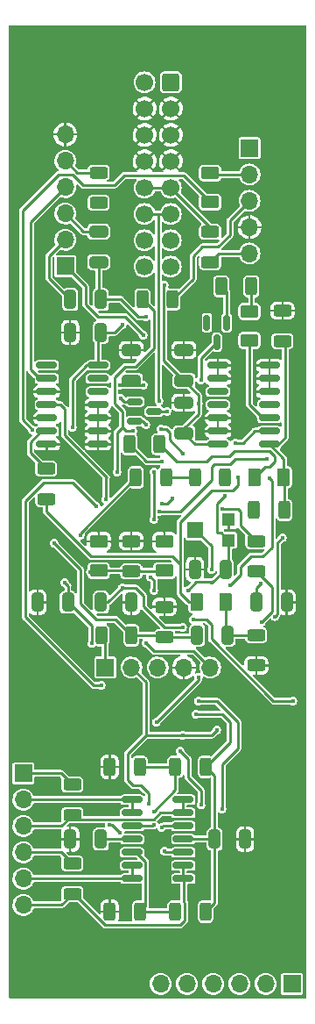
<source format=gbr>
%TF.GenerationSoftware,KiCad,Pcbnew,6.0.4-6f826c9f35~116~ubuntu21.10.1*%
%TF.CreationDate,2022-06-29T09:01:03+02:00*%
%TF.ProjectId,mHz_oscillator,6d487a5f-6f73-4636-996c-6c61746f722e,rev?*%
%TF.SameCoordinates,Original*%
%TF.FileFunction,Copper,L1,Top*%
%TF.FilePolarity,Positive*%
%FSLAX46Y46*%
G04 Gerber Fmt 4.6, Leading zero omitted, Abs format (unit mm)*
G04 Created by KiCad (PCBNEW 6.0.4-6f826c9f35~116~ubuntu21.10.1) date 2022-06-29 09:01:03*
%MOMM*%
%LPD*%
G01*
G04 APERTURE LIST*
G04 Aperture macros list*
%AMRoundRect*
0 Rectangle with rounded corners*
0 $1 Rounding radius*
0 $2 $3 $4 $5 $6 $7 $8 $9 X,Y pos of 4 corners*
0 Add a 4 corners polygon primitive as box body*
4,1,4,$2,$3,$4,$5,$6,$7,$8,$9,$2,$3,0*
0 Add four circle primitives for the rounded corners*
1,1,$1+$1,$2,$3*
1,1,$1+$1,$4,$5*
1,1,$1+$1,$6,$7*
1,1,$1+$1,$8,$9*
0 Add four rect primitives between the rounded corners*
20,1,$1+$1,$2,$3,$4,$5,0*
20,1,$1+$1,$4,$5,$6,$7,0*
20,1,$1+$1,$6,$7,$8,$9,0*
20,1,$1+$1,$8,$9,$2,$3,0*%
G04 Aperture macros list end*
%TA.AperFunction,SMDPad,CuDef*%
%ADD10RoundRect,0.250000X-0.625000X0.375000X-0.625000X-0.375000X0.625000X-0.375000X0.625000X0.375000X0*%
%TD*%
%TA.AperFunction,SMDPad,CuDef*%
%ADD11RoundRect,0.250000X0.312500X0.625000X-0.312500X0.625000X-0.312500X-0.625000X0.312500X-0.625000X0*%
%TD*%
%TA.AperFunction,SMDPad,CuDef*%
%ADD12RoundRect,0.250000X-0.312500X-0.625000X0.312500X-0.625000X0.312500X0.625000X-0.312500X0.625000X0*%
%TD*%
%TA.AperFunction,SMDPad,CuDef*%
%ADD13RoundRect,0.250000X0.325000X0.650000X-0.325000X0.650000X-0.325000X-0.650000X0.325000X-0.650000X0*%
%TD*%
%TA.AperFunction,SMDPad,CuDef*%
%ADD14RoundRect,0.250000X-0.625000X0.312500X-0.625000X-0.312500X0.625000X-0.312500X0.625000X0.312500X0*%
%TD*%
%TA.AperFunction,SMDPad,CuDef*%
%ADD15RoundRect,0.250000X0.625000X-0.375000X0.625000X0.375000X-0.625000X0.375000X-0.625000X-0.375000X0*%
%TD*%
%TA.AperFunction,SMDPad,CuDef*%
%ADD16RoundRect,0.150000X-0.825000X-0.150000X0.825000X-0.150000X0.825000X0.150000X-0.825000X0.150000X0*%
%TD*%
%TA.AperFunction,SMDPad,CuDef*%
%ADD17RoundRect,0.250000X0.650000X-0.325000X0.650000X0.325000X-0.650000X0.325000X-0.650000X-0.325000X0*%
%TD*%
%TA.AperFunction,SMDPad,CuDef*%
%ADD18RoundRect,0.150000X0.825000X0.150000X-0.825000X0.150000X-0.825000X-0.150000X0.825000X-0.150000X0*%
%TD*%
%TA.AperFunction,ComponentPad*%
%ADD19R,1.700000X1.700000*%
%TD*%
%TA.AperFunction,ComponentPad*%
%ADD20O,1.700000X1.700000*%
%TD*%
%TA.AperFunction,SMDPad,CuDef*%
%ADD21RoundRect,0.250000X-0.650000X0.325000X-0.650000X-0.325000X0.650000X-0.325000X0.650000X0.325000X0*%
%TD*%
%TA.AperFunction,SMDPad,CuDef*%
%ADD22RoundRect,0.150000X-0.150000X0.587500X-0.150000X-0.587500X0.150000X-0.587500X0.150000X0.587500X0*%
%TD*%
%TA.AperFunction,SMDPad,CuDef*%
%ADD23RoundRect,0.250000X-0.325000X-0.650000X0.325000X-0.650000X0.325000X0.650000X-0.325000X0.650000X0*%
%TD*%
%TA.AperFunction,SMDPad,CuDef*%
%ADD24RoundRect,0.250000X0.625000X-0.312500X0.625000X0.312500X-0.625000X0.312500X-0.625000X-0.312500X0*%
%TD*%
%TA.AperFunction,SMDPad,CuDef*%
%ADD25R,1.200000X1.200000*%
%TD*%
%TA.AperFunction,SMDPad,CuDef*%
%ADD26R,1.500000X1.600000*%
%TD*%
%TA.AperFunction,SMDPad,CuDef*%
%ADD27RoundRect,0.250000X0.375000X0.625000X-0.375000X0.625000X-0.375000X-0.625000X0.375000X-0.625000X0*%
%TD*%
%TA.AperFunction,SMDPad,CuDef*%
%ADD28RoundRect,0.250000X-0.375000X-0.625000X0.375000X-0.625000X0.375000X0.625000X-0.375000X0.625000X0*%
%TD*%
%TA.AperFunction,SMDPad,CuDef*%
%ADD29RoundRect,0.150000X-0.587500X-0.150000X0.587500X-0.150000X0.587500X0.150000X-0.587500X0.150000X0*%
%TD*%
%TA.AperFunction,ComponentPad*%
%ADD30RoundRect,0.250000X0.600000X0.600000X-0.600000X0.600000X-0.600000X-0.600000X0.600000X-0.600000X0*%
%TD*%
%TA.AperFunction,ComponentPad*%
%ADD31C,1.700000*%
%TD*%
%TA.AperFunction,ViaPad*%
%ADD32C,0.400000*%
%TD*%
%TA.AperFunction,Conductor*%
%ADD33C,0.250000*%
%TD*%
G04 APERTURE END LIST*
D10*
%TO.P,D3,1,K*%
%TO.N,Net-(D3-Pad1)*%
X48895000Y56645000D03*
%TO.P,D3,2,A*%
%TO.N,Net-(D3-Pad2)*%
X48895000Y53845000D03*
%TD*%
D11*
%TO.P,R20,1*%
%TO.N,Net-(D4-Pad2)*%
X40197500Y43815000D03*
%TO.P,R20,2*%
%TO.N,Net-(R20-Pad2)*%
X37272500Y43815000D03*
%TD*%
D12*
%TO.P,R4,1*%
%TO.N,Net-(R4-Pad1)*%
X41717500Y12700000D03*
%TO.P,R4,2*%
%TO.N,-12V*%
X44642500Y12700000D03*
%TD*%
D13*
%TO.P,C1,1*%
%TO.N,Net-(C1-Pad1)*%
X46765000Y25400000D03*
%TO.P,C1,2*%
%TO.N,Net-(C1-Pad2)*%
X43815000Y25400000D03*
%TD*%
D14*
%TO.P,R12,1*%
%TO.N,Net-(C1-Pad1)*%
X49530000Y25400000D03*
%TO.P,R12,2*%
%TO.N,GND*%
X49530000Y22475000D03*
%TD*%
%TO.P,R5,1*%
%TO.N,/main_pcb/SMTS_Output*%
X34290000Y70042500D03*
%TO.P,R5,2*%
%TO.N,Net-(R5-Pad2)*%
X34290000Y67117500D03*
%TD*%
%TO.P,R18,1*%
%TO.N,GND*%
X52070000Y56707500D03*
%TO.P,R18,2*%
%TO.N,Net-(D4-Pad1)*%
X52070000Y53782500D03*
%TD*%
D15*
%TO.P,D1,1,K*%
%TO.N,Net-(D1-Pad1)*%
X45085000Y67180000D03*
%TO.P,D1,2,A*%
%TO.N,/main_pcb/Trigger_input*%
X45085000Y69980000D03*
%TD*%
D16*
%TO.P,U1,1*%
%TO.N,/main_pcb/Saw_LEDCathode*%
X37530000Y9525000D03*
%TO.P,U1,2,-*%
X37530000Y8255000D03*
%TO.P,U1,3,+*%
%TO.N,Net-(R4-Pad1)*%
X37530000Y6985000D03*
%TO.P,U1,4,V+*%
%TO.N,+12V*%
X37530000Y5715000D03*
%TO.P,U1,5,+*%
%TO.N,Net-(R44-Pad1)*%
X37530000Y4445000D03*
%TO.P,U1,6,-*%
%TO.N,/main_pcb/Square_LEDCathode*%
X37530000Y3175000D03*
%TO.P,U1,7*%
X37530000Y1905000D03*
%TO.P,U1,8*%
%TO.N,/main_pcb/Square*%
X42480000Y1905000D03*
%TO.P,U1,9,-*%
X42480000Y3175000D03*
%TO.P,U1,10,+*%
%TO.N,PWM_OUT*%
X42480000Y4445000D03*
%TO.P,U1,11,V-*%
%TO.N,-12V*%
X42480000Y5715000D03*
%TO.P,U1,12,+*%
%TO.N,SAW_CORE*%
X42480000Y6985000D03*
%TO.P,U1,13,-*%
%TO.N,/main_pcb/Saw*%
X42480000Y8255000D03*
%TO.P,U1,14*%
X42480000Y9525000D03*
%TD*%
D17*
%TO.P,C8,1*%
%TO.N,+12V*%
X42545000Y49960000D03*
%TO.P,C8,2*%
%TO.N,GND*%
X42545000Y52910000D03*
%TD*%
D13*
%TO.P,C15,1*%
%TO.N,GND*%
X52480000Y28575000D03*
%TO.P,C15,2*%
%TO.N,-12V*%
X49530000Y28575000D03*
%TD*%
D18*
%TO.P,U4,1*%
%TO.N,Net-(D4-Pad1)*%
X50800000Y43815000D03*
%TO.P,U4,2*%
%TO.N,Net-(D2-Pad1)*%
X50800000Y45085000D03*
%TO.P,U4,3*%
%TO.N,Net-(D3-Pad2)*%
X50800000Y46355000D03*
%TO.P,U4,4*%
%TO.N,unconnected-(U4-Pad4)*%
X50800000Y47625000D03*
%TO.P,U4,5*%
%TO.N,GND*%
X50800000Y48895000D03*
%TO.P,U4,6*%
X50800000Y50165000D03*
%TO.P,U4,7,VSS*%
X50800000Y51435000D03*
%TO.P,U4,8*%
X45850000Y51435000D03*
%TO.P,U4,9*%
X45850000Y50165000D03*
%TO.P,U4,10*%
%TO.N,unconnected-(U4-Pad10)*%
X45850000Y48895000D03*
%TO.P,U4,11*%
%TO.N,unconnected-(U4-Pad11)*%
X45850000Y47625000D03*
%TO.P,U4,12*%
%TO.N,GND*%
X45850000Y46355000D03*
%TO.P,U4,13*%
X45850000Y45085000D03*
%TO.P,U4,14,VDD*%
%TO.N,+12V*%
X45850000Y43815000D03*
%TD*%
D16*
%TO.P,U2,1,Q*%
%TO.N,unconnected-(U2-Pad1)*%
X29275000Y51435000D03*
%TO.P,U2,2,~{Q}*%
%TO.N,/main_pcb/SMTS_OneShot*%
X29275000Y50165000D03*
%TO.P,U2,3,C*%
%TO.N,GND*%
X29275000Y48895000D03*
%TO.P,U2,4,R*%
%TO.N,Net-(R7-Pad2)*%
X29275000Y47625000D03*
%TO.P,U2,5,D*%
%TO.N,GND*%
X29275000Y46355000D03*
%TO.P,U2,6,S*%
%TO.N,Net-(R1-Pad2)*%
X29275000Y45085000D03*
%TO.P,U2,7,VSS*%
%TO.N,GND*%
X29275000Y43815000D03*
%TO.P,U2,8,S*%
X34225000Y43815000D03*
%TO.P,U2,9,D*%
X34225000Y45085000D03*
%TO.P,U2,10,R*%
X34225000Y46355000D03*
%TO.P,U2,11,C*%
X34225000Y47625000D03*
%TO.P,U2,12,~{Q}*%
%TO.N,unconnected-(U2-Pad12)*%
X34225000Y48895000D03*
%TO.P,U2,13,Q*%
%TO.N,unconnected-(U2-Pad13)*%
X34225000Y50165000D03*
%TO.P,U2,14,VDD*%
%TO.N,+12V*%
X34225000Y51435000D03*
%TD*%
D12*
%TO.P,R22,1*%
%TO.N,Net-(R14-Pad2)*%
X38542500Y57785000D03*
%TO.P,R22,2*%
%TO.N,/main_pcb/Freq_Wiper*%
X41467500Y57785000D03*
%TD*%
D14*
%TO.P,R25,1*%
%TO.N,+12V*%
X45085000Y64327500D03*
%TO.P,R25,2*%
%TO.N,/main_pcb/Freq_CW*%
X45085000Y61402500D03*
%TD*%
D15*
%TO.P,D6,1,K*%
%TO.N,Net-(D6-Pad1)*%
X40640000Y31620000D03*
%TO.P,D6,2,A*%
%TO.N,GND*%
X40640000Y34420000D03*
%TD*%
D12*
%TO.P,R31,1*%
%TO.N,-12V*%
X37907500Y40640000D03*
%TO.P,R31,2*%
%TO.N,Net-(R30-Pad1)*%
X40832500Y40640000D03*
%TD*%
D19*
%TO.P,J6,1,Pin_1*%
%TO.N,/main_pcb/Freq_Switch_Output*%
X31065000Y61010000D03*
D20*
%TO.P,J6,2,Pin_2*%
%TO.N,/main_pcb/Freq_High*%
X31065000Y63550000D03*
%TO.P,J6,3,Pin_3*%
%TO.N,/main_pcb/Freq_Low*%
X31065000Y66090000D03*
%TO.P,J6,4,Pin_4*%
%TO.N,/main_pcb/SMTS_OneShot*%
X31065000Y68630000D03*
%TO.P,J6,5,Pin_5*%
%TO.N,/main_pcb/SMTS_Output*%
X31065000Y71170000D03*
%TO.P,J6,6,Pin_6*%
%TO.N,GND*%
X31065000Y73710000D03*
%TD*%
D12*
%TO.P,R44,1*%
%TO.N,Net-(R44-Pad1)*%
X41717500Y-1270000D03*
%TO.P,R44,2*%
%TO.N,-12V*%
X44642500Y-1270000D03*
%TD*%
D13*
%TO.P,C12,1*%
%TO.N,GND*%
X48465000Y5715000D03*
%TO.P,C12,2*%
%TO.N,-12V*%
X45515000Y5715000D03*
%TD*%
D11*
%TO.P,R11,1*%
%TO.N,Net-(D3-Pad1)*%
X49087500Y59055000D03*
%TO.P,R11,2*%
%TO.N,Net-(Q1-Pad1)*%
X46162500Y59055000D03*
%TD*%
D21*
%TO.P,C2,1*%
%TO.N,/main_pcb/Freq_Low*%
X34290000Y64340000D03*
%TO.P,C2,2*%
%TO.N,Net-(C2-Pad2)*%
X34290000Y61390000D03*
%TD*%
D11*
%TO.P,R7,1*%
%TO.N,Net-(D4-Pad1)*%
X52262500Y37465000D03*
%TO.P,R7,2*%
%TO.N,Net-(R7-Pad2)*%
X49337500Y37465000D03*
%TD*%
D13*
%TO.P,C10,1*%
%TO.N,+12V*%
X46560000Y31750000D03*
%TO.P,C10,2*%
%TO.N,GND*%
X43610000Y31750000D03*
%TD*%
D22*
%TO.P,Q1,1,B*%
%TO.N,Net-(Q1-Pad1)*%
X46670000Y55547500D03*
%TO.P,Q1,2,E*%
%TO.N,Net-(C2-Pad2)*%
X44770000Y55547500D03*
%TO.P,Q1,3,C*%
%TO.N,/main_pcb/Freq_Switch_Output*%
X45720000Y53672500D03*
%TD*%
D14*
%TO.P,R53,1*%
%TO.N,GND*%
X37465000Y34482500D03*
%TO.P,R53,2*%
%TO.N,Net-(D6-Pad1)*%
X37465000Y31557500D03*
%TD*%
D23*
%TO.P,C16,1*%
%TO.N,+12V*%
X34515000Y28575000D03*
%TO.P,C16,2*%
%TO.N,GND*%
X37465000Y28575000D03*
%TD*%
D19*
%TO.P,J10,1,Pin_1*%
%TO.N,/main_pcb/CV_in*%
X48895000Y72385000D03*
D20*
%TO.P,J10,2,Pin_2*%
%TO.N,/main_pcb/Trigger_input*%
X48895000Y69845000D03*
%TO.P,J10,3,Pin_3*%
%TO.N,/main_pcb/Freq_Wiper*%
X48895000Y67305000D03*
%TO.P,J10,4,Pin_4*%
%TO.N,GND*%
X48895000Y64765000D03*
%TO.P,J10,5,Pin_5*%
%TO.N,/main_pcb/Freq_CW*%
X48895000Y62225000D03*
%TD*%
D24*
%TO.P,R14,1*%
%TO.N,Net-(R14-Pad1)*%
X49530000Y31557500D03*
%TO.P,R14,2*%
%TO.N,Net-(R14-Pad2)*%
X49530000Y34482500D03*
%TD*%
D14*
%TO.P,R2,1*%
%TO.N,/main_pcb/Saw_LEDAnode*%
X31750000Y10987500D03*
%TO.P,R2,2*%
%TO.N,/main_pcb/Saw*%
X31750000Y8062500D03*
%TD*%
D12*
%TO.P,R8,1*%
%TO.N,GND*%
X35367500Y12700000D03*
%TO.P,R8,2*%
%TO.N,Net-(R4-Pad1)*%
X38292500Y12700000D03*
%TD*%
D13*
%TO.P,C3,1*%
%TO.N,Net-(C2-Pad2)*%
X34495000Y57785000D03*
%TO.P,C3,2*%
%TO.N,/main_pcb/Freq_High*%
X31545000Y57785000D03*
%TD*%
D17*
%TO.P,C18,1*%
%TO.N,+12V*%
X42545000Y44880000D03*
%TO.P,C18,2*%
%TO.N,GND*%
X42545000Y47830000D03*
%TD*%
D19*
%TO.P,J4,1,Pin_1*%
%TO.N,/main_pcb/Saw_LEDAnode*%
X27012500Y12065000D03*
D20*
%TO.P,J4,2,Pin_2*%
%TO.N,/main_pcb/Saw_LEDCathode*%
X27012500Y9525000D03*
%TO.P,J4,3,Pin_3*%
%TO.N,/main_pcb/Saw*%
X27012500Y6985000D03*
%TO.P,J4,4,Pin_4*%
%TO.N,/main_pcb/Square_LEDAnode*%
X27012500Y4445000D03*
%TO.P,J4,5,Pin_5*%
%TO.N,/main_pcb/Square_LEDCathode*%
X27012500Y1905000D03*
%TO.P,J4,6,Pin_6*%
%TO.N,/main_pcb/Square*%
X27012500Y-635000D03*
%TD*%
D23*
%TO.P,C19,1*%
%TO.N,GND*%
X28370000Y28575000D03*
%TO.P,C19,2*%
%TO.N,-12V*%
X31320000Y28575000D03*
%TD*%
D21*
%TO.P,C13,1*%
%TO.N,GND*%
X37465000Y52910000D03*
%TO.P,C13,2*%
%TO.N,-12V*%
X37465000Y49960000D03*
%TD*%
D12*
%TO.P,R30,1*%
%TO.N,Net-(R30-Pad1)*%
X43622500Y40640000D03*
%TO.P,R30,2*%
%TO.N,+12V*%
X46547500Y40640000D03*
%TD*%
D24*
%TO.P,R13,1*%
%TO.N,Net-(C1-Pad2)*%
X40640000Y25207500D03*
%TO.P,R13,2*%
%TO.N,GND*%
X40640000Y28132500D03*
%TD*%
D19*
%TO.P,J8,1,Pin_1*%
%TO.N,/main_pcb/PushButton_1*%
X34930000Y22275000D03*
D20*
%TO.P,J8,2,Pin_2*%
%TO.N,+12V*%
X37470000Y22275000D03*
%TO.P,J8,3,Pin_3*%
%TO.N,/main_pcb/PWM_Wiper*%
X40010000Y22275000D03*
%TO.P,J8,4,Pin_4*%
%TO.N,GND*%
X42550000Y22275000D03*
%TO.P,J8,5,Pin_5*%
%TO.N,+5V*%
X45090000Y22275000D03*
%TD*%
D14*
%TO.P,R42,1*%
%TO.N,/main_pcb/Square_LEDAnode*%
X31750000Y3367500D03*
%TO.P,R42,2*%
%TO.N,/main_pcb/Square*%
X31750000Y442500D03*
%TD*%
D25*
%TO.P,RV2,1,1*%
%TO.N,+12V*%
X46885000Y34560000D03*
D26*
%TO.P,RV2,2,2*%
%TO.N,Net-(RV2-Pad2)*%
X43635000Y35560000D03*
D25*
%TO.P,RV2,3,3*%
%TO.N,GND*%
X46885000Y36560000D03*
%TD*%
D12*
%TO.P,R10,1*%
%TO.N,/main_pcb/PushButton_1*%
X34540000Y25400000D03*
%TO.P,R10,2*%
%TO.N,Net-(C1-Pad2)*%
X37465000Y25400000D03*
%TD*%
D13*
%TO.P,C7,1*%
%TO.N,+12V*%
X34495000Y5715000D03*
%TO.P,C7,2*%
%TO.N,GND*%
X31545000Y5715000D03*
%TD*%
D10*
%TO.P,D7,1,K*%
%TO.N,GND*%
X34290000Y34420000D03*
%TO.P,D7,2,A*%
%TO.N,Net-(D6-Pad1)*%
X34290000Y31620000D03*
%TD*%
D24*
%TO.P,R1,1*%
%TO.N,Net-(D2-Pad1)*%
X29210000Y38542500D03*
%TO.P,R1,2*%
%TO.N,Net-(R1-Pad2)*%
X29210000Y41467500D03*
%TD*%
D19*
%TO.P,J2,1,Pin_1*%
%TO.N,/main_pcb/Triangle_LEDAnode*%
X52997500Y-8255000D03*
D20*
%TO.P,J2,2,Pin_2*%
%TO.N,/main_pcb/Triangle_LEDCathode*%
X50457500Y-8255000D03*
%TO.P,J2,3,Pin_3*%
%TO.N,/main_pcb/Triangle*%
X47917500Y-8255000D03*
%TO.P,J2,4,Pin_4*%
%TO.N,/main_pcb/Sine_LEDAnode*%
X45377500Y-8255000D03*
%TO.P,J2,5,Pin_5*%
%TO.N,/main_pcb/Sine_LEDCathode*%
X42837500Y-8255000D03*
%TO.P,J2,6,Pin_6*%
%TO.N,/main_pcb/Sine*%
X40297500Y-8255000D03*
%TD*%
D27*
%TO.P,D4,1,K*%
%TO.N,Net-(D4-Pad1)*%
X52200000Y40640000D03*
%TO.P,D4,2,A*%
%TO.N,Net-(D4-Pad2)*%
X49400000Y40640000D03*
%TD*%
D12*
%TO.P,R45,1*%
%TO.N,GND*%
X35367500Y-1270000D03*
%TO.P,R45,2*%
%TO.N,Net-(R44-Pad1)*%
X38292500Y-1270000D03*
%TD*%
D28*
%TO.P,D2,1,K*%
%TO.N,Net-(D2-Pad1)*%
X43815000Y28575000D03*
%TO.P,D2,2,A*%
%TO.N,Net-(C1-Pad1)*%
X46615000Y28575000D03*
%TD*%
D13*
%TO.P,C17,1*%
%TO.N,+12V*%
X34495000Y54610000D03*
%TO.P,C17,2*%
%TO.N,GND*%
X31545000Y54610000D03*
%TD*%
D29*
%TO.P,Q2,1,B*%
%TO.N,Net-(Q2-Pad1)*%
X37797500Y47940000D03*
%TO.P,Q2,2,E*%
%TO.N,Net-(Q2-Pad2)*%
X37797500Y46040000D03*
%TO.P,Q2,3,C*%
%TO.N,Net-(Q2-Pad3)*%
X39672500Y46990000D03*
%TD*%
D30*
%TO.P,J11,1,Pin_1*%
%TO.N,-12V*%
X41275000Y78740000D03*
D31*
%TO.P,J11,2,Pin_2*%
X38735000Y78740000D03*
%TO.P,J11,3,Pin_3*%
%TO.N,GND*%
X41275000Y76200000D03*
%TO.P,J11,4,Pin_4*%
X38735000Y76200000D03*
%TO.P,J11,5,Pin_5*%
X41275000Y73660000D03*
%TO.P,J11,6,Pin_6*%
X38735000Y73660000D03*
%TO.P,J11,7,Pin_7*%
X41275000Y71120000D03*
%TO.P,J11,8,Pin_8*%
X38735000Y71120000D03*
%TO.P,J11,9,Pin_9*%
%TO.N,+12V*%
X41275000Y68580000D03*
%TO.P,J11,10,Pin_10*%
X38735000Y68580000D03*
%TO.P,J11,11,Pin_11*%
%TO.N,+5V*%
X41275000Y66040000D03*
%TO.P,J11,12,Pin_12*%
X38735000Y66040000D03*
%TO.P,J11,13,Pin_13*%
%TO.N,unconnected-(J11-Pad13)*%
X41275000Y63500000D03*
%TO.P,J11,14,Pin_14*%
%TO.N,unconnected-(J11-Pad14)*%
X38735000Y63500000D03*
%TO.P,J11,15,Pin_15*%
%TO.N,unconnected-(J11-Pad15)*%
X41275000Y60960000D03*
%TO.P,J11,16,Pin_16*%
%TO.N,unconnected-(J11-Pad16)*%
X38735000Y60960000D03*
%TD*%
D32*
%TO.N,Net-(C2-Pad2)*%
X38862000Y56134000D03*
X44704000Y55372000D03*
%TO.N,GND*%
X35814000Y56896000D03*
X37592000Y28194000D03*
X32258000Y41402000D03*
X49276000Y17272000D03*
X47498000Y33020000D03*
X27178000Y25908000D03*
X40894000Y48768000D03*
X32258000Y17272000D03*
X47498000Y20066000D03*
X26162000Y31242000D03*
X53594000Y29210000D03*
X36068000Y24892000D03*
X39052500Y-4762500D03*
X36576000Y36322000D03*
X36322000Y40132000D03*
X43434000Y33782000D03*
X33020000Y54610000D03*
X36576000Y66548000D03*
X40132000Y14478000D03*
X47498000Y49022000D03*
X40640000Y35814000D03*
%TO.N,+12V*%
X42926000Y29718000D03*
X44958000Y64262000D03*
X42418000Y26162000D03*
X46482000Y40640000D03*
X53086000Y19050000D03*
X45720000Y43819500D03*
X43434000Y26924000D03*
X40640000Y59182000D03*
X46482000Y38845500D03*
X45212000Y30480000D03*
X31750000Y45466000D03*
X43942000Y47752000D03*
X36576000Y29972000D03*
X36576000Y55372000D03*
X37530000Y5715000D03*
X42418000Y15748000D03*
X34544000Y5588000D03*
%TO.N,SAW_CORE*%
X50784747Y40524009D03*
X43942000Y21336000D03*
X46990000Y30226000D03*
X40369500Y6858000D03*
X39878000Y17018000D03*
%TO.N,-12V*%
X33606691Y24584089D03*
X38613313Y49530000D03*
X32512000Y35052000D03*
X45515000Y5715000D03*
X42480000Y5715000D03*
X44642500Y12700000D03*
X37591775Y41164500D03*
X44642500Y-1270000D03*
X43688000Y17780000D03*
X30988000Y30480000D03*
X36338500Y49530000D03*
X49951872Y30393872D03*
%TO.N,TRI_OUT*%
X46228000Y8636000D03*
X50546000Y42418000D03*
X40148500Y37338000D03*
X34036000Y37846000D03*
X43942000Y19050000D03*
X34544000Y20574000D03*
%TO.N,Net-(D1-Pad1)*%
X27900500Y45212000D03*
%TO.N,Net-(D2-Pad1)*%
X47752000Y40640000D03*
X47498000Y43942000D03*
%TO.N,Net-(D6-Pad1)*%
X38100000Y31750000D03*
X33496708Y31489581D03*
%TO.N,+5V*%
X38862000Y24638000D03*
X42446440Y42942500D03*
X39624000Y29718000D03*
X39328333Y31004500D03*
X39624000Y36576000D03*
X39624000Y41148000D03*
X40302586Y45295414D03*
X40132000Y48006000D03*
%TO.N,Net-(Q2-Pad1)*%
X36437081Y48254761D03*
%TO.N,Net-(Q2-Pad2)*%
X38862000Y45720000D03*
%TO.N,Net-(Q2-Pad3)*%
X40894000Y46990000D03*
%TO.N,Net-(R4-Pad1)*%
X39624000Y7105980D03*
X39624000Y8382000D03*
%TO.N,Net-(R5-Pad2)*%
X34290000Y67056000D03*
%TO.N,Net-(R7-Pad2)*%
X49410143Y37457199D03*
X41402000Y38600500D03*
X35000679Y38474935D03*
X40386000Y38100000D03*
%TO.N,Net-(R14-Pad1)*%
X50038000Y26670000D03*
%TO.N,Net-(R14-Pad2)*%
X46244500Y37592000D03*
X36068000Y41148000D03*
X37592913Y45089452D03*
%TO.N,Net-(R19-Pad1)*%
X42164000Y14224000D03*
X44196000Y9025500D03*
%TO.N,Net-(R20-Pad2)*%
X40386000Y42164000D03*
%TO.N,PWM_OUT*%
X40640000Y4572000D03*
%TO.N,Net-(R30-Pad1)*%
X43622500Y40640000D03*
%TO.N,SIN_OUT*%
X35306000Y7105980D03*
X36338500Y6350000D03*
%TO.N,/main_pcb/Freq_Switch_Output*%
X38608000Y54356000D03*
X44196000Y50038000D03*
%TO.N,/main_pcb/CV_in*%
X51326436Y27195233D03*
X52070000Y34814500D03*
%TO.N,Net-(RV2-Pad2)*%
X45212000Y31750000D03*
%TO.N,Net-(C1-Pad2)*%
X29972000Y34290000D03*
%TO.N,+12V*%
X39116000Y9144000D03*
X45720000Y16256000D03*
%TD*%
D33*
%TO.N,Net-(C1-Pad1)*%
X49530000Y25400000D02*
X46765000Y25400000D01*
X46615000Y28575000D02*
X46615000Y25550000D01*
X46615000Y25550000D02*
X46765000Y25400000D01*
%TO.N,Net-(C1-Pad2)*%
X40640000Y25207500D02*
X43622500Y25207500D01*
X37465000Y25400000D02*
X40447500Y25400000D01*
X43622500Y25207500D02*
X43815000Y25400000D01*
X34036000Y26924000D02*
X32512000Y28448000D01*
X40447500Y25400000D02*
X40640000Y25207500D01*
X32512000Y31750000D02*
X29972000Y34290000D01*
X37465000Y25400000D02*
X35941000Y26924000D01*
X35941000Y26924000D02*
X34036000Y26924000D01*
X32512000Y28448000D02*
X32512000Y31750000D01*
%TO.N,Net-(C2-Pad2)*%
X34290000Y61390000D02*
X34290000Y57990000D01*
X44704000Y55372000D02*
X44704000Y55481500D01*
X34290000Y57990000D02*
X34495000Y57785000D01*
X36449000Y57785000D02*
X34495000Y57785000D01*
X38100000Y56134000D02*
X36449000Y57785000D01*
X44704000Y55481500D02*
X44770000Y55547500D01*
X38862000Y56134000D02*
X38100000Y56134000D01*
%TO.N,GND*%
X37592000Y28194000D02*
X37592000Y28448000D01*
X37592000Y28448000D02*
X37465000Y28575000D01*
%TO.N,+12V*%
X33147000Y51435000D02*
X34225000Y51435000D01*
X43942000Y48006000D02*
X43942000Y48563000D01*
X45212000Y25043007D02*
X45212000Y25400000D01*
X44958000Y64262000D02*
X45019500Y64262000D01*
X45085000Y64770000D02*
X45085000Y64327500D01*
X51205007Y19050000D02*
X45212000Y25043007D01*
X46885000Y32075000D02*
X46885000Y34560000D01*
X39624000Y27178000D02*
X40640000Y26162000D01*
X45212000Y15748000D02*
X45720000Y16256000D01*
X46560000Y31750000D02*
X46885000Y32075000D01*
X38862000Y20883000D02*
X38862000Y15748000D01*
X43733480Y30525480D02*
X45335480Y30525480D01*
X31750000Y50038000D02*
X33147000Y51435000D01*
X38862000Y10414000D02*
X38354000Y10922000D01*
X45845500Y43819500D02*
X45850000Y43815000D01*
X39116000Y10160000D02*
X38862000Y10414000D01*
X43942000Y48563000D02*
X42545000Y49960000D01*
X34515000Y28575000D02*
X35179000Y28575000D01*
X42545000Y44880000D02*
X42545000Y45339000D01*
X53086000Y19050000D02*
X51205007Y19050000D01*
X44958000Y26670000D02*
X44704000Y26924000D01*
X45212000Y26416000D02*
X44958000Y26670000D01*
X46482000Y38845500D02*
X45720000Y38083500D01*
X40580480Y59122480D02*
X40640000Y59182000D01*
X43942000Y46736000D02*
X43942000Y48006000D01*
X45290000Y30480000D02*
X45335480Y30525480D01*
X42545000Y45339000D02*
X43942000Y46736000D01*
X34225000Y54340000D02*
X34495000Y54610000D01*
X45720000Y43819500D02*
X43605500Y43819500D01*
X45720000Y38083500D02*
X45720000Y35306000D01*
X39116000Y9144000D02*
X39116000Y10160000D01*
X42926000Y29718000D02*
X43733480Y30525480D01*
X37470000Y22275000D02*
X38862000Y20883000D01*
X45720000Y43819500D02*
X45845500Y43819500D01*
X45019500Y64262000D02*
X45085000Y64327500D01*
X46547500Y40640000D02*
X46482000Y40640000D01*
X38354000Y10922000D02*
X37592000Y10922000D01*
X38608000Y28448000D02*
X38608000Y28194000D01*
X45335480Y30525480D02*
X46560000Y31750000D01*
X40580480Y51924520D02*
X40580480Y59122480D01*
%TO.N,Net-(D1-Pad1)*%
X27900500Y45212000D02*
X26924000Y46188500D01*
X42510489Y69754511D02*
X45085000Y67180000D01*
%TO.N,+12V*%
X37084000Y13970000D02*
X37592000Y14478000D01*
X37855493Y29972000D02*
X38608000Y29219493D01*
X45212000Y25400000D02*
X45212000Y26416000D01*
X42545000Y49960000D02*
X40580480Y51924520D01*
X45212000Y30480000D02*
X45290000Y30480000D01*
X45720000Y35306000D02*
X46139000Y35306000D01*
X34544000Y5588000D02*
X34671000Y5715000D01*
X38735000Y68580000D02*
X41275000Y68580000D01*
X35814000Y54610000D02*
X36576000Y55372000D01*
X36576000Y29972000D02*
X37855493Y29972000D01*
X46139000Y35306000D02*
X46885000Y34560000D01*
X35179000Y28575000D02*
X36576000Y29972000D01*
X38608000Y29219493D02*
X38608000Y28448000D01*
X34671000Y5715000D02*
X37530000Y5715000D01*
X41275000Y68580000D02*
X45085000Y64770000D01*
X37592000Y14478000D02*
X38862000Y15748000D01*
%TO.N,SAW_CORE*%
X43942000Y21336000D02*
X43942000Y21082000D01*
X49022000Y33020000D02*
X48006000Y32004000D01*
X50784747Y40524009D02*
X51054000Y40254756D01*
X51054000Y40254756D02*
X51054000Y33892254D01*
X40496500Y6985000D02*
X40369500Y6858000D01*
X51054000Y33892254D02*
X50181746Y33020000D01*
X48006000Y31242000D02*
X46990000Y30226000D01*
X43942000Y21082000D02*
X39878000Y17018000D01*
X48006000Y32004000D02*
X48006000Y31242000D01*
X50181746Y33020000D02*
X49022000Y33020000D01*
X42480000Y6985000D02*
X40496500Y6985000D01*
%TO.N,-12V*%
X45515000Y11827500D02*
X44642500Y12700000D01*
X33606691Y26288309D02*
X31320000Y28575000D01*
X46228000Y17780000D02*
X43688000Y17780000D01*
X37907500Y40848775D02*
X37907500Y40640000D01*
X49530000Y29972000D02*
X49951872Y30393872D01*
X37895000Y49530000D02*
X37465000Y49960000D01*
X45515000Y5715000D02*
X42480000Y5715000D01*
X36338500Y49530000D02*
X37035000Y49530000D01*
X33606691Y24584089D02*
X33606691Y26288309D01*
X45515000Y5715000D02*
X45515000Y11827500D01*
X32512000Y35244500D02*
X32512000Y35052000D01*
X31320000Y30148000D02*
X30988000Y30480000D01*
X38613313Y49530000D02*
X37895000Y49530000D01*
X45515000Y-397500D02*
X44642500Y-1270000D01*
X37907500Y40640000D02*
X32512000Y35244500D01*
X44642500Y12700000D02*
X46990000Y15047500D01*
X45515000Y5715000D02*
X45515000Y-397500D01*
X49530000Y28575000D02*
X49530000Y29972000D01*
X31320000Y28575000D02*
X31320000Y30148000D01*
X46990000Y15047500D02*
X46990000Y17018000D01*
X37035000Y49530000D02*
X37465000Y49960000D01*
X46990000Y17018000D02*
X46228000Y17780000D01*
X37591775Y41164500D02*
X37907500Y40848775D01*
%TO.N,TRI_OUT*%
X47752000Y14478000D02*
X47752000Y17018000D01*
X45212000Y40386000D02*
X45212000Y41656000D01*
X33782000Y20574000D02*
X34544000Y20574000D01*
X28956000Y40132000D02*
X27178000Y38354000D01*
X42164000Y37338000D02*
X45212000Y40386000D01*
X45212000Y41656000D02*
X45466000Y41910000D01*
X46990000Y17780000D02*
X45720000Y19050000D01*
X34036000Y37846000D02*
X31750000Y40132000D01*
X46228000Y8636000D02*
X46228000Y12954000D01*
X47752000Y17018000D02*
X46990000Y17780000D01*
X27178000Y38354000D02*
X27178000Y27178000D01*
X47498000Y42418000D02*
X50546000Y42418000D01*
X46228000Y12954000D02*
X47752000Y14478000D01*
X45720000Y19050000D02*
X43942000Y19050000D01*
X40148500Y37338000D02*
X42164000Y37338000D01*
X46990000Y41910000D02*
X47498000Y42418000D01*
X45466000Y41910000D02*
X46990000Y41910000D01*
X27178000Y27178000D02*
X33782000Y20574000D01*
X31750000Y40132000D02*
X28956000Y40132000D01*
%TO.N,/main_pcb/SMTS_OneShot*%
X27686000Y51054000D02*
X27686000Y65251000D01*
X29275000Y50165000D02*
X28575000Y50165000D01*
X27686000Y65251000D02*
X31065000Y68630000D01*
X28575000Y50165000D02*
X27686000Y51054000D01*
%TO.N,/main_pcb/SMTS_Output*%
X31065000Y71170000D02*
X32192500Y70042500D01*
X32192500Y70042500D02*
X34290000Y70042500D01*
%TO.N,Net-(D1-Pad1)*%
X32007020Y69592980D02*
X32766000Y68834000D01*
X35814000Y68834000D02*
X36734511Y69754511D01*
X31749282Y69850000D02*
X32006302Y69592980D01*
X32006302Y69592980D02*
X32007020Y69592980D01*
X36734511Y69754511D02*
X42510489Y69754511D01*
X30424995Y69850000D02*
X31749282Y69850000D01*
X26924000Y66349005D02*
X30424995Y69850000D01*
X32766000Y68834000D02*
X35814000Y68834000D01*
X26924000Y46188500D02*
X26924000Y66349005D01*
%TO.N,Net-(D2-Pad1)*%
X47262747Y39370000D02*
X45245978Y39370000D01*
X47262747Y39388747D02*
X47752000Y39878000D01*
X45245978Y39370000D02*
X42164000Y36288022D01*
X33528000Y33020000D02*
X29210000Y37338000D01*
X47752000Y39878000D02*
X47752000Y40640000D01*
X47262747Y39370000D02*
X47262747Y39388747D01*
X48243500Y43942000D02*
X49386500Y45085000D01*
X41402000Y33020000D02*
X33528000Y33020000D01*
X42164000Y29464000D02*
X42164000Y32258000D01*
X42164000Y36288022D02*
X42164000Y32258000D01*
X47498000Y43942000D02*
X48243500Y43942000D01*
X49386500Y45085000D02*
X50800000Y45085000D01*
X43815000Y28575000D02*
X43053000Y28575000D01*
X42164000Y32258000D02*
X41402000Y33020000D01*
X43053000Y28575000D02*
X42164000Y29464000D01*
X29210000Y37338000D02*
X29210000Y38542500D01*
%TO.N,Net-(D3-Pad1)*%
X49087500Y59055000D02*
X49087500Y56837500D01*
X49087500Y56837500D02*
X48895000Y56645000D01*
%TO.N,Net-(D4-Pad1)*%
X52324000Y44450000D02*
X51689000Y43815000D01*
X52200000Y40640000D02*
X52200000Y42415000D01*
X52324000Y53528500D02*
X52324000Y44450000D01*
X52200000Y42415000D02*
X50800000Y43815000D01*
X52262500Y37465000D02*
X52262500Y40577500D01*
X52262500Y40577500D02*
X52200000Y40640000D01*
X51689000Y43815000D02*
X50800000Y43815000D01*
X52070000Y53782500D02*
X52324000Y53528500D01*
%TO.N,Net-(D4-Pad2)*%
X50799282Y43180000D02*
X51308000Y42671282D01*
X40197500Y43815000D02*
X41848500Y42164000D01*
X45212000Y42672000D02*
X46969772Y42672000D01*
X50416000Y41656000D02*
X49400000Y40640000D01*
X47477772Y43180000D02*
X50799282Y43180000D01*
X46969772Y42672000D02*
X47477772Y43180000D01*
X51308000Y42164000D02*
X50800000Y41656000D01*
X41848500Y42164000D02*
X44704000Y42164000D01*
X50800000Y41656000D02*
X50416000Y41656000D01*
X44704000Y42164000D02*
X45212000Y42672000D01*
X51308000Y42671282D02*
X51308000Y42164000D01*
%TO.N,Net-(D6-Pad1)*%
X38542500Y31557500D02*
X40577500Y31557500D01*
X33627127Y31620000D02*
X33496708Y31489581D01*
X38100000Y31750000D02*
X38292500Y31557500D01*
X34290000Y31620000D02*
X37402500Y31620000D01*
X37402500Y31620000D02*
X37465000Y31557500D01*
X40577500Y31557500D02*
X40640000Y31620000D01*
X37465000Y31557500D02*
X38542500Y31557500D01*
X34290000Y31620000D02*
X33627127Y31620000D01*
X38292500Y31557500D02*
X38542500Y31557500D01*
%TO.N,+5V*%
X39624000Y41148000D02*
X39624000Y36576000D01*
X41148000Y44958000D02*
X41148000Y44240940D01*
X45090000Y22275000D02*
X43489000Y23876000D01*
X40100489Y48826561D02*
X40100489Y48037511D01*
X43489000Y23876000D02*
X39878000Y23876000D01*
X39624000Y23876000D02*
X38862000Y24638000D01*
X38735000Y66040000D02*
X40132000Y66040000D01*
X40100489Y48037511D02*
X40132000Y48006000D01*
X40132000Y66040000D02*
X41275000Y66040000D01*
X39624000Y30708833D02*
X39328333Y31004500D01*
X40302586Y45295414D02*
X40810586Y45295414D01*
X40132000Y66040000D02*
X40100489Y66008489D01*
X40100489Y66008489D02*
X40100489Y48826561D01*
X39878000Y23876000D02*
X39624000Y23876000D01*
X40810586Y45295414D02*
X41148000Y44958000D01*
X39624000Y29718000D02*
X39624000Y30708833D01*
X41148000Y44240940D02*
X42446440Y42942500D01*
%TO.N,Net-(Q1-Pad1)*%
X46670000Y55547500D02*
X46670000Y58547500D01*
X46670000Y58547500D02*
X46162500Y59055000D01*
%TO.N,Net-(Q2-Pad1)*%
X37797500Y47940000D02*
X36751842Y47940000D01*
X36751842Y47940000D02*
X36437081Y48254761D01*
%TO.N,Net-(Q2-Pad2)*%
X37797500Y46040000D02*
X38542000Y46040000D01*
X38542000Y46040000D02*
X38862000Y45720000D01*
%TO.N,Net-(Q2-Pad3)*%
X39672500Y46990000D02*
X40894000Y46990000D01*
%TO.N,Net-(R1-Pad2)*%
X29210000Y41467500D02*
X27686000Y42991500D01*
X28736964Y45085000D02*
X29275000Y45085000D01*
X27686000Y42991500D02*
X27686000Y44034036D01*
X27686000Y44034036D02*
X28736964Y45085000D01*
%TO.N,Net-(R4-Pad1)*%
X39503020Y6985000D02*
X39624000Y7105980D01*
X39624000Y8382000D02*
X41717500Y10475500D01*
X41717500Y10475500D02*
X41717500Y12700000D01*
X37530000Y6985000D02*
X39503020Y6985000D01*
X41717500Y12700000D02*
X38292500Y12700000D01*
%TO.N,Net-(R7-Pad2)*%
X40901500Y38100000D02*
X41402000Y38600500D01*
X49345301Y37457199D02*
X49337500Y37465000D01*
X49410143Y37457199D02*
X49345301Y37457199D01*
X30988000Y44704000D02*
X35052000Y40640000D01*
X29275000Y47625000D02*
X30607000Y47625000D01*
X35000679Y40588679D02*
X35000679Y38474935D01*
X30607000Y47625000D02*
X30988000Y47244000D01*
X35052000Y40640000D02*
X35000679Y40588679D01*
X30988000Y47244000D02*
X30988000Y44704000D01*
X40386000Y38100000D02*
X40901500Y38100000D01*
%TO.N,Net-(R14-Pad1)*%
X49530000Y31557500D02*
X51054000Y30033500D01*
X51054000Y29210000D02*
X51054000Y27686000D01*
X51054000Y30033500D02*
X51054000Y29210000D01*
X51054000Y27686000D02*
X50038000Y26670000D01*
%TO.N,Net-(R14-Pad2)*%
X35814000Y50292000D02*
X36830000Y51308000D01*
X36068000Y41148000D02*
X36068000Y44958000D01*
X36830000Y51308000D02*
X37846000Y51308000D01*
X36576000Y46990000D02*
X35814000Y47752000D01*
X36576000Y45466000D02*
X36576000Y46990000D01*
X35814000Y47752000D02*
X35814000Y50292000D01*
X47752000Y37592000D02*
X48006000Y37338000D01*
X39624000Y56703500D02*
X38542500Y57785000D01*
X36830000Y45212000D02*
X36576000Y45466000D01*
X48006000Y37338000D02*
X48006000Y36006500D01*
X37592913Y45089452D02*
X36952548Y45089452D01*
X48006000Y36006500D02*
X49530000Y34482500D01*
X36952548Y45089452D02*
X36830000Y45212000D01*
X46244500Y37592000D02*
X47752000Y37592000D01*
X39624000Y53086000D02*
X39624000Y56703500D01*
X36068000Y44958000D02*
X36576000Y45466000D01*
X37846000Y51308000D02*
X39624000Y53086000D01*
%TO.N,Net-(R19-Pad1)*%
X44196000Y10414000D02*
X42926000Y11684000D01*
X42926000Y11684000D02*
X42926000Y13462000D01*
X42926000Y13462000D02*
X42164000Y14224000D01*
X44196000Y9025500D02*
X44196000Y10414000D01*
%TO.N,Net-(R20-Pad2)*%
X38923500Y42164000D02*
X37272500Y43815000D01*
X40386000Y42164000D02*
X38923500Y42164000D01*
%TO.N,PWM_OUT*%
X40640000Y4572000D02*
X40767000Y4445000D01*
X40767000Y4445000D02*
X42480000Y4445000D01*
%TO.N,Net-(R30-Pad1)*%
X40832500Y40640000D02*
X43622500Y40640000D01*
%TO.N,Net-(R44-Pad1)*%
X37906072Y4445000D02*
X38829520Y3521552D01*
X37530000Y4445000D02*
X37906072Y4445000D01*
X38829520Y-732980D02*
X38292500Y-1270000D01*
X38829520Y3521552D02*
X38829520Y-732980D01*
X41717500Y-1270000D02*
X38292500Y-1270000D01*
%TO.N,SIN_OUT*%
X35306000Y7105980D02*
X35582520Y7105980D01*
X35582520Y7105980D02*
X36338500Y6350000D01*
%TO.N,/main_pcb/Freq_Low*%
X31065000Y66090000D02*
X32815000Y64340000D01*
X32815000Y64340000D02*
X34290000Y64340000D01*
%TO.N,/main_pcb/Freq_High*%
X29464000Y59866000D02*
X29464000Y61949000D01*
X29464000Y61949000D02*
X31065000Y63550000D01*
X31545000Y57785000D02*
X29464000Y59866000D01*
%TO.N,/main_pcb/Trigger_input*%
X48895000Y69845000D02*
X45220000Y69845000D01*
X45220000Y69845000D02*
X45085000Y69980000D01*
%TO.N,Net-(D3-Pad2)*%
X48895000Y47625000D02*
X50165000Y46355000D01*
X48895000Y53845000D02*
X48895000Y47625000D01*
X50165000Y46355000D02*
X50800000Y46355000D01*
%TO.N,/main_pcb/Saw_LEDAnode*%
X30672500Y12065000D02*
X27012500Y12065000D01*
X31750000Y10987500D02*
X30672500Y12065000D01*
%TO.N,/main_pcb/Saw_LEDCathode*%
X37530000Y9525000D02*
X27012500Y9525000D01*
X37530000Y9525000D02*
X37530000Y8255000D01*
%TO.N,/main_pcb/Saw*%
X39634480Y7630480D02*
X40259000Y8255000D01*
X42480000Y9525000D02*
X42480000Y8255000D01*
X30672500Y6985000D02*
X27012500Y6985000D01*
X31750000Y8062500D02*
X32182020Y7630480D01*
X32182020Y7630480D02*
X39634480Y7630480D01*
X31750000Y8062500D02*
X30672500Y6985000D01*
X40259000Y8255000D02*
X42480000Y8255000D01*
%TO.N,/main_pcb/Square_LEDAnode*%
X31750000Y3367500D02*
X30672500Y4445000D01*
X30672500Y4445000D02*
X27012500Y4445000D01*
%TO.N,/main_pcb/Square_LEDCathode*%
X37530000Y1905000D02*
X27012500Y1905000D01*
X37530000Y3175000D02*
X37530000Y1905000D01*
%TO.N,/main_pcb/Square*%
X42545000Y1840000D02*
X42545000Y-347507D01*
X42480000Y1905000D02*
X42480000Y3175000D01*
X31905007Y442500D02*
X31750000Y442500D01*
X31750000Y442500D02*
X30672500Y-635000D01*
X42480000Y1905000D02*
X42545000Y1840000D01*
X30672500Y-635000D02*
X27012500Y-635000D01*
X42604520Y-407027D02*
X42604520Y-2132973D01*
X42545000Y-347507D02*
X42604520Y-407027D01*
X42604520Y-2132973D02*
X42197493Y-2540000D01*
X34887507Y-2540000D02*
X31905007Y442500D01*
X42197493Y-2540000D02*
X34887507Y-2540000D01*
%TO.N,/main_pcb/Freq_Switch_Output*%
X34197253Y56134000D02*
X33020000Y57311253D01*
X33020000Y57311253D02*
X33020000Y59055000D01*
X44196000Y50038000D02*
X44196000Y52148500D01*
X36830000Y56134000D02*
X34197253Y56134000D01*
X38608000Y54356000D02*
X36830000Y56134000D01*
X33020000Y59055000D02*
X31065000Y61010000D01*
X44196000Y52148500D02*
X45720000Y53672500D01*
%TO.N,/main_pcb/PushButton_1*%
X34930000Y25010000D02*
X34540000Y25400000D01*
X34930000Y22275000D02*
X34930000Y25010000D01*
%TO.N,/main_pcb/CV_in*%
X52070000Y34814500D02*
X51580480Y34324980D01*
X51580480Y27449277D02*
X51326436Y27195233D01*
X51580480Y34324980D02*
X51580480Y27449277D01*
%TO.N,/main_pcb/Freq_Wiper*%
X44323000Y62865000D02*
X45847000Y62865000D01*
X43434000Y61976000D02*
X44323000Y62865000D01*
X41467500Y57785000D02*
X43434000Y59751500D01*
X43434000Y59751500D02*
X43434000Y61976000D01*
X46990000Y65400000D02*
X48895000Y67305000D01*
X46990000Y64008000D02*
X46990000Y65400000D01*
X45847000Y62865000D02*
X46990000Y64008000D01*
%TO.N,/main_pcb/Freq_CW*%
X48895000Y62225000D02*
X45907500Y62225000D01*
X45907500Y62225000D02*
X45085000Y61402500D01*
%TO.N,Net-(RV2-Pad2)*%
X43635000Y35560000D02*
X45212000Y33983000D01*
X45212000Y33983000D02*
X45212000Y31750000D01*
%TO.N,+12V*%
X44704000Y26924000D02*
X43434000Y26924000D01*
X34225000Y51435000D02*
X34225000Y54340000D01*
X43605500Y43819500D02*
X42545000Y44880000D01*
X38608000Y28194000D02*
X39624000Y27178000D01*
X34495000Y54610000D02*
X35814000Y54610000D01*
X40640000Y26162000D02*
X42418000Y26162000D01*
X37084000Y12192000D02*
X37084000Y13970000D01*
X37084000Y11430000D02*
X37084000Y12192000D01*
X43942000Y47752000D02*
X43942000Y48006000D01*
X42418000Y15748000D02*
X45212000Y15748000D01*
X38862000Y15748000D02*
X42418000Y15748000D01*
X31750000Y45466000D02*
X31750000Y50038000D01*
X37592000Y10922000D02*
X37084000Y11430000D01*
%TD*%
%TA.AperFunction,Conductor*%
%TO.N,GND*%
G36*
X54368691Y84235593D02*
G01*
X54404655Y84186093D01*
X54409500Y84155500D01*
X54409500Y-9543000D01*
X54390593Y-9601191D01*
X54341093Y-9637155D01*
X54310500Y-9642000D01*
X25699500Y-9642000D01*
X25641309Y-9623093D01*
X25605345Y-9573593D01*
X25600500Y-9543000D01*
X25600500Y-8240262D01*
X39242020Y-8240262D01*
X39259259Y-8445553D01*
X39316044Y-8643586D01*
X39410212Y-8826818D01*
X39538177Y-8988270D01*
X39541857Y-8991402D01*
X39541859Y-8991404D01*
X39654517Y-9087283D01*
X39695064Y-9121791D01*
X39699287Y-9124151D01*
X39699291Y-9124154D01*
X39738842Y-9146258D01*
X39874898Y-9222297D01*
X39879496Y-9223791D01*
X40066224Y-9284463D01*
X40066226Y-9284464D01*
X40070829Y-9285959D01*
X40275394Y-9310351D01*
X40280216Y-9309980D01*
X40280219Y-9309980D01*
X40350759Y-9304552D01*
X40480800Y-9294546D01*
X40679225Y-9239145D01*
X40683538Y-9236966D01*
X40683544Y-9236964D01*
X40858789Y-9148441D01*
X40858791Y-9148440D01*
X40863110Y-9146258D01*
X40898443Y-9118653D01*
X41021635Y-9022406D01*
X41021639Y-9022402D01*
X41025451Y-9019424D01*
X41160064Y-8863472D01*
X41178731Y-8830613D01*
X41259434Y-8688550D01*
X41259435Y-8688547D01*
X41261823Y-8684344D01*
X41275382Y-8643586D01*
X41325324Y-8493454D01*
X41325324Y-8493452D01*
X41326851Y-8488863D01*
X41352671Y-8284474D01*
X41353083Y-8255000D01*
X41351638Y-8240262D01*
X41782020Y-8240262D01*
X41799259Y-8445553D01*
X41856044Y-8643586D01*
X41950212Y-8826818D01*
X42078177Y-8988270D01*
X42081857Y-8991402D01*
X42081859Y-8991404D01*
X42194517Y-9087283D01*
X42235064Y-9121791D01*
X42239287Y-9124151D01*
X42239291Y-9124154D01*
X42278842Y-9146258D01*
X42414898Y-9222297D01*
X42419496Y-9223791D01*
X42606224Y-9284463D01*
X42606226Y-9284464D01*
X42610829Y-9285959D01*
X42815394Y-9310351D01*
X42820216Y-9309980D01*
X42820219Y-9309980D01*
X42890759Y-9304552D01*
X43020800Y-9294546D01*
X43219225Y-9239145D01*
X43223538Y-9236966D01*
X43223544Y-9236964D01*
X43398789Y-9148441D01*
X43398791Y-9148440D01*
X43403110Y-9146258D01*
X43438443Y-9118653D01*
X43561635Y-9022406D01*
X43561639Y-9022402D01*
X43565451Y-9019424D01*
X43700064Y-8863472D01*
X43718731Y-8830613D01*
X43799434Y-8688550D01*
X43799435Y-8688547D01*
X43801823Y-8684344D01*
X43815382Y-8643586D01*
X43865324Y-8493454D01*
X43865324Y-8493452D01*
X43866851Y-8488863D01*
X43892671Y-8284474D01*
X43893083Y-8255000D01*
X43891638Y-8240262D01*
X44322020Y-8240262D01*
X44339259Y-8445553D01*
X44396044Y-8643586D01*
X44490212Y-8826818D01*
X44618177Y-8988270D01*
X44621857Y-8991402D01*
X44621859Y-8991404D01*
X44734517Y-9087283D01*
X44775064Y-9121791D01*
X44779287Y-9124151D01*
X44779291Y-9124154D01*
X44818842Y-9146258D01*
X44954898Y-9222297D01*
X44959496Y-9223791D01*
X45146224Y-9284463D01*
X45146226Y-9284464D01*
X45150829Y-9285959D01*
X45355394Y-9310351D01*
X45360216Y-9309980D01*
X45360219Y-9309980D01*
X45430759Y-9304552D01*
X45560800Y-9294546D01*
X45759225Y-9239145D01*
X45763538Y-9236966D01*
X45763544Y-9236964D01*
X45938789Y-9148441D01*
X45938791Y-9148440D01*
X45943110Y-9146258D01*
X45978443Y-9118653D01*
X46101635Y-9022406D01*
X46101639Y-9022402D01*
X46105451Y-9019424D01*
X46240064Y-8863472D01*
X46258731Y-8830613D01*
X46339434Y-8688550D01*
X46339435Y-8688547D01*
X46341823Y-8684344D01*
X46355382Y-8643586D01*
X46405324Y-8493454D01*
X46405324Y-8493452D01*
X46406851Y-8488863D01*
X46432671Y-8284474D01*
X46433083Y-8255000D01*
X46431638Y-8240262D01*
X46862020Y-8240262D01*
X46879259Y-8445553D01*
X46936044Y-8643586D01*
X47030212Y-8826818D01*
X47158177Y-8988270D01*
X47161857Y-8991402D01*
X47161859Y-8991404D01*
X47274517Y-9087283D01*
X47315064Y-9121791D01*
X47319287Y-9124151D01*
X47319291Y-9124154D01*
X47358842Y-9146258D01*
X47494898Y-9222297D01*
X47499496Y-9223791D01*
X47686224Y-9284463D01*
X47686226Y-9284464D01*
X47690829Y-9285959D01*
X47895394Y-9310351D01*
X47900216Y-9309980D01*
X47900219Y-9309980D01*
X47970759Y-9304552D01*
X48100800Y-9294546D01*
X48299225Y-9239145D01*
X48303538Y-9236966D01*
X48303544Y-9236964D01*
X48478789Y-9148441D01*
X48478791Y-9148440D01*
X48483110Y-9146258D01*
X48518443Y-9118653D01*
X48641635Y-9022406D01*
X48641639Y-9022402D01*
X48645451Y-9019424D01*
X48780064Y-8863472D01*
X48798731Y-8830613D01*
X48879434Y-8688550D01*
X48879435Y-8688547D01*
X48881823Y-8684344D01*
X48895382Y-8643586D01*
X48945324Y-8493454D01*
X48945324Y-8493452D01*
X48946851Y-8488863D01*
X48972671Y-8284474D01*
X48973083Y-8255000D01*
X48971638Y-8240262D01*
X49402020Y-8240262D01*
X49419259Y-8445553D01*
X49476044Y-8643586D01*
X49570212Y-8826818D01*
X49698177Y-8988270D01*
X49701857Y-8991402D01*
X49701859Y-8991404D01*
X49814517Y-9087283D01*
X49855064Y-9121791D01*
X49859287Y-9124151D01*
X49859291Y-9124154D01*
X49898842Y-9146258D01*
X50034898Y-9222297D01*
X50039496Y-9223791D01*
X50226224Y-9284463D01*
X50226226Y-9284464D01*
X50230829Y-9285959D01*
X50435394Y-9310351D01*
X50440216Y-9309980D01*
X50440219Y-9309980D01*
X50510759Y-9304552D01*
X50640800Y-9294546D01*
X50839225Y-9239145D01*
X50843538Y-9236966D01*
X50843544Y-9236964D01*
X51018789Y-9148441D01*
X51018791Y-9148440D01*
X51023110Y-9146258D01*
X51050642Y-9124748D01*
X51947000Y-9124748D01*
X51958633Y-9183231D01*
X52002948Y-9249552D01*
X52069269Y-9293867D01*
X52078832Y-9295769D01*
X52078834Y-9295770D01*
X52101505Y-9300279D01*
X52127752Y-9305500D01*
X53867248Y-9305500D01*
X53893495Y-9300279D01*
X53916166Y-9295770D01*
X53916168Y-9295769D01*
X53925731Y-9293867D01*
X53992052Y-9249552D01*
X54036367Y-9183231D01*
X54048000Y-9124748D01*
X54048000Y-7385252D01*
X54036367Y-7326769D01*
X53992052Y-7260448D01*
X53925731Y-7216133D01*
X53916168Y-7214231D01*
X53916166Y-7214230D01*
X53893495Y-7209721D01*
X53867248Y-7204500D01*
X52127752Y-7204500D01*
X52101505Y-7209721D01*
X52078834Y-7214230D01*
X52078832Y-7214231D01*
X52069269Y-7216133D01*
X52002948Y-7260448D01*
X51958633Y-7326769D01*
X51947000Y-7385252D01*
X51947000Y-9124748D01*
X51050642Y-9124748D01*
X51058443Y-9118653D01*
X51181635Y-9022406D01*
X51181639Y-9022402D01*
X51185451Y-9019424D01*
X51320064Y-8863472D01*
X51338731Y-8830613D01*
X51419434Y-8688550D01*
X51419435Y-8688547D01*
X51421823Y-8684344D01*
X51435382Y-8643586D01*
X51485324Y-8493454D01*
X51485324Y-8493452D01*
X51486851Y-8488863D01*
X51512671Y-8284474D01*
X51513083Y-8255000D01*
X51492980Y-8049970D01*
X51433435Y-7852749D01*
X51336718Y-7670849D01*
X51206511Y-7511200D01*
X51060139Y-7390110D01*
X51051502Y-7382965D01*
X51051500Y-7382964D01*
X51047775Y-7379882D01*
X50866555Y-7281897D01*
X50797264Y-7260448D01*
X50674375Y-7222407D01*
X50674371Y-7222406D01*
X50669754Y-7220977D01*
X50664946Y-7220472D01*
X50664943Y-7220471D01*
X50469685Y-7199949D01*
X50469683Y-7199949D01*
X50464869Y-7199443D01*
X50409300Y-7204500D01*
X50264522Y-7217675D01*
X50264517Y-7217676D01*
X50259703Y-7218114D01*
X50062072Y-7276280D01*
X50057788Y-7278519D01*
X50057787Y-7278520D01*
X50046928Y-7284197D01*
X49879502Y-7371726D01*
X49875731Y-7374758D01*
X49722720Y-7497781D01*
X49722717Y-7497783D01*
X49718947Y-7500815D01*
X49715833Y-7504526D01*
X49715832Y-7504527D01*
X49707085Y-7514952D01*
X49586524Y-7658630D01*
X49584189Y-7662878D01*
X49584188Y-7662879D01*
X49577455Y-7675126D01*
X49487276Y-7839162D01*
X49424984Y-8035532D01*
X49424444Y-8040344D01*
X49424444Y-8040345D01*
X49423365Y-8049970D01*
X49402020Y-8240262D01*
X48971638Y-8240262D01*
X48952980Y-8049970D01*
X48893435Y-7852749D01*
X48796718Y-7670849D01*
X48666511Y-7511200D01*
X48520139Y-7390110D01*
X48511502Y-7382965D01*
X48511500Y-7382964D01*
X48507775Y-7379882D01*
X48326555Y-7281897D01*
X48257264Y-7260448D01*
X48134375Y-7222407D01*
X48134371Y-7222406D01*
X48129754Y-7220977D01*
X48124946Y-7220472D01*
X48124943Y-7220471D01*
X47929685Y-7199949D01*
X47929683Y-7199949D01*
X47924869Y-7199443D01*
X47869300Y-7204500D01*
X47724522Y-7217675D01*
X47724517Y-7217676D01*
X47719703Y-7218114D01*
X47522072Y-7276280D01*
X47517788Y-7278519D01*
X47517787Y-7278520D01*
X47506928Y-7284197D01*
X47339502Y-7371726D01*
X47335731Y-7374758D01*
X47182720Y-7497781D01*
X47182717Y-7497783D01*
X47178947Y-7500815D01*
X47175833Y-7504526D01*
X47175832Y-7504527D01*
X47167085Y-7514952D01*
X47046524Y-7658630D01*
X47044189Y-7662878D01*
X47044188Y-7662879D01*
X47037455Y-7675126D01*
X46947276Y-7839162D01*
X46884984Y-8035532D01*
X46884444Y-8040344D01*
X46884444Y-8040345D01*
X46883365Y-8049970D01*
X46862020Y-8240262D01*
X46431638Y-8240262D01*
X46412980Y-8049970D01*
X46353435Y-7852749D01*
X46256718Y-7670849D01*
X46126511Y-7511200D01*
X45980139Y-7390110D01*
X45971502Y-7382965D01*
X45971500Y-7382964D01*
X45967775Y-7379882D01*
X45786555Y-7281897D01*
X45717264Y-7260448D01*
X45594375Y-7222407D01*
X45594371Y-7222406D01*
X45589754Y-7220977D01*
X45584946Y-7220472D01*
X45584943Y-7220471D01*
X45389685Y-7199949D01*
X45389683Y-7199949D01*
X45384869Y-7199443D01*
X45329300Y-7204500D01*
X45184522Y-7217675D01*
X45184517Y-7217676D01*
X45179703Y-7218114D01*
X44982072Y-7276280D01*
X44977788Y-7278519D01*
X44977787Y-7278520D01*
X44966928Y-7284197D01*
X44799502Y-7371726D01*
X44795731Y-7374758D01*
X44642720Y-7497781D01*
X44642717Y-7497783D01*
X44638947Y-7500815D01*
X44635833Y-7504526D01*
X44635832Y-7504527D01*
X44627085Y-7514952D01*
X44506524Y-7658630D01*
X44504189Y-7662878D01*
X44504188Y-7662879D01*
X44497455Y-7675126D01*
X44407276Y-7839162D01*
X44344984Y-8035532D01*
X44344444Y-8040344D01*
X44344444Y-8040345D01*
X44343365Y-8049970D01*
X44322020Y-8240262D01*
X43891638Y-8240262D01*
X43872980Y-8049970D01*
X43813435Y-7852749D01*
X43716718Y-7670849D01*
X43586511Y-7511200D01*
X43440139Y-7390110D01*
X43431502Y-7382965D01*
X43431500Y-7382964D01*
X43427775Y-7379882D01*
X43246555Y-7281897D01*
X43177264Y-7260448D01*
X43054375Y-7222407D01*
X43054371Y-7222406D01*
X43049754Y-7220977D01*
X43044946Y-7220472D01*
X43044943Y-7220471D01*
X42849685Y-7199949D01*
X42849683Y-7199949D01*
X42844869Y-7199443D01*
X42789300Y-7204500D01*
X42644522Y-7217675D01*
X42644517Y-7217676D01*
X42639703Y-7218114D01*
X42442072Y-7276280D01*
X42437788Y-7278519D01*
X42437787Y-7278520D01*
X42426928Y-7284197D01*
X42259502Y-7371726D01*
X42255731Y-7374758D01*
X42102720Y-7497781D01*
X42102717Y-7497783D01*
X42098947Y-7500815D01*
X42095833Y-7504526D01*
X42095832Y-7504527D01*
X42087085Y-7514952D01*
X41966524Y-7658630D01*
X41964189Y-7662878D01*
X41964188Y-7662879D01*
X41957455Y-7675126D01*
X41867276Y-7839162D01*
X41804984Y-8035532D01*
X41804444Y-8040344D01*
X41804444Y-8040345D01*
X41803365Y-8049970D01*
X41782020Y-8240262D01*
X41351638Y-8240262D01*
X41332980Y-8049970D01*
X41273435Y-7852749D01*
X41176718Y-7670849D01*
X41046511Y-7511200D01*
X40900139Y-7390110D01*
X40891502Y-7382965D01*
X40891500Y-7382964D01*
X40887775Y-7379882D01*
X40706555Y-7281897D01*
X40637264Y-7260448D01*
X40514375Y-7222407D01*
X40514371Y-7222406D01*
X40509754Y-7220977D01*
X40504946Y-7220472D01*
X40504943Y-7220471D01*
X40309685Y-7199949D01*
X40309683Y-7199949D01*
X40304869Y-7199443D01*
X40249300Y-7204500D01*
X40104522Y-7217675D01*
X40104517Y-7217676D01*
X40099703Y-7218114D01*
X39902072Y-7276280D01*
X39897788Y-7278519D01*
X39897787Y-7278520D01*
X39886928Y-7284197D01*
X39719502Y-7371726D01*
X39715731Y-7374758D01*
X39562720Y-7497781D01*
X39562717Y-7497783D01*
X39558947Y-7500815D01*
X39555833Y-7504526D01*
X39555832Y-7504527D01*
X39547085Y-7514952D01*
X39426524Y-7658630D01*
X39424189Y-7662878D01*
X39424188Y-7662879D01*
X39417455Y-7675126D01*
X39327276Y-7839162D01*
X39264984Y-8035532D01*
X39264444Y-8040344D01*
X39264444Y-8040345D01*
X39263365Y-8049970D01*
X39242020Y-8240262D01*
X25600500Y-8240262D01*
X25600500Y-620262D01*
X25957020Y-620262D01*
X25957425Y-625082D01*
X25972408Y-803505D01*
X25974259Y-825553D01*
X25975592Y-830201D01*
X25975592Y-830202D01*
X26014034Y-964264D01*
X26031044Y-1023586D01*
X26125212Y-1206818D01*
X26253177Y-1368270D01*
X26256857Y-1371402D01*
X26256859Y-1371404D01*
X26358796Y-1458159D01*
X26410064Y-1501791D01*
X26414287Y-1504151D01*
X26414291Y-1504154D01*
X26457748Y-1528441D01*
X26589898Y-1602297D01*
X26594496Y-1603791D01*
X26781224Y-1664463D01*
X26781226Y-1664464D01*
X26785829Y-1665959D01*
X26990394Y-1690351D01*
X26995216Y-1689980D01*
X26995219Y-1689980D01*
X27063041Y-1684761D01*
X27195800Y-1674546D01*
X27394225Y-1619145D01*
X27398538Y-1616966D01*
X27398544Y-1616964D01*
X27573789Y-1528441D01*
X27573791Y-1528440D01*
X27578110Y-1526258D01*
X27613443Y-1498653D01*
X27736635Y-1402406D01*
X27736639Y-1402402D01*
X27740451Y-1399424D01*
X27752315Y-1385680D01*
X27799813Y-1330651D01*
X27875064Y-1243472D01*
X27893731Y-1210613D01*
X27974434Y-1068550D01*
X27974435Y-1068547D01*
X27976823Y-1064344D01*
X27978348Y-1059760D01*
X27978351Y-1059753D01*
X27988829Y-1028252D01*
X28025137Y-979004D01*
X28082768Y-960500D01*
X30653966Y-960500D01*
X30662595Y-960877D01*
X30701307Y-964264D01*
X30738850Y-954204D01*
X30747284Y-952334D01*
X30777017Y-947092D01*
X30777019Y-947091D01*
X30785545Y-945588D01*
X30793044Y-941258D01*
X30798529Y-939262D01*
X30803816Y-936796D01*
X30812184Y-934554D01*
X30844011Y-912268D01*
X30851295Y-907627D01*
X30884955Y-888194D01*
X30909931Y-858429D01*
X30915765Y-852061D01*
X31418330Y-349496D01*
X31472847Y-321719D01*
X31488334Y-320500D01*
X32166673Y-320500D01*
X32224864Y-339407D01*
X32236677Y-349496D01*
X34644238Y-2757057D01*
X34650072Y-2763424D01*
X34675052Y-2793194D01*
X34708712Y-2812627D01*
X34715996Y-2817268D01*
X34747823Y-2839554D01*
X34756191Y-2841796D01*
X34761478Y-2844262D01*
X34766963Y-2846258D01*
X34774462Y-2850588D01*
X34782988Y-2852091D01*
X34782990Y-2852092D01*
X34812723Y-2857334D01*
X34821157Y-2859204D01*
X34858700Y-2869264D01*
X34867329Y-2868509D01*
X34897412Y-2865877D01*
X34906041Y-2865500D01*
X42178959Y-2865500D01*
X42187588Y-2865877D01*
X42226300Y-2869264D01*
X42263843Y-2859204D01*
X42272277Y-2857334D01*
X42302010Y-2852092D01*
X42302012Y-2852091D01*
X42310538Y-2850588D01*
X42318037Y-2846258D01*
X42323522Y-2844262D01*
X42328809Y-2841796D01*
X42337177Y-2839554D01*
X42369004Y-2817268D01*
X42376288Y-2812627D01*
X42409948Y-2793194D01*
X42434924Y-2763429D01*
X42440758Y-2757061D01*
X42821577Y-2376242D01*
X42827945Y-2370407D01*
X42857714Y-2345428D01*
X42877149Y-2311765D01*
X42881788Y-2304484D01*
X42886584Y-2297634D01*
X42904074Y-2272657D01*
X42906316Y-2264292D01*
X42908778Y-2259012D01*
X42910777Y-2253521D01*
X42915108Y-2246018D01*
X42921857Y-2207744D01*
X42923726Y-2199317D01*
X42931542Y-2170146D01*
X42931542Y-2170143D01*
X42933783Y-2161780D01*
X42930397Y-2123076D01*
X42930020Y-2114448D01*
X42930020Y-425561D01*
X42930397Y-416932D01*
X42933029Y-386849D01*
X42933784Y-378220D01*
X42923724Y-340677D01*
X42921854Y-332243D01*
X42916612Y-302510D01*
X42916611Y-302508D01*
X42915108Y-293982D01*
X42910778Y-286483D01*
X42908782Y-280998D01*
X42906316Y-275710D01*
X42904074Y-267343D01*
X42888405Y-244966D01*
X42870500Y-188181D01*
X42870500Y1305500D01*
X42889407Y1363691D01*
X42938907Y1399655D01*
X42969500Y1404500D01*
X43338218Y1404500D01*
X43341801Y1405028D01*
X43341808Y1405028D01*
X43399499Y1413521D01*
X43399501Y1413522D01*
X43407112Y1414642D01*
X43511855Y1466068D01*
X43594293Y1548650D01*
X43645536Y1653482D01*
X43646645Y1661084D01*
X43646646Y1661087D01*
X43654983Y1718237D01*
X43654983Y1718239D01*
X43655500Y1721782D01*
X43655500Y2088218D01*
X43649485Y2129083D01*
X43646479Y2149499D01*
X43646478Y2149501D01*
X43645358Y2157112D01*
X43593932Y2261855D01*
X43511350Y2344293D01*
X43406518Y2395536D01*
X43398916Y2396645D01*
X43398913Y2396646D01*
X43341763Y2404983D01*
X43341761Y2404983D01*
X43338218Y2405500D01*
X42904500Y2405500D01*
X42846309Y2424407D01*
X42810345Y2473907D01*
X42805500Y2504500D01*
X42805500Y2575500D01*
X42824407Y2633691D01*
X42873907Y2669655D01*
X42904500Y2674500D01*
X43338218Y2674500D01*
X43341801Y2675028D01*
X43341808Y2675028D01*
X43399499Y2683521D01*
X43399501Y2683522D01*
X43407112Y2684642D01*
X43511855Y2736068D01*
X43594293Y2818650D01*
X43645536Y2923482D01*
X43646645Y2931084D01*
X43646646Y2931087D01*
X43654983Y2988237D01*
X43654983Y2988239D01*
X43655500Y2991782D01*
X43655500Y3358218D01*
X43650819Y3390020D01*
X43646479Y3419499D01*
X43646478Y3419501D01*
X43645358Y3427112D01*
X43593932Y3531855D01*
X43511350Y3614293D01*
X43406518Y3665536D01*
X43398916Y3666645D01*
X43398913Y3666646D01*
X43341763Y3674983D01*
X43341761Y3674983D01*
X43338218Y3675500D01*
X41621782Y3675500D01*
X41618199Y3674972D01*
X41618192Y3674972D01*
X41560501Y3666479D01*
X41560499Y3666478D01*
X41552888Y3665358D01*
X41448145Y3613932D01*
X41365707Y3531350D01*
X41314464Y3426518D01*
X41313355Y3418916D01*
X41313354Y3418913D01*
X41309169Y3390222D01*
X41304500Y3358218D01*
X41304500Y2991782D01*
X41305028Y2988199D01*
X41305028Y2988192D01*
X41312477Y2937593D01*
X41314642Y2922888D01*
X41366068Y2818145D01*
X41448650Y2735707D01*
X41553482Y2684464D01*
X41561084Y2683355D01*
X41561087Y2683354D01*
X41618237Y2675017D01*
X41618239Y2675017D01*
X41621782Y2674500D01*
X42055500Y2674500D01*
X42113691Y2655593D01*
X42149655Y2606093D01*
X42154500Y2575500D01*
X42154500Y2504500D01*
X42135593Y2446309D01*
X42086093Y2410345D01*
X42055500Y2405500D01*
X41621782Y2405500D01*
X41618199Y2404972D01*
X41618192Y2404972D01*
X41560501Y2396479D01*
X41560499Y2396478D01*
X41552888Y2395358D01*
X41448145Y2343932D01*
X41442364Y2338141D01*
X41411528Y2307251D01*
X41365707Y2261350D01*
X41314464Y2156518D01*
X41313355Y2148916D01*
X41313354Y2148913D01*
X41309788Y2124468D01*
X41304500Y2088218D01*
X41304500Y1721782D01*
X41305028Y1718199D01*
X41305028Y1718192D01*
X41306264Y1709798D01*
X41314642Y1652888D01*
X41366068Y1548145D01*
X41448650Y1465707D01*
X41553482Y1414464D01*
X41561084Y1413355D01*
X41561087Y1413354D01*
X41618237Y1405017D01*
X41618239Y1405017D01*
X41621782Y1404500D01*
X42120500Y1404500D01*
X42178691Y1385593D01*
X42214655Y1336093D01*
X42219500Y1305500D01*
X42219500Y-98524D01*
X42200593Y-156715D01*
X42151093Y-192679D01*
X42111184Y-197085D01*
X42096075Y-195657D01*
X42083834Y-194500D01*
X41351166Y-194500D01*
X41348865Y-194718D01*
X41348855Y-194718D01*
X41325639Y-196913D01*
X41325638Y-196913D01*
X41319631Y-197481D01*
X41191816Y-242366D01*
X41185865Y-246761D01*
X41185864Y-246762D01*
X41139513Y-280998D01*
X41082850Y-322850D01*
X41078450Y-328807D01*
X41010839Y-420345D01*
X41002366Y-431816D01*
X40957481Y-559631D01*
X40956913Y-565638D01*
X40956913Y-565639D01*
X40955905Y-576306D01*
X40954500Y-591166D01*
X40954500Y-845500D01*
X40935593Y-903691D01*
X40886093Y-939655D01*
X40855500Y-944500D01*
X39240727Y-944500D01*
X39182536Y-925593D01*
X39146572Y-876093D01*
X39143231Y-828311D01*
X39146856Y-807753D01*
X39148724Y-799329D01*
X39156542Y-770154D01*
X39158784Y-761787D01*
X39155397Y-723075D01*
X39155020Y-714446D01*
X39155020Y3503018D01*
X39155397Y3511647D01*
X39158029Y3541730D01*
X39158784Y3550359D01*
X39148724Y3587902D01*
X39146854Y3596336D01*
X39141612Y3626069D01*
X39141611Y3626071D01*
X39140108Y3634597D01*
X39135778Y3642096D01*
X39133782Y3647581D01*
X39131316Y3652868D01*
X39129074Y3661236D01*
X39106788Y3693063D01*
X39102147Y3700347D01*
X39082714Y3734007D01*
X39052949Y3758983D01*
X39046581Y3764817D01*
X38718470Y4092928D01*
X38690693Y4147445D01*
X38693716Y4189759D01*
X38695536Y4193482D01*
X38705500Y4261782D01*
X38705500Y4572000D01*
X40214258Y4572000D01*
X40215477Y4564303D01*
X40232802Y4454918D01*
X40235095Y4440438D01*
X40238631Y4433499D01*
X40238631Y4433498D01*
X40283216Y4345996D01*
X40295567Y4321755D01*
X40389755Y4227567D01*
X40396692Y4224032D01*
X40396694Y4224031D01*
X40457816Y4192888D01*
X40508438Y4167095D01*
X40516132Y4165876D01*
X40516133Y4165876D01*
X40548031Y4160824D01*
X40609804Y4151040D01*
X40626709Y4145871D01*
X40627316Y4145446D01*
X40633656Y4143747D01*
X40636158Y4142982D01*
X40640961Y4140742D01*
X40646452Y4138743D01*
X40653955Y4134412D01*
X40692228Y4127663D01*
X40700656Y4125794D01*
X40729827Y4117978D01*
X40729830Y4117978D01*
X40738193Y4115737D01*
X40776896Y4119123D01*
X40785525Y4119500D01*
X41294394Y4119500D01*
X41352585Y4100593D01*
X41365505Y4087581D01*
X41366068Y4088145D01*
X41448650Y4005707D01*
X41553482Y3954464D01*
X41561084Y3953355D01*
X41561087Y3953354D01*
X41618237Y3945017D01*
X41618239Y3945017D01*
X41621782Y3944500D01*
X43338218Y3944500D01*
X43341801Y3945028D01*
X43341808Y3945028D01*
X43399499Y3953521D01*
X43399501Y3953522D01*
X43407112Y3954642D01*
X43511855Y4006068D01*
X43594293Y4088650D01*
X43645536Y4193482D01*
X43646645Y4201084D01*
X43646646Y4201087D01*
X43654983Y4258237D01*
X43654983Y4258239D01*
X43655500Y4261782D01*
X43655500Y4628218D01*
X43649485Y4669083D01*
X43646479Y4689499D01*
X43646478Y4689501D01*
X43645358Y4697112D01*
X43593932Y4801855D01*
X43584461Y4811310D01*
X43539471Y4856221D01*
X43511350Y4884293D01*
X43406518Y4935536D01*
X43398916Y4936645D01*
X43398913Y4936646D01*
X43341763Y4944983D01*
X43341761Y4944983D01*
X43338218Y4945500D01*
X41621782Y4945500D01*
X41618199Y4944972D01*
X41618192Y4944972D01*
X41560501Y4936479D01*
X41560499Y4936478D01*
X41552888Y4935358D01*
X41448145Y4883932D01*
X41442364Y4878141D01*
X41411528Y4847251D01*
X41365707Y4801350D01*
X41363513Y4803541D01*
X41325785Y4775619D01*
X41294364Y4770500D01*
X41070965Y4770500D01*
X41012774Y4789407D01*
X40990872Y4811310D01*
X40987968Y4815307D01*
X40984433Y4822245D01*
X40890245Y4916433D01*
X40883308Y4919968D01*
X40883306Y4919969D01*
X40778502Y4973369D01*
X40778501Y4973369D01*
X40771562Y4976905D01*
X40763869Y4978124D01*
X40763867Y4978124D01*
X40647697Y4996523D01*
X40640000Y4997742D01*
X40632303Y4996523D01*
X40516133Y4978124D01*
X40516131Y4978124D01*
X40508438Y4976905D01*
X40501499Y4973369D01*
X40501498Y4973369D01*
X40396694Y4919969D01*
X40396692Y4919968D01*
X40389755Y4916433D01*
X40295567Y4822245D01*
X40292032Y4815308D01*
X40292031Y4815306D01*
X40258148Y4748807D01*
X40235095Y4703562D01*
X40233876Y4695869D01*
X40233876Y4695867D01*
X40221778Y4619481D01*
X40214258Y4572000D01*
X38705500Y4572000D01*
X38705500Y4628218D01*
X38699485Y4669083D01*
X38696479Y4689499D01*
X38696478Y4689501D01*
X38695358Y4697112D01*
X38643932Y4801855D01*
X38634461Y4811310D01*
X38589471Y4856221D01*
X38561350Y4884293D01*
X38456518Y4935536D01*
X38448916Y4936645D01*
X38448913Y4936646D01*
X38391763Y4944983D01*
X38391761Y4944983D01*
X38388218Y4945500D01*
X36671782Y4945500D01*
X36668199Y4944972D01*
X36668192Y4944972D01*
X36610501Y4936479D01*
X36610499Y4936478D01*
X36602888Y4935358D01*
X36498145Y4883932D01*
X36492364Y4878141D01*
X36461528Y4847251D01*
X36415707Y4801350D01*
X36364464Y4696518D01*
X36363355Y4688916D01*
X36363354Y4688913D01*
X36359124Y4659915D01*
X36354500Y4628218D01*
X36354500Y4261782D01*
X36355028Y4258199D01*
X36355028Y4258192D01*
X36360057Y4224031D01*
X36364642Y4192888D01*
X36368033Y4185982D01*
X36368033Y4185981D01*
X36377306Y4167095D01*
X36416068Y4088145D01*
X36498650Y4005707D01*
X36603482Y3954464D01*
X36611084Y3953355D01*
X36611087Y3953354D01*
X36668237Y3945017D01*
X36668239Y3945017D01*
X36671782Y3944500D01*
X37905238Y3944500D01*
X37963429Y3925593D01*
X37975242Y3915504D01*
X38046242Y3844504D01*
X38074019Y3789987D01*
X38064448Y3729555D01*
X38021183Y3686290D01*
X37976238Y3675500D01*
X36671782Y3675500D01*
X36668199Y3674972D01*
X36668192Y3674972D01*
X36610501Y3666479D01*
X36610499Y3666478D01*
X36602888Y3665358D01*
X36498145Y3613932D01*
X36415707Y3531350D01*
X36364464Y3426518D01*
X36363355Y3418916D01*
X36363354Y3418913D01*
X36359169Y3390222D01*
X36354500Y3358218D01*
X36354500Y2991782D01*
X36355028Y2988199D01*
X36355028Y2988192D01*
X36362477Y2937593D01*
X36364642Y2922888D01*
X36416068Y2818145D01*
X36498650Y2735707D01*
X36603482Y2684464D01*
X36611084Y2683355D01*
X36611087Y2683354D01*
X36668237Y2675017D01*
X36668239Y2675017D01*
X36671782Y2674500D01*
X37105500Y2674500D01*
X37163691Y2655593D01*
X37199655Y2606093D01*
X37204500Y2575500D01*
X37204500Y2504500D01*
X37185593Y2446309D01*
X37136093Y2410345D01*
X37105500Y2405500D01*
X36671782Y2405500D01*
X36668199Y2404972D01*
X36668192Y2404972D01*
X36610501Y2396479D01*
X36610499Y2396478D01*
X36602888Y2395358D01*
X36498145Y2343932D01*
X36492364Y2338141D01*
X36461528Y2307251D01*
X36415707Y2261350D01*
X36413513Y2263541D01*
X36375785Y2235619D01*
X36344364Y2230500D01*
X28085131Y2230500D01*
X28026940Y2249407D01*
X27992165Y2298341D01*
X27991679Y2298141D01*
X27990812Y2300244D01*
X27990357Y2300884D01*
X27988435Y2307251D01*
X27891718Y2489151D01*
X27761511Y2648800D01*
X27757782Y2651885D01*
X27606502Y2777035D01*
X27606500Y2777036D01*
X27602775Y2780118D01*
X27488667Y2841816D01*
X27425809Y2875803D01*
X27425808Y2875803D01*
X27421555Y2878103D01*
X27299191Y2915981D01*
X27229375Y2937593D01*
X27229371Y2937594D01*
X27224754Y2939023D01*
X27219946Y2939528D01*
X27219943Y2939529D01*
X27024685Y2960051D01*
X27024683Y2960051D01*
X27019869Y2960557D01*
X26959854Y2955095D01*
X26819522Y2942325D01*
X26819517Y2942324D01*
X26814703Y2941886D01*
X26617072Y2883720D01*
X26612788Y2881481D01*
X26612787Y2881480D01*
X26601928Y2875803D01*
X26434502Y2788274D01*
X26430731Y2785242D01*
X26277720Y2662219D01*
X26277717Y2662217D01*
X26273947Y2659185D01*
X26270833Y2655474D01*
X26270832Y2655473D01*
X26203727Y2575500D01*
X26141524Y2501370D01*
X26139189Y2497122D01*
X26139188Y2497121D01*
X26132455Y2484874D01*
X26042276Y2320838D01*
X26040813Y2316225D01*
X26040811Y2316221D01*
X26021073Y2253999D01*
X25979984Y2124468D01*
X25979444Y2119656D01*
X25979444Y2119655D01*
X25976316Y2091763D01*
X25957020Y1919738D01*
X25957425Y1914918D01*
X25973339Y1725408D01*
X25974259Y1714447D01*
X25975592Y1709799D01*
X25975592Y1709798D01*
X26023461Y1542860D01*
X26031044Y1516414D01*
X26125212Y1333182D01*
X26253177Y1171730D01*
X26256857Y1168598D01*
X26256859Y1168596D01*
X26359138Y1081550D01*
X26410064Y1038209D01*
X26414287Y1035849D01*
X26414291Y1035846D01*
X26453842Y1013742D01*
X26589898Y937703D01*
X26594496Y936209D01*
X26781224Y875537D01*
X26781226Y875536D01*
X26785829Y874041D01*
X26990394Y849649D01*
X26995216Y850020D01*
X26995219Y850020D01*
X27063041Y855239D01*
X27195800Y865454D01*
X27394225Y920855D01*
X27398538Y923034D01*
X27398544Y923036D01*
X27573789Y1011559D01*
X27573791Y1011560D01*
X27578110Y1013742D01*
X27613443Y1041347D01*
X27736635Y1137594D01*
X27736639Y1137598D01*
X27740451Y1140576D01*
X27751381Y1153238D01*
X27799813Y1209349D01*
X27875064Y1296528D01*
X27893731Y1329387D01*
X27974434Y1471450D01*
X27974435Y1471453D01*
X27976823Y1475656D01*
X27978348Y1480240D01*
X27978351Y1480247D01*
X27988829Y1511748D01*
X28025137Y1560996D01*
X28082768Y1579500D01*
X36344394Y1579500D01*
X36402585Y1560593D01*
X36415505Y1547581D01*
X36416068Y1548145D01*
X36498650Y1465707D01*
X36603482Y1414464D01*
X36611084Y1413355D01*
X36611087Y1413354D01*
X36668237Y1405017D01*
X36668239Y1405017D01*
X36671782Y1404500D01*
X38388218Y1404500D01*
X38391808Y1405028D01*
X38395406Y1405292D01*
X38395499Y1404018D01*
X38450918Y1394624D01*
X38493712Y1350893D01*
X38504020Y1306907D01*
X38504020Y-95500D01*
X38485113Y-153691D01*
X38435613Y-189655D01*
X38405020Y-194500D01*
X37926166Y-194500D01*
X37923865Y-194718D01*
X37923855Y-194718D01*
X37900639Y-196913D01*
X37900638Y-196913D01*
X37894631Y-197481D01*
X37766816Y-242366D01*
X37760865Y-246761D01*
X37760864Y-246762D01*
X37714513Y-280998D01*
X37657850Y-322850D01*
X37653450Y-328807D01*
X37585839Y-420345D01*
X37577366Y-431816D01*
X37532481Y-559631D01*
X37531913Y-565638D01*
X37531913Y-565639D01*
X37530905Y-576306D01*
X37529500Y-591166D01*
X37529500Y-1948834D01*
X37532481Y-1980369D01*
X37534481Y-1986063D01*
X37534481Y-1986064D01*
X37568416Y-2082698D01*
X37569857Y-2143866D01*
X37535069Y-2194200D01*
X37475008Y-2214500D01*
X36290753Y-2214500D01*
X36232562Y-2195593D01*
X36196598Y-2146093D01*
X36198705Y-2079056D01*
X36216805Y-2033340D01*
X36219910Y-2021113D01*
X36229641Y-1940699D01*
X36230000Y-1934743D01*
X36230000Y-1385680D01*
X36225878Y-1372995D01*
X36221757Y-1370000D01*
X34520680Y-1370000D01*
X34507995Y-1374122D01*
X34505000Y-1378243D01*
X34505000Y-1458159D01*
X34486093Y-1516350D01*
X34436593Y-1552314D01*
X34375407Y-1552314D01*
X34335996Y-1528163D01*
X33962153Y-1154320D01*
X34505000Y-1154320D01*
X34509122Y-1167005D01*
X34513243Y-1170000D01*
X35251820Y-1170000D01*
X35264505Y-1165878D01*
X35267500Y-1161757D01*
X35267500Y-1154320D01*
X35467500Y-1154320D01*
X35471622Y-1167005D01*
X35475743Y-1170000D01*
X36214320Y-1170000D01*
X36227005Y-1165878D01*
X36230000Y-1161757D01*
X36230000Y-605257D01*
X36229641Y-599301D01*
X36219910Y-518887D01*
X36216805Y-506660D01*
X36166158Y-378740D01*
X36159592Y-367087D01*
X36076648Y-257814D01*
X36067186Y-248352D01*
X35957913Y-165408D01*
X35946260Y-158842D01*
X35818340Y-108195D01*
X35806113Y-105090D01*
X35725699Y-95359D01*
X35719743Y-95000D01*
X35483180Y-95000D01*
X35470495Y-99122D01*
X35467500Y-103243D01*
X35467500Y-1154320D01*
X35267500Y-1154320D01*
X35267500Y-110680D01*
X35263378Y-97995D01*
X35259257Y-95000D01*
X35015257Y-95000D01*
X35009301Y-95359D01*
X34928887Y-105090D01*
X34916660Y-108195D01*
X34788740Y-158842D01*
X34777087Y-165408D01*
X34667814Y-248352D01*
X34658352Y-257814D01*
X34575408Y-367087D01*
X34568842Y-378740D01*
X34518195Y-506660D01*
X34515090Y-518887D01*
X34505359Y-599301D01*
X34505000Y-605257D01*
X34505000Y-1154320D01*
X33962153Y-1154320D01*
X32849537Y-41704D01*
X32821760Y12813D01*
X32822697Y44614D01*
X32822519Y44631D01*
X32822778Y47367D01*
X32822778Y47373D01*
X32825500Y76166D01*
X32825500Y808834D01*
X32822519Y840369D01*
X32777634Y968184D01*
X32725913Y1038209D01*
X32701550Y1071193D01*
X32697150Y1077150D01*
X32588184Y1157634D01*
X32460369Y1202519D01*
X32454362Y1203087D01*
X32454361Y1203087D01*
X32431145Y1205282D01*
X32431135Y1205282D01*
X32428834Y1205500D01*
X31071166Y1205500D01*
X31068865Y1205282D01*
X31068855Y1205282D01*
X31045639Y1203087D01*
X31045638Y1203087D01*
X31039631Y1202519D01*
X30911816Y1157634D01*
X30802850Y1077150D01*
X30798450Y1071193D01*
X30774088Y1038209D01*
X30722366Y968184D01*
X30677481Y840369D01*
X30674500Y808834D01*
X30674500Y76166D01*
X30677481Y44631D01*
X30679481Y38936D01*
X30712547Y-55225D01*
X30713988Y-116394D01*
X30689143Y-158031D01*
X30566670Y-280504D01*
X30512153Y-308281D01*
X30496666Y-309500D01*
X28085131Y-309500D01*
X28026940Y-290593D01*
X27992165Y-241659D01*
X27991679Y-241859D01*
X27990812Y-239756D01*
X27990357Y-239116D01*
X27988435Y-232749D01*
X27891718Y-50849D01*
X27761511Y108800D01*
X27602775Y240118D01*
X27421555Y338103D01*
X27358355Y357667D01*
X27229375Y397593D01*
X27229371Y397594D01*
X27224754Y399023D01*
X27219946Y399528D01*
X27219943Y399529D01*
X27024685Y420051D01*
X27024683Y420051D01*
X27019869Y420557D01*
X26959854Y415095D01*
X26819522Y402325D01*
X26819517Y402324D01*
X26814703Y401886D01*
X26617072Y343720D01*
X26612788Y341481D01*
X26612787Y341480D01*
X26601928Y335803D01*
X26434502Y248274D01*
X26430731Y245242D01*
X26277720Y122219D01*
X26277717Y122217D01*
X26273947Y119185D01*
X26270833Y115474D01*
X26270832Y115473D01*
X26211389Y44631D01*
X26141524Y-38630D01*
X26139189Y-42878D01*
X26139188Y-42879D01*
X26132455Y-55126D01*
X26042276Y-219162D01*
X26040813Y-223775D01*
X26040811Y-223779D01*
X25990210Y-383294D01*
X25979984Y-415532D01*
X25979444Y-420344D01*
X25979444Y-420345D01*
X25960284Y-591166D01*
X25957020Y-620262D01*
X25600500Y-620262D01*
X25600500Y4459738D01*
X25957020Y4459738D01*
X25961993Y4400513D01*
X25973339Y4265408D01*
X25974259Y4254447D01*
X25975592Y4249799D01*
X25975592Y4249798D01*
X26023526Y4082634D01*
X26031044Y4056414D01*
X26125212Y3873182D01*
X26253177Y3711730D01*
X26256857Y3708598D01*
X26256859Y3708596D01*
X26343808Y3634597D01*
X26410064Y3578209D01*
X26414287Y3575849D01*
X26414291Y3575846D01*
X26493908Y3531350D01*
X26589898Y3477703D01*
X26594496Y3476209D01*
X26781224Y3415537D01*
X26781226Y3415536D01*
X26785829Y3414041D01*
X26990394Y3389649D01*
X26995216Y3390020D01*
X26995219Y3390020D01*
X27063041Y3395239D01*
X27195800Y3405454D01*
X27394225Y3460855D01*
X27398538Y3463034D01*
X27398544Y3463036D01*
X27573789Y3551559D01*
X27573791Y3551560D01*
X27578110Y3553742D01*
X27627177Y3592077D01*
X27736635Y3677594D01*
X27736639Y3677598D01*
X27740451Y3680576D01*
X27745384Y3686290D01*
X27799813Y3749349D01*
X27875064Y3836528D01*
X27893731Y3869387D01*
X27974434Y4011450D01*
X27974435Y4011453D01*
X27976823Y4015656D01*
X27978348Y4020240D01*
X27978351Y4020247D01*
X27988829Y4051748D01*
X28025137Y4100996D01*
X28082768Y4119500D01*
X30496666Y4119500D01*
X30554857Y4100593D01*
X30566670Y4090504D01*
X30689143Y3968031D01*
X30716920Y3913514D01*
X30712547Y3865225D01*
X30686126Y3789987D01*
X30677481Y3765369D01*
X30676913Y3759362D01*
X30676913Y3759361D01*
X30675043Y3739574D01*
X30674500Y3733834D01*
X30674500Y3001166D01*
X30677481Y2969631D01*
X30722366Y2841816D01*
X30726761Y2835865D01*
X30726762Y2835864D01*
X30767937Y2780118D01*
X30802850Y2732850D01*
X30808807Y2728450D01*
X30888409Y2669655D01*
X30911816Y2652366D01*
X31039631Y2607481D01*
X31045638Y2606913D01*
X31045639Y2606913D01*
X31068855Y2604718D01*
X31068865Y2604718D01*
X31071166Y2604500D01*
X32428834Y2604500D01*
X32431135Y2604718D01*
X32431145Y2604718D01*
X32454361Y2606913D01*
X32454362Y2606913D01*
X32460369Y2607481D01*
X32588184Y2652366D01*
X32611592Y2669655D01*
X32691193Y2728450D01*
X32697150Y2732850D01*
X32732063Y2780118D01*
X32773238Y2835864D01*
X32773239Y2835865D01*
X32777634Y2841816D01*
X32822519Y2969631D01*
X32825500Y3001166D01*
X32825500Y3733834D01*
X32824958Y3739574D01*
X32823087Y3759361D01*
X32823087Y3759362D01*
X32822519Y3765369D01*
X32777634Y3893184D01*
X32733192Y3953354D01*
X32701550Y3996193D01*
X32697150Y4002150D01*
X32684005Y4011859D01*
X32594136Y4078238D01*
X32594135Y4078239D01*
X32588184Y4082634D01*
X32460369Y4127519D01*
X32454362Y4128087D01*
X32454361Y4128087D01*
X32431145Y4130282D01*
X32431135Y4130282D01*
X32428834Y4130500D01*
X31488334Y4130500D01*
X31430143Y4149407D01*
X31418330Y4159496D01*
X31231830Y4345996D01*
X31204053Y4400513D01*
X31213624Y4460945D01*
X31256889Y4504210D01*
X31301834Y4515000D01*
X31429320Y4515000D01*
X31442005Y4519122D01*
X31445000Y4523243D01*
X31445000Y4530680D01*
X31645000Y4530680D01*
X31649122Y4517995D01*
X31653243Y4515000D01*
X31909743Y4515000D01*
X31915699Y4515359D01*
X31996113Y4525090D01*
X32008340Y4528195D01*
X32136260Y4578842D01*
X32147913Y4585408D01*
X32257186Y4668352D01*
X32266648Y4677814D01*
X32349592Y4787087D01*
X32356158Y4798740D01*
X32406805Y4926660D01*
X32409910Y4938887D01*
X32419641Y5019301D01*
X32420000Y5025257D01*
X32420000Y5599320D01*
X32415878Y5612005D01*
X32411757Y5615000D01*
X31660680Y5615000D01*
X31647995Y5610878D01*
X31645000Y5606757D01*
X31645000Y4530680D01*
X31445000Y4530680D01*
X31445000Y5599320D01*
X31440878Y5612005D01*
X31436757Y5615000D01*
X30685680Y5615000D01*
X30672995Y5610878D01*
X30670000Y5606757D01*
X30670000Y5025257D01*
X30670359Y5019301D01*
X30680090Y4938887D01*
X30683195Y4926660D01*
X30691397Y4905944D01*
X30695239Y4844879D01*
X30662454Y4793219D01*
X30599349Y4770500D01*
X28085131Y4770500D01*
X28026940Y4789407D01*
X27992165Y4838341D01*
X27991679Y4838141D01*
X27990812Y4840244D01*
X27990357Y4840884D01*
X27988435Y4847251D01*
X27891718Y5029151D01*
X27761511Y5188800D01*
X27729807Y5215028D01*
X27606502Y5317035D01*
X27606500Y5317036D01*
X27602775Y5320118D01*
X27421555Y5418103D01*
X27299191Y5455981D01*
X27229375Y5477593D01*
X27229371Y5477594D01*
X27224754Y5479023D01*
X27219946Y5479528D01*
X27219943Y5479529D01*
X27024685Y5500051D01*
X27024683Y5500051D01*
X27019869Y5500557D01*
X26959854Y5495095D01*
X26819522Y5482325D01*
X26819517Y5482324D01*
X26814703Y5481886D01*
X26617072Y5423720D01*
X26612788Y5421481D01*
X26612787Y5421480D01*
X26601928Y5415803D01*
X26434502Y5328274D01*
X26430731Y5325242D01*
X26277720Y5202219D01*
X26277717Y5202217D01*
X26273947Y5199185D01*
X26270833Y5195474D01*
X26270832Y5195473D01*
X26262085Y5185048D01*
X26141524Y5041370D01*
X26139189Y5037122D01*
X26139188Y5037121D01*
X26126197Y5013491D01*
X26042276Y4860838D01*
X26040813Y4856225D01*
X26040811Y4856221D01*
X26021073Y4793999D01*
X25979984Y4664468D01*
X25979444Y4659656D01*
X25979444Y4659655D01*
X25963219Y4515000D01*
X25957020Y4459738D01*
X25600500Y4459738D01*
X25600500Y6999738D01*
X25957020Y6999738D01*
X25958500Y6982113D01*
X25972694Y6813087D01*
X25974259Y6794447D01*
X25975592Y6789799D01*
X25975592Y6789798D01*
X26026716Y6611509D01*
X26031044Y6596414D01*
X26125212Y6413182D01*
X26253177Y6251730D01*
X26256857Y6248598D01*
X26256859Y6248596D01*
X26311648Y6201967D01*
X26410064Y6118209D01*
X26414287Y6115849D01*
X26414291Y6115846D01*
X26531202Y6050507D01*
X26589898Y6017703D01*
X26594496Y6016209D01*
X26781224Y5955537D01*
X26781226Y5955536D01*
X26785829Y5954041D01*
X26990394Y5929649D01*
X26995216Y5930020D01*
X26995219Y5930020D01*
X27063041Y5935239D01*
X27195800Y5945454D01*
X27394225Y6000855D01*
X27398538Y6003034D01*
X27398544Y6003036D01*
X27573789Y6091559D01*
X27573791Y6091560D01*
X27578110Y6093742D01*
X27581927Y6096724D01*
X27736635Y6217594D01*
X27736639Y6217598D01*
X27740451Y6220576D01*
X27752390Y6234407D01*
X27799813Y6289349D01*
X27875064Y6376528D01*
X27877457Y6380740D01*
X27974434Y6551450D01*
X27974435Y6551453D01*
X27976823Y6555656D01*
X27978348Y6560240D01*
X27978351Y6560247D01*
X27988829Y6591748D01*
X28025137Y6640996D01*
X28082768Y6659500D01*
X30599349Y6659500D01*
X30657540Y6640593D01*
X30693504Y6591093D01*
X30691397Y6524056D01*
X30683195Y6503340D01*
X30680090Y6491113D01*
X30670359Y6410699D01*
X30670000Y6404743D01*
X30670000Y5830680D01*
X30674122Y5817995D01*
X30678243Y5815000D01*
X31429320Y5815000D01*
X31442005Y5819122D01*
X31445000Y5823243D01*
X31445000Y5830680D01*
X31645000Y5830680D01*
X31649122Y5817995D01*
X31653243Y5815000D01*
X32404320Y5815000D01*
X32417005Y5819122D01*
X32420000Y5823243D01*
X32420000Y6404743D01*
X32419641Y6410699D01*
X32409910Y6491113D01*
X32406805Y6503340D01*
X32356158Y6631260D01*
X32349592Y6642913D01*
X32266648Y6752186D01*
X32257186Y6761648D01*
X32147913Y6844592D01*
X32136260Y6851158D01*
X32008340Y6901805D01*
X31996113Y6904910D01*
X31915699Y6914641D01*
X31909743Y6915000D01*
X31660680Y6915000D01*
X31647995Y6910878D01*
X31645000Y6906757D01*
X31645000Y5830680D01*
X31445000Y5830680D01*
X31445000Y6899320D01*
X31440878Y6912005D01*
X31436757Y6915000D01*
X31301834Y6915000D01*
X31243643Y6933907D01*
X31207679Y6983407D01*
X31207679Y7044593D01*
X31231830Y7084004D01*
X31418330Y7270504D01*
X31472847Y7298281D01*
X31488334Y7299500D01*
X32428834Y7299500D01*
X32431135Y7299718D01*
X32431145Y7299718D01*
X32454365Y7301913D01*
X32454369Y7301914D01*
X32460369Y7302481D01*
X32462310Y7303162D01*
X32479075Y7304980D01*
X34795862Y7304980D01*
X34854053Y7286073D01*
X34890017Y7236573D01*
X34893643Y7190494D01*
X34890115Y7168218D01*
X34880258Y7105980D01*
X34881477Y7098283D01*
X34891764Y7033335D01*
X34901095Y6974418D01*
X34904631Y6967478D01*
X34904632Y6967475D01*
X34908724Y6959444D01*
X34918295Y6899012D01*
X34890517Y6844496D01*
X34836000Y6816719D01*
X34820514Y6815500D01*
X34116166Y6815500D01*
X34113865Y6815282D01*
X34113855Y6815282D01*
X34090639Y6813087D01*
X34090638Y6813087D01*
X34084631Y6812519D01*
X33956816Y6767634D01*
X33950865Y6763239D01*
X33950864Y6763238D01*
X33872359Y6705253D01*
X33847850Y6687150D01*
X33843450Y6681193D01*
X33777385Y6591748D01*
X33767366Y6578184D01*
X33722481Y6450369D01*
X33719500Y6418834D01*
X33719500Y5011166D01*
X33722481Y4979631D01*
X33767366Y4851816D01*
X33771761Y4845865D01*
X33771762Y4845864D01*
X33843450Y4748807D01*
X33847850Y4742850D01*
X33853807Y4738450D01*
X33948712Y4668352D01*
X33956816Y4662366D01*
X34084631Y4617481D01*
X34090638Y4616913D01*
X34090639Y4616913D01*
X34113855Y4614718D01*
X34113865Y4614718D01*
X34116166Y4614500D01*
X34873834Y4614500D01*
X34876135Y4614718D01*
X34876145Y4614718D01*
X34899361Y4616913D01*
X34899362Y4616913D01*
X34905369Y4617481D01*
X35033184Y4662366D01*
X35041289Y4668352D01*
X35136193Y4738450D01*
X35142150Y4742850D01*
X35146550Y4748807D01*
X35218238Y4845864D01*
X35218239Y4845865D01*
X35222634Y4851816D01*
X35267519Y4979631D01*
X35270500Y5011166D01*
X35270500Y5290500D01*
X35289407Y5348691D01*
X35338907Y5384655D01*
X35369500Y5389500D01*
X36344394Y5389500D01*
X36402585Y5370593D01*
X36415505Y5357581D01*
X36416068Y5358145D01*
X36498650Y5275707D01*
X36603482Y5224464D01*
X36611084Y5223355D01*
X36611087Y5223354D01*
X36668237Y5215017D01*
X36668239Y5215017D01*
X36671782Y5214500D01*
X38388218Y5214500D01*
X38391801Y5215028D01*
X38391808Y5215028D01*
X38449499Y5223521D01*
X38449501Y5223522D01*
X38457112Y5224642D01*
X38561855Y5276068D01*
X38644293Y5358650D01*
X38695536Y5463482D01*
X38696645Y5471084D01*
X38696646Y5471087D01*
X38704983Y5528237D01*
X38704983Y5528239D01*
X38705500Y5531782D01*
X41304500Y5531782D01*
X41305028Y5528199D01*
X41305028Y5528192D01*
X41312477Y5477593D01*
X41314642Y5462888D01*
X41366068Y5358145D01*
X41371859Y5352364D01*
X41393745Y5330516D01*
X41448650Y5275707D01*
X41553482Y5224464D01*
X41561084Y5223355D01*
X41561087Y5223354D01*
X41618237Y5215017D01*
X41618239Y5215017D01*
X41621782Y5214500D01*
X43338218Y5214500D01*
X43341801Y5215028D01*
X43341808Y5215028D01*
X43399499Y5223521D01*
X43399501Y5223522D01*
X43407112Y5224642D01*
X43511855Y5276068D01*
X43556802Y5321093D01*
X43594293Y5358650D01*
X43596487Y5356459D01*
X43634215Y5384381D01*
X43665636Y5389500D01*
X44640500Y5389500D01*
X44698691Y5370593D01*
X44734655Y5321093D01*
X44739500Y5290500D01*
X44739500Y5011166D01*
X44742481Y4979631D01*
X44787366Y4851816D01*
X44791761Y4845865D01*
X44791762Y4845864D01*
X44863450Y4748807D01*
X44867850Y4742850D01*
X44873807Y4738450D01*
X44968712Y4668352D01*
X44976816Y4662366D01*
X45045132Y4638375D01*
X45098943Y4619478D01*
X45098947Y4619477D01*
X45104631Y4617481D01*
X45110630Y4616914D01*
X45111719Y4616675D01*
X45164505Y4585735D01*
X45189024Y4529677D01*
X45189500Y4519976D01*
X45189500Y-110158D01*
X45170593Y-168349D01*
X45121093Y-204313D01*
X45057700Y-203567D01*
X45046062Y-199480D01*
X45046060Y-199480D01*
X45040369Y-197481D01*
X45034362Y-196913D01*
X45034361Y-196913D01*
X45011145Y-194718D01*
X45011135Y-194718D01*
X45008834Y-194500D01*
X44276166Y-194500D01*
X44273865Y-194718D01*
X44273855Y-194718D01*
X44250639Y-196913D01*
X44250638Y-196913D01*
X44244631Y-197481D01*
X44116816Y-242366D01*
X44110865Y-246761D01*
X44110864Y-246762D01*
X44064513Y-280998D01*
X44007850Y-322850D01*
X44003450Y-328807D01*
X43935839Y-420345D01*
X43927366Y-431816D01*
X43882481Y-559631D01*
X43881913Y-565638D01*
X43881913Y-565639D01*
X43880905Y-576306D01*
X43879500Y-591166D01*
X43879500Y-1948834D01*
X43882481Y-1980369D01*
X43927366Y-2108184D01*
X43931761Y-2114135D01*
X43931762Y-2114136D01*
X43935183Y-2118767D01*
X44007850Y-2217150D01*
X44116816Y-2297634D01*
X44244631Y-2342519D01*
X44250638Y-2343087D01*
X44250639Y-2343087D01*
X44273855Y-2345282D01*
X44273865Y-2345282D01*
X44276166Y-2345500D01*
X45008834Y-2345500D01*
X45011135Y-2345282D01*
X45011145Y-2345282D01*
X45034361Y-2343087D01*
X45034362Y-2343087D01*
X45040369Y-2342519D01*
X45168184Y-2297634D01*
X45277150Y-2217150D01*
X45349817Y-2118767D01*
X45353238Y-2114136D01*
X45353239Y-2114135D01*
X45357634Y-2108184D01*
X45402519Y-1980369D01*
X45405500Y-1948834D01*
X45405500Y-1008335D01*
X45424407Y-950144D01*
X45434496Y-938331D01*
X45732069Y-640758D01*
X45738424Y-634935D01*
X45768194Y-609955D01*
X45787636Y-576281D01*
X45792261Y-569022D01*
X45809587Y-544278D01*
X45809587Y-544277D01*
X45814554Y-537184D01*
X45816795Y-528822D01*
X45819258Y-523540D01*
X45821257Y-518046D01*
X45825588Y-510545D01*
X45832337Y-472271D01*
X45834206Y-463844D01*
X45842022Y-434673D01*
X45842022Y-434670D01*
X45844263Y-426307D01*
X45840877Y-387603D01*
X45840500Y-378975D01*
X45840500Y4519976D01*
X45859407Y4578167D01*
X45908907Y4614131D01*
X45918281Y4616675D01*
X45919370Y4616914D01*
X45925369Y4617481D01*
X45931053Y4619477D01*
X45931057Y4619478D01*
X45984868Y4638375D01*
X46053184Y4662366D01*
X46061289Y4668352D01*
X46156193Y4738450D01*
X46162150Y4742850D01*
X46166550Y4748807D01*
X46238238Y4845864D01*
X46238239Y4845865D01*
X46242634Y4851816D01*
X46287519Y4979631D01*
X46290500Y5011166D01*
X46290500Y5025257D01*
X47590000Y5025257D01*
X47590359Y5019301D01*
X47600090Y4938887D01*
X47603195Y4926660D01*
X47653842Y4798740D01*
X47660408Y4787087D01*
X47743352Y4677814D01*
X47752814Y4668352D01*
X47862087Y4585408D01*
X47873740Y4578842D01*
X48001660Y4528195D01*
X48013887Y4525090D01*
X48094301Y4515359D01*
X48100257Y4515000D01*
X48349320Y4515000D01*
X48362005Y4519122D01*
X48365000Y4523243D01*
X48365000Y4530680D01*
X48565000Y4530680D01*
X48569122Y4517995D01*
X48573243Y4515000D01*
X48829743Y4515000D01*
X48835699Y4515359D01*
X48916113Y4525090D01*
X48928340Y4528195D01*
X49056260Y4578842D01*
X49067913Y4585408D01*
X49177186Y4668352D01*
X49186648Y4677814D01*
X49269592Y4787087D01*
X49276158Y4798740D01*
X49326805Y4926660D01*
X49329910Y4938887D01*
X49339641Y5019301D01*
X49340000Y5025257D01*
X49340000Y5599320D01*
X49335878Y5612005D01*
X49331757Y5615000D01*
X48580680Y5615000D01*
X48567995Y5610878D01*
X48565000Y5606757D01*
X48565000Y4530680D01*
X48365000Y4530680D01*
X48365000Y5599320D01*
X48360878Y5612005D01*
X48356757Y5615000D01*
X47605680Y5615000D01*
X47592995Y5610878D01*
X47590000Y5606757D01*
X47590000Y5025257D01*
X46290500Y5025257D01*
X46290500Y5830680D01*
X47590000Y5830680D01*
X47594122Y5817995D01*
X47598243Y5815000D01*
X48349320Y5815000D01*
X48362005Y5819122D01*
X48365000Y5823243D01*
X48365000Y5830680D01*
X48565000Y5830680D01*
X48569122Y5817995D01*
X48573243Y5815000D01*
X49324320Y5815000D01*
X49337005Y5819122D01*
X49340000Y5823243D01*
X49340000Y6404743D01*
X49339641Y6410699D01*
X49329910Y6491113D01*
X49326805Y6503340D01*
X49276158Y6631260D01*
X49269592Y6642913D01*
X49186648Y6752186D01*
X49177186Y6761648D01*
X49067913Y6844592D01*
X49056260Y6851158D01*
X48928340Y6901805D01*
X48916113Y6904910D01*
X48835699Y6914641D01*
X48829743Y6915000D01*
X48580680Y6915000D01*
X48567995Y6910878D01*
X48565000Y6906757D01*
X48565000Y5830680D01*
X48365000Y5830680D01*
X48365000Y6899320D01*
X48360878Y6912005D01*
X48356757Y6915000D01*
X48100257Y6915000D01*
X48094301Y6914641D01*
X48013887Y6904910D01*
X48001660Y6901805D01*
X47873740Y6851158D01*
X47862087Y6844592D01*
X47752814Y6761648D01*
X47743352Y6752186D01*
X47660408Y6642913D01*
X47653842Y6631260D01*
X47603195Y6503340D01*
X47600090Y6491113D01*
X47590359Y6410699D01*
X47590000Y6404743D01*
X47590000Y5830680D01*
X46290500Y5830680D01*
X46290500Y6418834D01*
X46287519Y6450369D01*
X46242634Y6578184D01*
X46232616Y6591748D01*
X46166550Y6681193D01*
X46162150Y6687150D01*
X46137641Y6705253D01*
X46059136Y6763238D01*
X46059135Y6763239D01*
X46053184Y6767634D01*
X45966039Y6798237D01*
X45931057Y6810522D01*
X45931053Y6810523D01*
X45925369Y6812519D01*
X45919370Y6813086D01*
X45918281Y6813325D01*
X45865495Y6844265D01*
X45840976Y6900323D01*
X45840500Y6910024D01*
X45840500Y8199948D01*
X45859407Y8258139D01*
X45908907Y8294103D01*
X45970093Y8294103D01*
X45984445Y8288158D01*
X46089498Y8234631D01*
X46096438Y8231095D01*
X46104131Y8229876D01*
X46104133Y8229876D01*
X46220303Y8211477D01*
X46228000Y8210258D01*
X46235697Y8211477D01*
X46351867Y8229876D01*
X46351869Y8229876D01*
X46359562Y8231095D01*
X46366502Y8234631D01*
X46471306Y8288031D01*
X46471308Y8288032D01*
X46478245Y8291567D01*
X46572433Y8385755D01*
X46593199Y8426509D01*
X46629369Y8497498D01*
X46629369Y8497499D01*
X46632905Y8504438D01*
X46634423Y8514019D01*
X46652523Y8628303D01*
X46653742Y8636000D01*
X46645425Y8688513D01*
X46634124Y8759867D01*
X46634124Y8759869D01*
X46632905Y8767562D01*
X46572433Y8886245D01*
X46571414Y8887264D01*
X46553500Y8942398D01*
X46553500Y12778166D01*
X46572407Y12836357D01*
X46582496Y12848170D01*
X47265530Y13531203D01*
X47969069Y14234742D01*
X47975424Y14240565D01*
X48005194Y14265545D01*
X48024629Y14299208D01*
X48029269Y14306491D01*
X48046585Y14331221D01*
X48051553Y14338316D01*
X48053795Y14346682D01*
X48056262Y14351973D01*
X48058255Y14357450D01*
X48062588Y14364955D01*
X48069337Y14403231D01*
X48071206Y14411663D01*
X48081263Y14449193D01*
X48077877Y14487897D01*
X48077500Y14496525D01*
X48077500Y16999466D01*
X48077877Y17008095D01*
X48080509Y17038178D01*
X48081264Y17046807D01*
X48071204Y17084350D01*
X48069334Y17092784D01*
X48064092Y17122517D01*
X48064091Y17122519D01*
X48062588Y17131045D01*
X48058258Y17138544D01*
X48056262Y17144029D01*
X48053796Y17149316D01*
X48051554Y17157684D01*
X48029268Y17189511D01*
X48024627Y17196795D01*
X48009523Y17222956D01*
X48005194Y17230455D01*
X47975429Y17255431D01*
X47969061Y17261265D01*
X47240300Y17990026D01*
X47240298Y17990029D01*
X45963269Y19267057D01*
X45957434Y19273425D01*
X45932455Y19303194D01*
X45898792Y19322629D01*
X45891511Y19327268D01*
X45889056Y19328987D01*
X45859684Y19349554D01*
X45851316Y19351796D01*
X45846029Y19354262D01*
X45840544Y19356258D01*
X45833045Y19360588D01*
X45824519Y19362091D01*
X45824517Y19362092D01*
X45794784Y19367334D01*
X45786349Y19369204D01*
X45757174Y19377022D01*
X45748807Y19379264D01*
X45740178Y19378509D01*
X45710095Y19375877D01*
X45701466Y19375500D01*
X44248398Y19375500D01*
X44193264Y19393414D01*
X44192245Y19394433D01*
X44073562Y19454905D01*
X44065869Y19456124D01*
X44065867Y19456124D01*
X43949697Y19474523D01*
X43942000Y19475742D01*
X43934303Y19474523D01*
X43818133Y19456124D01*
X43818131Y19456124D01*
X43810438Y19454905D01*
X43803499Y19451369D01*
X43803498Y19451369D01*
X43698694Y19397969D01*
X43698692Y19397968D01*
X43691755Y19394433D01*
X43597567Y19300245D01*
X43594032Y19293308D01*
X43594031Y19293306D01*
X43582213Y19270112D01*
X43537095Y19181562D01*
X43516258Y19050000D01*
X43537095Y18918438D01*
X43540631Y18911499D01*
X43540631Y18911498D01*
X43583902Y18826575D01*
X43597567Y18799755D01*
X43691755Y18705567D01*
X43698692Y18702032D01*
X43698694Y18702031D01*
X43803498Y18648631D01*
X43810438Y18645095D01*
X43818131Y18643876D01*
X43818133Y18643876D01*
X43934303Y18625477D01*
X43942000Y18624258D01*
X43949697Y18625477D01*
X44065867Y18643876D01*
X44065869Y18643876D01*
X44073562Y18645095D01*
X44192245Y18705567D01*
X44193264Y18706586D01*
X44248398Y18724500D01*
X45544166Y18724500D01*
X45602357Y18705593D01*
X45614170Y18695503D01*
X46035169Y18274503D01*
X46062946Y18219987D01*
X46053375Y18159555D01*
X46010110Y18116290D01*
X45965165Y18105500D01*
X43994398Y18105500D01*
X43939264Y18123414D01*
X43938245Y18124433D01*
X43819562Y18184905D01*
X43811869Y18186124D01*
X43811867Y18186124D01*
X43695697Y18204523D01*
X43688000Y18205742D01*
X43680303Y18204523D01*
X43564133Y18186124D01*
X43564131Y18186124D01*
X43556438Y18184905D01*
X43549499Y18181369D01*
X43549498Y18181369D01*
X43444694Y18127969D01*
X43444692Y18127968D01*
X43437755Y18124433D01*
X43343567Y18030245D01*
X43283095Y17911562D01*
X43262258Y17780000D01*
X43283095Y17648438D01*
X43343567Y17529755D01*
X43437755Y17435567D01*
X43444692Y17432032D01*
X43444694Y17432031D01*
X43469545Y17419369D01*
X43556438Y17375095D01*
X43564131Y17373876D01*
X43564133Y17373876D01*
X43680303Y17355477D01*
X43688000Y17354258D01*
X43695697Y17355477D01*
X43811867Y17373876D01*
X43811869Y17373876D01*
X43819562Y17375095D01*
X43938245Y17435567D01*
X43939264Y17436586D01*
X43994398Y17454500D01*
X46052166Y17454500D01*
X46110357Y17435593D01*
X46122170Y17425504D01*
X46635504Y16912170D01*
X46663281Y16857653D01*
X46664500Y16842166D01*
X46664500Y15223335D01*
X46645593Y15165144D01*
X46635504Y15153331D01*
X45931367Y14449193D01*
X45243031Y13760857D01*
X45188514Y13733080D01*
X45140225Y13737453D01*
X45046064Y13770519D01*
X45046065Y13770519D01*
X45040369Y13772519D01*
X45034362Y13773087D01*
X45034361Y13773087D01*
X45011145Y13775282D01*
X45011135Y13775282D01*
X45008834Y13775500D01*
X44276166Y13775500D01*
X44273865Y13775282D01*
X44273855Y13775282D01*
X44250639Y13773087D01*
X44250638Y13773087D01*
X44244631Y13772519D01*
X44116816Y13727634D01*
X44110865Y13723239D01*
X44110864Y13723238D01*
X44095901Y13712186D01*
X44007850Y13647150D01*
X44003450Y13641193D01*
X43979509Y13608779D01*
X43927366Y13538184D01*
X43882481Y13410369D01*
X43879500Y13378834D01*
X43879500Y12021166D01*
X43882481Y11989631D01*
X43927366Y11861816D01*
X44007850Y11752850D01*
X44013807Y11748450D01*
X44108712Y11678352D01*
X44116816Y11672366D01*
X44244631Y11627481D01*
X44250638Y11626913D01*
X44250639Y11626913D01*
X44273855Y11624718D01*
X44273865Y11624718D01*
X44276166Y11624500D01*
X45008834Y11624500D01*
X45011135Y11624718D01*
X45011145Y11624718D01*
X45034361Y11626913D01*
X45034362Y11626913D01*
X45040369Y11627481D01*
X45046060Y11629480D01*
X45046062Y11629480D01*
X45057700Y11633567D01*
X45118868Y11635006D01*
X45169201Y11600217D01*
X45189500Y11540158D01*
X45189500Y6910024D01*
X45170593Y6851833D01*
X45121093Y6815869D01*
X45111719Y6813325D01*
X45110630Y6813086D01*
X45104631Y6812519D01*
X45098947Y6810523D01*
X45098943Y6810522D01*
X45063961Y6798237D01*
X44976816Y6767634D01*
X44970865Y6763239D01*
X44970864Y6763238D01*
X44892359Y6705253D01*
X44867850Y6687150D01*
X44863450Y6681193D01*
X44797385Y6591748D01*
X44787366Y6578184D01*
X44742481Y6450369D01*
X44739500Y6418834D01*
X44739500Y6139500D01*
X44720593Y6081309D01*
X44671093Y6045345D01*
X44640500Y6040500D01*
X43665606Y6040500D01*
X43607415Y6059407D01*
X43594495Y6072419D01*
X43593932Y6071855D01*
X43547497Y6118209D01*
X43511350Y6154293D01*
X43406518Y6205536D01*
X43398916Y6206645D01*
X43398913Y6206646D01*
X43341763Y6214983D01*
X43341761Y6214983D01*
X43338218Y6215500D01*
X41621782Y6215500D01*
X41618199Y6214972D01*
X41618192Y6214972D01*
X41560501Y6206479D01*
X41560499Y6206478D01*
X41552888Y6205358D01*
X41448145Y6153932D01*
X41365707Y6071350D01*
X41314464Y5966518D01*
X41313355Y5958916D01*
X41313354Y5958913D01*
X41309169Y5930222D01*
X41304500Y5898218D01*
X41304500Y5531782D01*
X38705500Y5531782D01*
X38705500Y5898218D01*
X38700819Y5930020D01*
X38696479Y5959499D01*
X38696478Y5959501D01*
X38695358Y5967112D01*
X38643932Y6071855D01*
X38634462Y6081309D01*
X38567140Y6148513D01*
X38561350Y6154293D01*
X38456518Y6205536D01*
X38448916Y6206645D01*
X38448913Y6206646D01*
X38391763Y6214983D01*
X38391761Y6214983D01*
X38388218Y6215500D01*
X36858853Y6215500D01*
X36800662Y6234407D01*
X36764698Y6283907D01*
X36761072Y6329988D01*
X36763023Y6342305D01*
X36764242Y6350000D01*
X36761072Y6370013D01*
X36770643Y6430444D01*
X36813907Y6473709D01*
X36858853Y6484500D01*
X38388218Y6484500D01*
X38391801Y6485028D01*
X38391808Y6485028D01*
X38449499Y6493521D01*
X38449501Y6493522D01*
X38457112Y6494642D01*
X38561855Y6546068D01*
X38606802Y6591093D01*
X38644293Y6628650D01*
X38646487Y6626459D01*
X38684215Y6654381D01*
X38715636Y6659500D01*
X39484486Y6659500D01*
X39493115Y6659123D01*
X39531827Y6655736D01*
X39569370Y6665796D01*
X39577804Y6667666D01*
X39616065Y6674412D01*
X39622899Y6678358D01*
X39639921Y6682760D01*
X39747868Y6699856D01*
X39747871Y6699857D01*
X39755562Y6701075D01*
X39843561Y6745913D01*
X39903994Y6755484D01*
X39958511Y6727706D01*
X39976716Y6702650D01*
X39995494Y6665796D01*
X40017371Y6622860D01*
X40025067Y6607755D01*
X40119255Y6513567D01*
X40126192Y6510032D01*
X40126194Y6510031D01*
X40230998Y6456631D01*
X40237938Y6453095D01*
X40245631Y6451876D01*
X40245633Y6451876D01*
X40361803Y6433477D01*
X40369500Y6432258D01*
X40377197Y6433477D01*
X40493367Y6451876D01*
X40493369Y6451876D01*
X40501062Y6453095D01*
X40508002Y6456631D01*
X40612806Y6510031D01*
X40612808Y6510032D01*
X40619745Y6513567D01*
X40713933Y6607755D01*
X40717469Y6614694D01*
X40720372Y6618690D01*
X40769872Y6654654D01*
X40800465Y6659500D01*
X41294394Y6659500D01*
X41352585Y6640593D01*
X41365505Y6627581D01*
X41366068Y6628145D01*
X41448650Y6545707D01*
X41553482Y6494464D01*
X41561084Y6493355D01*
X41561087Y6493354D01*
X41618237Y6485017D01*
X41618239Y6485017D01*
X41621782Y6484500D01*
X43338218Y6484500D01*
X43341801Y6485028D01*
X43341808Y6485028D01*
X43399499Y6493521D01*
X43399501Y6493522D01*
X43407112Y6494642D01*
X43511855Y6546068D01*
X43594293Y6628650D01*
X43645536Y6733482D01*
X43646645Y6741084D01*
X43646646Y6741087D01*
X43654983Y6798237D01*
X43654983Y6798239D01*
X43655500Y6801782D01*
X43655500Y7168218D01*
X43650464Y7202433D01*
X43646479Y7229499D01*
X43646478Y7229501D01*
X43645358Y7237112D01*
X43634431Y7259369D01*
X43608579Y7312022D01*
X43593932Y7341855D01*
X43511350Y7424293D01*
X43406518Y7475536D01*
X43398916Y7476645D01*
X43398913Y7476646D01*
X43341763Y7484983D01*
X43341761Y7484983D01*
X43338218Y7485500D01*
X41621782Y7485500D01*
X41618199Y7484972D01*
X41618192Y7484972D01*
X41560501Y7476479D01*
X41560499Y7476478D01*
X41552888Y7475358D01*
X41448145Y7423932D01*
X41442364Y7418141D01*
X41411528Y7387251D01*
X41365707Y7341350D01*
X41363513Y7343541D01*
X41325785Y7315619D01*
X41294364Y7310500D01*
X40515026Y7310500D01*
X40506398Y7310877D01*
X40503076Y7311168D01*
X40467693Y7314263D01*
X40459330Y7312022D01*
X40459327Y7312022D01*
X40430156Y7304206D01*
X40421729Y7302337D01*
X40383455Y7295588D01*
X40375952Y7291257D01*
X40370461Y7289258D01*
X40365658Y7287018D01*
X40363156Y7286253D01*
X40356816Y7284554D01*
X40356209Y7284129D01*
X40339304Y7278960D01*
X40285916Y7270504D01*
X40245633Y7264124D01*
X40245632Y7264124D01*
X40237938Y7262905D01*
X40230999Y7259369D01*
X40230998Y7259369D01*
X40149938Y7218067D01*
X40089506Y7208496D01*
X40034989Y7236274D01*
X40016783Y7261332D01*
X40015361Y7264124D01*
X39989123Y7315619D01*
X39971969Y7349286D01*
X39971968Y7349288D01*
X39968433Y7356225D01*
X39962927Y7361731D01*
X39958344Y7368039D01*
X39959905Y7369173D01*
X39936719Y7414679D01*
X39946290Y7475111D01*
X39964496Y7500170D01*
X40364830Y7900504D01*
X40419347Y7928281D01*
X40434834Y7929500D01*
X41294394Y7929500D01*
X41352585Y7910593D01*
X41365505Y7897581D01*
X41366068Y7898145D01*
X41448650Y7815707D01*
X41553482Y7764464D01*
X41561084Y7763355D01*
X41561087Y7763354D01*
X41618237Y7755017D01*
X41618239Y7755017D01*
X41621782Y7754500D01*
X43338218Y7754500D01*
X43341801Y7755028D01*
X43341808Y7755028D01*
X43399499Y7763521D01*
X43399501Y7763522D01*
X43407112Y7764642D01*
X43511855Y7816068D01*
X43594293Y7898650D01*
X43645536Y8003482D01*
X43646645Y8011084D01*
X43646646Y8011087D01*
X43654983Y8068237D01*
X43654983Y8068239D01*
X43655500Y8071782D01*
X43655500Y8438218D01*
X43652240Y8460369D01*
X43646479Y8499499D01*
X43646478Y8499501D01*
X43645358Y8507112D01*
X43593932Y8611855D01*
X43511350Y8694293D01*
X43406518Y8745536D01*
X43398916Y8746645D01*
X43398913Y8746646D01*
X43341763Y8754983D01*
X43341761Y8754983D01*
X43338218Y8755500D01*
X42904500Y8755500D01*
X42846309Y8774407D01*
X42810345Y8823907D01*
X42805500Y8854500D01*
X42805500Y8925500D01*
X42824407Y8983691D01*
X42873907Y9019655D01*
X42904500Y9024500D01*
X43338218Y9024500D01*
X43341801Y9025028D01*
X43341808Y9025028D01*
X43399499Y9033521D01*
X43399501Y9033522D01*
X43407112Y9034642D01*
X43511855Y9086068D01*
X43594293Y9168650D01*
X43598103Y9176444D01*
X43598481Y9176835D01*
X43602639Y9182664D01*
X43603515Y9182039D01*
X43640645Y9220419D01*
X43675181Y9226477D01*
X43650322Y9275267D01*
X43650140Y9305041D01*
X43655500Y9341782D01*
X43655500Y9708218D01*
X43649485Y9749083D01*
X43646479Y9769499D01*
X43646478Y9769501D01*
X43645358Y9777112D01*
X43593932Y9881855D01*
X43511350Y9964293D01*
X43406518Y10015536D01*
X43398916Y10016645D01*
X43398913Y10016646D01*
X43341763Y10024983D01*
X43341761Y10024983D01*
X43338218Y10025500D01*
X41966834Y10025500D01*
X41908643Y10044407D01*
X41872679Y10093907D01*
X41872679Y10155093D01*
X41896830Y10194504D01*
X41934557Y10232231D01*
X41940925Y10238066D01*
X41941043Y10238165D01*
X41970694Y10263045D01*
X41990129Y10296708D01*
X41994768Y10303989D01*
X41997695Y10308169D01*
X42017054Y10335816D01*
X42019296Y10344181D01*
X42021758Y10349461D01*
X42023757Y10354952D01*
X42028088Y10362455D01*
X42034837Y10400729D01*
X42036706Y10409156D01*
X42044522Y10438327D01*
X42044522Y10438330D01*
X42046763Y10446693D01*
X42043377Y10485397D01*
X42043000Y10494025D01*
X42043000Y11532719D01*
X42061907Y11590910D01*
X42111407Y11626874D01*
X42112721Y11627231D01*
X42115369Y11627481D01*
X42121060Y11629480D01*
X42121062Y11629480D01*
X42170456Y11646826D01*
X42243184Y11672366D01*
X42251289Y11678352D01*
X42346193Y11748450D01*
X42352150Y11752850D01*
X42421867Y11847239D01*
X42471648Y11882813D01*
X42532831Y11882332D01*
X42582047Y11845981D01*
X42600500Y11788421D01*
X42600500Y11702534D01*
X42600123Y11693905D01*
X42596736Y11655193D01*
X42598978Y11646826D01*
X42606796Y11617651D01*
X42608666Y11609216D01*
X42611894Y11590910D01*
X42615412Y11570955D01*
X42619742Y11563456D01*
X42621738Y11557971D01*
X42624204Y11552684D01*
X42626446Y11544316D01*
X42639972Y11525000D01*
X42648732Y11512489D01*
X42653371Y11505208D01*
X42672806Y11471545D01*
X42702581Y11446560D01*
X42708937Y11440736D01*
X43841504Y10308169D01*
X43869281Y10253652D01*
X43870500Y10238165D01*
X43870500Y9331898D01*
X43852586Y9276764D01*
X43851567Y9275745D01*
X43848032Y9268807D01*
X43848029Y9268803D01*
X43836312Y9245807D01*
X43793047Y9202543D01*
X43759532Y9197235D01*
X43784556Y9150070D01*
X43784826Y9117480D01*
X43770258Y9025500D01*
X43771477Y9017803D01*
X43774660Y8997709D01*
X43791095Y8893938D01*
X43794631Y8886999D01*
X43794631Y8886998D01*
X43843173Y8791730D01*
X43851567Y8775255D01*
X43945755Y8681067D01*
X43952692Y8677532D01*
X43952694Y8677531D01*
X44042920Y8631559D01*
X44064438Y8620595D01*
X44072131Y8619376D01*
X44072133Y8619376D01*
X44188303Y8600977D01*
X44196000Y8599758D01*
X44203697Y8600977D01*
X44319867Y8619376D01*
X44319869Y8619376D01*
X44327562Y8620595D01*
X44349080Y8631559D01*
X44439306Y8677531D01*
X44439308Y8677532D01*
X44446245Y8681067D01*
X44540433Y8775255D01*
X44548828Y8791730D01*
X44597369Y8886998D01*
X44597369Y8886999D01*
X44600905Y8893938D01*
X44617341Y8997709D01*
X44620523Y9017803D01*
X44621742Y9025500D01*
X44612810Y9081894D01*
X44602124Y9149367D01*
X44602124Y9149369D01*
X44600905Y9157062D01*
X44591516Y9175490D01*
X44543969Y9268805D01*
X44540433Y9275745D01*
X44539414Y9276764D01*
X44521500Y9331898D01*
X44521500Y10395474D01*
X44521877Y10404102D01*
X44524508Y10434180D01*
X44525263Y10442807D01*
X44523022Y10451170D01*
X44523022Y10451173D01*
X44515206Y10480344D01*
X44513337Y10488772D01*
X44508092Y10518515D01*
X44506588Y10527045D01*
X44502257Y10534546D01*
X44500258Y10540040D01*
X44497795Y10545322D01*
X44495554Y10553684D01*
X44473259Y10585525D01*
X44468636Y10592781D01*
X44449194Y10626455D01*
X44419435Y10651426D01*
X44413067Y10657260D01*
X43848773Y11221554D01*
X43280496Y11789830D01*
X43252719Y11844347D01*
X43251500Y11859834D01*
X43251500Y13443466D01*
X43251877Y13452095D01*
X43254509Y13482178D01*
X43255264Y13490807D01*
X43245204Y13528350D01*
X43243334Y13536784D01*
X43238092Y13566517D01*
X43238091Y13566519D01*
X43236588Y13575045D01*
X43232258Y13582544D01*
X43230262Y13588029D01*
X43227796Y13593316D01*
X43225554Y13601684D01*
X43203268Y13633511D01*
X43198627Y13640795D01*
X43183523Y13666956D01*
X43179194Y13674455D01*
X43149429Y13699431D01*
X43143061Y13705265D01*
X42605979Y14242347D01*
X42578202Y14296864D01*
X42570124Y14347867D01*
X42570124Y14347868D01*
X42568905Y14355562D01*
X42559771Y14373488D01*
X42511969Y14467306D01*
X42511968Y14467308D01*
X42508433Y14474245D01*
X42414245Y14568433D01*
X42407308Y14571968D01*
X42407306Y14571969D01*
X42302502Y14625369D01*
X42302501Y14625369D01*
X42295562Y14628905D01*
X42287869Y14630124D01*
X42287867Y14630124D01*
X42171697Y14648523D01*
X42164000Y14649742D01*
X42156303Y14648523D01*
X42040133Y14630124D01*
X42040131Y14630124D01*
X42032438Y14628905D01*
X42025499Y14625369D01*
X42025498Y14625369D01*
X41920694Y14571969D01*
X41920692Y14571968D01*
X41913755Y14568433D01*
X41819567Y14474245D01*
X41816032Y14467308D01*
X41816031Y14467306D01*
X41768229Y14373488D01*
X41759095Y14355562D01*
X41757876Y14347869D01*
X41757876Y14347867D01*
X41755240Y14331221D01*
X41738258Y14224000D01*
X41739477Y14216303D01*
X41756364Y14109684D01*
X41759095Y14092438D01*
X41819567Y13973755D01*
X41848818Y13944504D01*
X41876595Y13889987D01*
X41867024Y13829555D01*
X41823759Y13786290D01*
X41778814Y13775500D01*
X41351166Y13775500D01*
X41348865Y13775282D01*
X41348855Y13775282D01*
X41325639Y13773087D01*
X41325638Y13773087D01*
X41319631Y13772519D01*
X41191816Y13727634D01*
X41185865Y13723239D01*
X41185864Y13723238D01*
X41170901Y13712186D01*
X41082850Y13647150D01*
X41078450Y13641193D01*
X41054509Y13608779D01*
X41002366Y13538184D01*
X40957481Y13410369D01*
X40954500Y13378834D01*
X40954500Y13124500D01*
X40935593Y13066309D01*
X40886093Y13030345D01*
X40855500Y13025500D01*
X39154500Y13025500D01*
X39096309Y13044407D01*
X39060345Y13093907D01*
X39055500Y13124500D01*
X39055500Y13378834D01*
X39052519Y13410369D01*
X39007634Y13538184D01*
X38955492Y13608779D01*
X38931550Y13641193D01*
X38927150Y13647150D01*
X38839099Y13712186D01*
X38824136Y13723238D01*
X38824135Y13723239D01*
X38818184Y13727634D01*
X38690369Y13772519D01*
X38684362Y13773087D01*
X38684361Y13773087D01*
X38661145Y13775282D01*
X38661135Y13775282D01*
X38658834Y13775500D01*
X37926166Y13775500D01*
X37923865Y13775282D01*
X37923855Y13775282D01*
X37900639Y13773087D01*
X37900638Y13773087D01*
X37894631Y13772519D01*
X37766816Y13727634D01*
X37760865Y13723239D01*
X37760864Y13723238D01*
X37745901Y13712186D01*
X37657850Y13647150D01*
X37653450Y13641193D01*
X37588133Y13552761D01*
X37538352Y13517187D01*
X37477169Y13517668D01*
X37427953Y13554019D01*
X37409500Y13611579D01*
X37409500Y13794167D01*
X37428407Y13852358D01*
X37438497Y13864171D01*
X37842298Y14267971D01*
X37842301Y14267974D01*
X38967832Y15393504D01*
X39022348Y15421281D01*
X39037835Y15422500D01*
X42111602Y15422500D01*
X42166736Y15404586D01*
X42167755Y15403567D01*
X42286438Y15343095D01*
X42294131Y15341876D01*
X42294133Y15341876D01*
X42410303Y15323477D01*
X42418000Y15322258D01*
X42425697Y15323477D01*
X42541867Y15341876D01*
X42541869Y15341876D01*
X42549562Y15343095D01*
X42668245Y15403567D01*
X42669264Y15404586D01*
X42724398Y15422500D01*
X45193466Y15422500D01*
X45202095Y15422123D01*
X45240807Y15418736D01*
X45250305Y15421281D01*
X45278349Y15428796D01*
X45286784Y15430666D01*
X45316517Y15435908D01*
X45316519Y15435909D01*
X45325045Y15437412D01*
X45332544Y15441742D01*
X45338029Y15443738D01*
X45343316Y15446204D01*
X45351684Y15448446D01*
X45383511Y15470732D01*
X45390795Y15475373D01*
X45424455Y15494806D01*
X45449436Y15524577D01*
X45455270Y15530944D01*
X45738348Y15814021D01*
X45792864Y15841798D01*
X45843867Y15849876D01*
X45843868Y15849876D01*
X45851562Y15851095D01*
X45913840Y15882827D01*
X45963306Y15908031D01*
X45963308Y15908032D01*
X45970245Y15911567D01*
X46064433Y16005755D01*
X46108585Y16092407D01*
X46121369Y16117498D01*
X46121369Y16117499D01*
X46124905Y16124438D01*
X46145742Y16256000D01*
X46124905Y16387562D01*
X46064433Y16506245D01*
X45970245Y16600433D01*
X45963308Y16603968D01*
X45963306Y16603969D01*
X45858502Y16657369D01*
X45858501Y16657369D01*
X45851562Y16660905D01*
X45843869Y16662124D01*
X45843867Y16662124D01*
X45727697Y16680523D01*
X45720000Y16681742D01*
X45712303Y16680523D01*
X45596133Y16662124D01*
X45596131Y16662124D01*
X45588438Y16660905D01*
X45581499Y16657369D01*
X45581498Y16657369D01*
X45476694Y16603969D01*
X45476692Y16603968D01*
X45469755Y16600433D01*
X45375567Y16506245D01*
X45315095Y16387562D01*
X45313876Y16379868D01*
X45313876Y16379867D01*
X45305798Y16328864D01*
X45278021Y16274348D01*
X45106171Y16102497D01*
X45051654Y16074719D01*
X45036167Y16073500D01*
X42724398Y16073500D01*
X42669264Y16091414D01*
X42668245Y16092433D01*
X42549562Y16152905D01*
X42541869Y16154124D01*
X42541867Y16154124D01*
X42425697Y16172523D01*
X42418000Y16173742D01*
X42410303Y16172523D01*
X42294133Y16154124D01*
X42294131Y16154124D01*
X42286438Y16152905D01*
X42167755Y16092433D01*
X42166736Y16091414D01*
X42111602Y16073500D01*
X39286500Y16073500D01*
X39228309Y16092407D01*
X39192345Y16141907D01*
X39187500Y16172500D01*
X39187500Y20864474D01*
X39187877Y20873102D01*
X39190508Y20903180D01*
X39191263Y20911807D01*
X39189022Y20920170D01*
X39189022Y20920173D01*
X39181206Y20949344D01*
X39179337Y20957772D01*
X39174092Y20987515D01*
X39172588Y20996045D01*
X39168257Y21003546D01*
X39166258Y21009040D01*
X39163795Y21014322D01*
X39161554Y21022684D01*
X39139259Y21054525D01*
X39134636Y21061781D01*
X39115194Y21095455D01*
X39085435Y21120426D01*
X39079067Y21126260D01*
X38792750Y21412577D01*
X38458923Y21746403D01*
X38431146Y21800920D01*
X38434988Y21847656D01*
X38435850Y21850245D01*
X38488955Y22009885D01*
X38497824Y22036546D01*
X38497824Y22036548D01*
X38499351Y22041137D01*
X38506643Y22098855D01*
X38524823Y22242772D01*
X38525171Y22245526D01*
X38525583Y22275000D01*
X38524138Y22289738D01*
X38954520Y22289738D01*
X38971759Y22084447D01*
X38973092Y22079799D01*
X38973092Y22079798D01*
X39027208Y21891072D01*
X39027209Y21891069D01*
X39028544Y21886414D01*
X39122712Y21703182D01*
X39250677Y21541730D01*
X39254357Y21538598D01*
X39254359Y21538596D01*
X39302044Y21498013D01*
X39407564Y21408209D01*
X39411787Y21405849D01*
X39411791Y21405846D01*
X39467106Y21374932D01*
X39587398Y21307703D01*
X39591996Y21306209D01*
X39778724Y21245537D01*
X39778726Y21245536D01*
X39783329Y21244041D01*
X39987894Y21219649D01*
X39992716Y21220020D01*
X39992719Y21220020D01*
X40063259Y21225448D01*
X40193300Y21235454D01*
X40391725Y21290855D01*
X40396038Y21293034D01*
X40396044Y21293036D01*
X40571289Y21381559D01*
X40571291Y21381560D01*
X40575610Y21383742D01*
X40579427Y21386724D01*
X40734135Y21507594D01*
X40734139Y21507598D01*
X40737951Y21510576D01*
X40747615Y21521771D01*
X40816615Y21601710D01*
X40872564Y21666528D01*
X40881869Y21682908D01*
X40971934Y21841450D01*
X40971935Y21841453D01*
X40974323Y21845656D01*
X40987882Y21886414D01*
X41037824Y22036546D01*
X41037824Y22036548D01*
X41039351Y22041137D01*
X41046643Y22098855D01*
X41055074Y22165596D01*
X41404621Y22165596D01*
X41408995Y22098855D01*
X41410408Y22089936D01*
X41460200Y21893879D01*
X41463220Y21885351D01*
X41547904Y21701659D01*
X41552422Y21693833D01*
X41669171Y21528637D01*
X41675035Y21521771D01*
X41819931Y21380619D01*
X41826954Y21374932D01*
X41995138Y21262554D01*
X42003093Y21258236D01*
X42188929Y21178394D01*
X42197540Y21175596D01*
X42394826Y21130956D01*
X42403785Y21129776D01*
X42434334Y21128576D01*
X42447169Y21132195D01*
X42449783Y21135511D01*
X42450000Y21136728D01*
X42450000Y22159320D01*
X42445878Y22172005D01*
X42441757Y22175000D01*
X41419685Y22175000D01*
X41407000Y22170878D01*
X41404925Y22168022D01*
X41404621Y22165596D01*
X41055074Y22165596D01*
X41064823Y22242772D01*
X41065171Y22245526D01*
X41065583Y22275000D01*
X41057316Y22359320D01*
X41045952Y22475220D01*
X41045951Y22475224D01*
X41045480Y22480030D01*
X41042520Y22489836D01*
X40987333Y22672620D01*
X40985935Y22677251D01*
X40889218Y22859151D01*
X40759011Y23018800D01*
X40728356Y23044160D01*
X40604002Y23147035D01*
X40604000Y23147036D01*
X40600275Y23150118D01*
X40419055Y23248103D01*
X40336500Y23273658D01*
X40226875Y23307593D01*
X40226871Y23307594D01*
X40222254Y23309023D01*
X40217446Y23309528D01*
X40217443Y23309529D01*
X40022185Y23330051D01*
X40022183Y23330051D01*
X40017369Y23330557D01*
X39961800Y23325500D01*
X39817022Y23312325D01*
X39817017Y23312324D01*
X39812203Y23311886D01*
X39614572Y23253720D01*
X39610288Y23251481D01*
X39610287Y23251480D01*
X39599428Y23245803D01*
X39432002Y23158274D01*
X39428231Y23155242D01*
X39275220Y23032219D01*
X39275217Y23032217D01*
X39271447Y23029185D01*
X39268333Y23025474D01*
X39268332Y23025473D01*
X39259585Y23015048D01*
X39139024Y22871370D01*
X39136689Y22867122D01*
X39136688Y22867121D01*
X39129955Y22854874D01*
X39039776Y22690838D01*
X39038313Y22686225D01*
X39038311Y22686221D01*
X39008004Y22590680D01*
X38977484Y22494468D01*
X38976944Y22489656D01*
X38976944Y22489655D01*
X38963748Y22372005D01*
X38954520Y22289738D01*
X38524138Y22289738D01*
X38517316Y22359320D01*
X38505952Y22475220D01*
X38505951Y22475224D01*
X38505480Y22480030D01*
X38502520Y22489836D01*
X38447333Y22672620D01*
X38445935Y22677251D01*
X38349218Y22859151D01*
X38219011Y23018800D01*
X38188356Y23044160D01*
X38064002Y23147035D01*
X38064000Y23147036D01*
X38060275Y23150118D01*
X37879055Y23248103D01*
X37796500Y23273658D01*
X37686875Y23307593D01*
X37686871Y23307594D01*
X37682254Y23309023D01*
X37677446Y23309528D01*
X37677443Y23309529D01*
X37482185Y23330051D01*
X37482183Y23330051D01*
X37477369Y23330557D01*
X37421800Y23325500D01*
X37277022Y23312325D01*
X37277017Y23312324D01*
X37272203Y23311886D01*
X37074572Y23253720D01*
X37070288Y23251481D01*
X37070287Y23251480D01*
X37059428Y23245803D01*
X36892002Y23158274D01*
X36888231Y23155242D01*
X36735220Y23032219D01*
X36735217Y23032217D01*
X36731447Y23029185D01*
X36728333Y23025474D01*
X36728332Y23025473D01*
X36719585Y23015048D01*
X36599024Y22871370D01*
X36596689Y22867122D01*
X36596688Y22867121D01*
X36589955Y22854874D01*
X36499776Y22690838D01*
X36498313Y22686225D01*
X36498311Y22686221D01*
X36468004Y22590680D01*
X36437484Y22494468D01*
X36436944Y22489656D01*
X36436944Y22489655D01*
X36423748Y22372005D01*
X36414520Y22289738D01*
X36431759Y22084447D01*
X36433092Y22079799D01*
X36433092Y22079798D01*
X36487208Y21891072D01*
X36487209Y21891069D01*
X36488544Y21886414D01*
X36582712Y21703182D01*
X36710677Y21541730D01*
X36714357Y21538598D01*
X36714359Y21538596D01*
X36762044Y21498013D01*
X36867564Y21408209D01*
X36871787Y21405849D01*
X36871791Y21405846D01*
X36927106Y21374932D01*
X37047398Y21307703D01*
X37051996Y21306209D01*
X37238724Y21245537D01*
X37238726Y21245536D01*
X37243329Y21244041D01*
X37447894Y21219649D01*
X37452716Y21220020D01*
X37452719Y21220020D01*
X37523259Y21225448D01*
X37653300Y21235454D01*
X37851725Y21290855D01*
X37882164Y21306231D01*
X37942629Y21315592D01*
X37996805Y21287869D01*
X38507504Y20777169D01*
X38535281Y20722652D01*
X38536500Y20707165D01*
X38536500Y15923835D01*
X38517593Y15865644D01*
X38507504Y15853831D01*
X37381974Y14728300D01*
X37381971Y14728298D01*
X37381965Y14728292D01*
X36866943Y14213269D01*
X36860575Y14207434D01*
X36830806Y14182455D01*
X36826477Y14174956D01*
X36811373Y14148795D01*
X36806732Y14141511D01*
X36784446Y14109684D01*
X36782204Y14101316D01*
X36779738Y14096029D01*
X36777742Y14090544D01*
X36773412Y14083045D01*
X36771909Y14074519D01*
X36771908Y14074517D01*
X36766666Y14044784D01*
X36764796Y14036350D01*
X36754736Y13998807D01*
X36755491Y13990178D01*
X36758123Y13960095D01*
X36758500Y13951466D01*
X36758500Y11448534D01*
X36758123Y11439905D01*
X36754736Y11401193D01*
X36756978Y11392826D01*
X36764796Y11363651D01*
X36766666Y11355217D01*
X36773412Y11316955D01*
X36777742Y11309456D01*
X36779738Y11303971D01*
X36782204Y11298684D01*
X36784446Y11290316D01*
X36801188Y11266407D01*
X36806732Y11258489D01*
X36811371Y11251208D01*
X36830806Y11217545D01*
X36857374Y11195252D01*
X36860576Y11192565D01*
X36866944Y11186730D01*
X37348737Y10704936D01*
X37354559Y10698583D01*
X37379545Y10668806D01*
X37387042Y10664477D01*
X37387044Y10664476D01*
X37399543Y10657260D01*
X37409808Y10651334D01*
X37413206Y10649372D01*
X37420484Y10644736D01*
X37452316Y10622447D01*
X37460682Y10620205D01*
X37465973Y10617738D01*
X37471450Y10615745D01*
X37478955Y10611412D01*
X37508038Y10606284D01*
X37517231Y10604663D01*
X37525657Y10602795D01*
X37563193Y10592737D01*
X37601896Y10596123D01*
X37610525Y10596500D01*
X38178167Y10596500D01*
X38236358Y10577593D01*
X38248171Y10567503D01*
X38651971Y10163702D01*
X38651973Y10163701D01*
X38651977Y10163697D01*
X38761504Y10054169D01*
X38789281Y9999653D01*
X38790500Y9984166D01*
X38790500Y9974255D01*
X38771593Y9916064D01*
X38722093Y9880100D01*
X38660907Y9880100D01*
X38621558Y9904190D01*
X38567141Y9958513D01*
X38567138Y9958515D01*
X38561350Y9964293D01*
X38456518Y10015536D01*
X38448916Y10016645D01*
X38448913Y10016646D01*
X38391763Y10024983D01*
X38391761Y10024983D01*
X38388218Y10025500D01*
X36671782Y10025500D01*
X36668199Y10024972D01*
X36668192Y10024972D01*
X36610501Y10016479D01*
X36610499Y10016478D01*
X36602888Y10015358D01*
X36595982Y10011967D01*
X36595981Y10011967D01*
X36556726Y9992694D01*
X36498145Y9963932D01*
X36492364Y9958141D01*
X36461528Y9927251D01*
X36415707Y9881350D01*
X36413513Y9883541D01*
X36375785Y9855619D01*
X36344364Y9850500D01*
X28085131Y9850500D01*
X28026940Y9869407D01*
X27992165Y9918341D01*
X27991679Y9918141D01*
X27990812Y9920244D01*
X27990357Y9920884D01*
X27988435Y9927251D01*
X27891718Y10109151D01*
X27761511Y10268800D01*
X27757782Y10271885D01*
X27606502Y10397035D01*
X27606500Y10397036D01*
X27602775Y10400118D01*
X27488667Y10461816D01*
X27425809Y10495803D01*
X27425808Y10495803D01*
X27421555Y10498103D01*
X27355614Y10518515D01*
X27229375Y10557593D01*
X27229371Y10557594D01*
X27224754Y10559023D01*
X27219946Y10559528D01*
X27219943Y10559529D01*
X27024685Y10580051D01*
X27024683Y10580051D01*
X27019869Y10580557D01*
X26959854Y10575095D01*
X26819522Y10562325D01*
X26819517Y10562324D01*
X26814703Y10561886D01*
X26617072Y10503720D01*
X26612788Y10501481D01*
X26612787Y10501480D01*
X26580344Y10484519D01*
X26434502Y10408274D01*
X26430731Y10405242D01*
X26277720Y10282219D01*
X26277717Y10282217D01*
X26273947Y10279185D01*
X26270833Y10275474D01*
X26270832Y10275473D01*
X26177041Y10163697D01*
X26141524Y10121370D01*
X26139189Y10117122D01*
X26139188Y10117121D01*
X26132455Y10104874D01*
X26042276Y9940838D01*
X26040813Y9936225D01*
X26040811Y9936221D01*
X26019617Y9869407D01*
X25979984Y9744468D01*
X25979444Y9739656D01*
X25979444Y9739655D01*
X25976321Y9711808D01*
X25957020Y9539738D01*
X25957425Y9534918D01*
X25973339Y9345408D01*
X25974259Y9334447D01*
X25975592Y9329799D01*
X25975592Y9329798D01*
X26028869Y9144000D01*
X26031044Y9136414D01*
X26125212Y8953182D01*
X26253177Y8791730D01*
X26256857Y8788598D01*
X26256859Y8788596D01*
X26344484Y8714022D01*
X26410064Y8658209D01*
X26414287Y8655849D01*
X26414291Y8655846D01*
X26524709Y8594136D01*
X26589898Y8557703D01*
X26594496Y8556209D01*
X26781224Y8495537D01*
X26781226Y8495536D01*
X26785829Y8494041D01*
X26990394Y8469649D01*
X26995216Y8470020D01*
X26995219Y8470020D01*
X27063041Y8475239D01*
X27195800Y8485454D01*
X27394225Y8540855D01*
X27398538Y8543034D01*
X27398544Y8543036D01*
X27573789Y8631559D01*
X27573791Y8631560D01*
X27578110Y8633742D01*
X27590852Y8643697D01*
X27736635Y8757594D01*
X27736639Y8757598D01*
X27740451Y8760576D01*
X27746482Y8767562D01*
X27834576Y8869622D01*
X27875064Y8916528D01*
X27893731Y8949387D01*
X27974434Y9091450D01*
X27974435Y9091453D01*
X27976823Y9095656D01*
X27978348Y9100240D01*
X27978351Y9100247D01*
X27988829Y9131748D01*
X28025137Y9180996D01*
X28082768Y9199500D01*
X36344394Y9199500D01*
X36402585Y9180593D01*
X36415505Y9167581D01*
X36416068Y9168145D01*
X36498650Y9085707D01*
X36603482Y9034464D01*
X36611084Y9033355D01*
X36611087Y9033354D01*
X36668237Y9025017D01*
X36668239Y9025017D01*
X36671782Y9024500D01*
X37105500Y9024500D01*
X37163691Y9005593D01*
X37199655Y8956093D01*
X37204500Y8925500D01*
X37204500Y8854500D01*
X37185593Y8796309D01*
X37136093Y8760345D01*
X37105500Y8755500D01*
X36671782Y8755500D01*
X36668199Y8754972D01*
X36668192Y8754972D01*
X36610501Y8746479D01*
X36610499Y8746478D01*
X36602888Y8745358D01*
X36595982Y8741967D01*
X36595981Y8741967D01*
X36587649Y8737876D01*
X36498145Y8693932D01*
X36415707Y8611350D01*
X36364464Y8506518D01*
X36363355Y8498916D01*
X36363354Y8498913D01*
X36356855Y8454361D01*
X36354500Y8438218D01*
X36354500Y8071782D01*
X36355028Y8068192D01*
X36355292Y8064594D01*
X36354018Y8064501D01*
X36344624Y8009082D01*
X36300893Y7966288D01*
X36256907Y7955980D01*
X32924500Y7955980D01*
X32866309Y7974887D01*
X32830345Y8024387D01*
X32825500Y8054980D01*
X32825500Y8428834D01*
X32822519Y8460369D01*
X32777634Y8588184D01*
X32765576Y8604510D01*
X32701550Y8691193D01*
X32697150Y8697150D01*
X32642012Y8737876D01*
X32594136Y8773238D01*
X32594135Y8773239D01*
X32588184Y8777634D01*
X32460369Y8822519D01*
X32454362Y8823087D01*
X32454361Y8823087D01*
X32431145Y8825282D01*
X32431135Y8825282D01*
X32428834Y8825500D01*
X31071166Y8825500D01*
X31068865Y8825282D01*
X31068855Y8825282D01*
X31045639Y8823087D01*
X31045638Y8823087D01*
X31039631Y8822519D01*
X30911816Y8777634D01*
X30905865Y8773239D01*
X30905864Y8773238D01*
X30857988Y8737876D01*
X30802850Y8697150D01*
X30798450Y8691193D01*
X30734425Y8604510D01*
X30722366Y8588184D01*
X30677481Y8460369D01*
X30674500Y8428834D01*
X30674500Y7696166D01*
X30677481Y7664631D01*
X30679481Y7658936D01*
X30712547Y7564775D01*
X30713988Y7503606D01*
X30689143Y7461969D01*
X30566670Y7339496D01*
X30512153Y7311719D01*
X30496666Y7310500D01*
X28085131Y7310500D01*
X28026940Y7329407D01*
X27992165Y7378341D01*
X27991679Y7378141D01*
X27990812Y7380244D01*
X27990357Y7380884D01*
X27988435Y7387251D01*
X27891718Y7569151D01*
X27761511Y7728800D01*
X27729807Y7755028D01*
X27606502Y7857035D01*
X27606500Y7857036D01*
X27602775Y7860118D01*
X27421555Y7958103D01*
X27358355Y7977667D01*
X27229375Y8017593D01*
X27229371Y8017594D01*
X27224754Y8019023D01*
X27219946Y8019528D01*
X27219943Y8019529D01*
X27024685Y8040051D01*
X27024683Y8040051D01*
X27019869Y8040557D01*
X26959854Y8035095D01*
X26819522Y8022325D01*
X26819517Y8022324D01*
X26814703Y8021886D01*
X26617072Y7963720D01*
X26612788Y7961481D01*
X26612787Y7961480D01*
X26602267Y7955980D01*
X26434502Y7868274D01*
X26430731Y7865242D01*
X26277720Y7742219D01*
X26277717Y7742217D01*
X26273947Y7739185D01*
X26270833Y7735474D01*
X26270832Y7735473D01*
X26211389Y7664631D01*
X26141524Y7581370D01*
X26139189Y7577122D01*
X26139188Y7577121D01*
X26132455Y7564874D01*
X26042276Y7400838D01*
X26040813Y7396225D01*
X26040811Y7396221D01*
X25994721Y7250925D01*
X25979984Y7204468D01*
X25979444Y7199656D01*
X25979444Y7199655D01*
X25968074Y7098283D01*
X25957020Y6999738D01*
X25600500Y6999738D01*
X25600500Y11195252D01*
X25962000Y11195252D01*
X25973633Y11136769D01*
X26017948Y11070448D01*
X26084269Y11026133D01*
X26093832Y11024231D01*
X26093834Y11024230D01*
X26116505Y11019721D01*
X26142752Y11014500D01*
X27882248Y11014500D01*
X27908495Y11019721D01*
X27931166Y11024230D01*
X27931168Y11024231D01*
X27940731Y11026133D01*
X28007052Y11070448D01*
X28051367Y11136769D01*
X28063000Y11195252D01*
X28063000Y11640500D01*
X28081907Y11698691D01*
X28131407Y11734655D01*
X28162000Y11739500D01*
X30496666Y11739500D01*
X30554857Y11720593D01*
X30566670Y11710504D01*
X30689143Y11588031D01*
X30716920Y11533514D01*
X30712547Y11485225D01*
X30696924Y11440736D01*
X30677481Y11385369D01*
X30674500Y11353834D01*
X30674500Y10621166D01*
X30674718Y10618865D01*
X30674718Y10618855D01*
X30675564Y10609908D01*
X30677481Y10589631D01*
X30722366Y10461816D01*
X30726761Y10455865D01*
X30726762Y10455864D01*
X30767868Y10400211D01*
X30802850Y10352850D01*
X30808807Y10348450D01*
X30874831Y10299684D01*
X30911816Y10272366D01*
X31039631Y10227481D01*
X31045638Y10226913D01*
X31045639Y10226913D01*
X31068855Y10224718D01*
X31068865Y10224718D01*
X31071166Y10224500D01*
X32428834Y10224500D01*
X32431135Y10224718D01*
X32431145Y10224718D01*
X32454361Y10226913D01*
X32454362Y10226913D01*
X32460369Y10227481D01*
X32588184Y10272366D01*
X32625170Y10299684D01*
X32691193Y10348450D01*
X32697150Y10352850D01*
X32732132Y10400211D01*
X32773238Y10455864D01*
X32773239Y10455865D01*
X32777634Y10461816D01*
X32822519Y10589631D01*
X32824436Y10609908D01*
X32825282Y10618855D01*
X32825282Y10618865D01*
X32825500Y10621166D01*
X32825500Y11353834D01*
X32822519Y11385369D01*
X32777634Y11513184D01*
X32768642Y11525359D01*
X32701550Y11616193D01*
X32697150Y11622150D01*
X32690754Y11626874D01*
X32594136Y11698238D01*
X32594135Y11698239D01*
X32588184Y11702634D01*
X32460369Y11747519D01*
X32454362Y11748087D01*
X32454361Y11748087D01*
X32431145Y11750282D01*
X32431135Y11750282D01*
X32428834Y11750500D01*
X31488334Y11750500D01*
X31430143Y11769407D01*
X31418330Y11779496D01*
X31162569Y12035257D01*
X34505000Y12035257D01*
X34505359Y12029301D01*
X34515090Y11948887D01*
X34518195Y11936660D01*
X34568842Y11808740D01*
X34575408Y11797087D01*
X34658352Y11687814D01*
X34667814Y11678352D01*
X34777087Y11595408D01*
X34788740Y11588842D01*
X34916660Y11538195D01*
X34928887Y11535090D01*
X35009301Y11525359D01*
X35015257Y11525000D01*
X35251820Y11525000D01*
X35264505Y11529122D01*
X35267500Y11533243D01*
X35267500Y11540680D01*
X35467500Y11540680D01*
X35471622Y11527995D01*
X35475743Y11525000D01*
X35719743Y11525000D01*
X35725699Y11525359D01*
X35806113Y11535090D01*
X35818340Y11538195D01*
X35946260Y11588842D01*
X35957913Y11595408D01*
X36067186Y11678352D01*
X36076648Y11687814D01*
X36159592Y11797087D01*
X36166158Y11808740D01*
X36216805Y11936660D01*
X36219910Y11948887D01*
X36229641Y12029301D01*
X36230000Y12035257D01*
X36230000Y12584320D01*
X36225878Y12597005D01*
X36221757Y12600000D01*
X35483180Y12600000D01*
X35470495Y12595878D01*
X35467500Y12591757D01*
X35467500Y11540680D01*
X35267500Y11540680D01*
X35267500Y12584320D01*
X35263378Y12597005D01*
X35259257Y12600000D01*
X34520680Y12600000D01*
X34507995Y12595878D01*
X34505000Y12591757D01*
X34505000Y12035257D01*
X31162569Y12035257D01*
X30915769Y12282057D01*
X30909934Y12288425D01*
X30884955Y12318194D01*
X30851292Y12337629D01*
X30844011Y12342268D01*
X30841556Y12343987D01*
X30812184Y12364554D01*
X30803816Y12366796D01*
X30798529Y12369262D01*
X30793044Y12371258D01*
X30785545Y12375588D01*
X30777019Y12377091D01*
X30777017Y12377092D01*
X30747284Y12382334D01*
X30738849Y12384204D01*
X30709674Y12392022D01*
X30701307Y12394264D01*
X30692678Y12393509D01*
X30662595Y12390877D01*
X30653966Y12390500D01*
X28162000Y12390500D01*
X28103809Y12409407D01*
X28067845Y12458907D01*
X28063000Y12489500D01*
X28063000Y12815680D01*
X34505000Y12815680D01*
X34509122Y12802995D01*
X34513243Y12800000D01*
X35251820Y12800000D01*
X35264505Y12804122D01*
X35267500Y12808243D01*
X35267500Y12815680D01*
X35467500Y12815680D01*
X35471622Y12802995D01*
X35475743Y12800000D01*
X36214320Y12800000D01*
X36227005Y12804122D01*
X36230000Y12808243D01*
X36230000Y13364743D01*
X36229641Y13370699D01*
X36219910Y13451113D01*
X36216805Y13463340D01*
X36166158Y13591260D01*
X36159592Y13602913D01*
X36076648Y13712186D01*
X36067186Y13721648D01*
X35957913Y13804592D01*
X35946260Y13811158D01*
X35818340Y13861805D01*
X35806113Y13864910D01*
X35725699Y13874641D01*
X35719743Y13875000D01*
X35483180Y13875000D01*
X35470495Y13870878D01*
X35467500Y13866757D01*
X35467500Y12815680D01*
X35267500Y12815680D01*
X35267500Y13859320D01*
X35263378Y13872005D01*
X35259257Y13875000D01*
X35015257Y13875000D01*
X35009301Y13874641D01*
X34928887Y13864910D01*
X34916660Y13861805D01*
X34788740Y13811158D01*
X34777087Y13804592D01*
X34667814Y13721648D01*
X34658352Y13712186D01*
X34575408Y13602913D01*
X34568842Y13591260D01*
X34518195Y13463340D01*
X34515090Y13451113D01*
X34505359Y13370699D01*
X34505000Y13364743D01*
X34505000Y12815680D01*
X28063000Y12815680D01*
X28063000Y12934748D01*
X28055157Y12974178D01*
X28053270Y12983666D01*
X28053269Y12983668D01*
X28051367Y12993231D01*
X28007052Y13059552D01*
X27940731Y13103867D01*
X27931168Y13105769D01*
X27931166Y13105770D01*
X27908495Y13110279D01*
X27882248Y13115500D01*
X26142752Y13115500D01*
X26116505Y13110279D01*
X26093834Y13105770D01*
X26093832Y13105769D01*
X26084269Y13103867D01*
X26017948Y13059552D01*
X25973633Y12993231D01*
X25971731Y12983668D01*
X25971730Y12983666D01*
X25969843Y12974178D01*
X25962000Y12934748D01*
X25962000Y11195252D01*
X25600500Y11195252D01*
X25600500Y46159693D01*
X26594736Y46159693D01*
X26596978Y46151326D01*
X26604796Y46122151D01*
X26606666Y46113717D01*
X26613412Y46075455D01*
X26617742Y46067956D01*
X26619738Y46062471D01*
X26622204Y46057184D01*
X26624446Y46048816D01*
X26645013Y46019444D01*
X26646732Y46016989D01*
X26651371Y46009708D01*
X26670806Y45976045D01*
X26682787Y45965992D01*
X26700571Y45951069D01*
X26706939Y45945235D01*
X27458521Y45193653D01*
X27486298Y45139136D01*
X27492864Y45097684D01*
X27495595Y45080438D01*
X27499131Y45073499D01*
X27499131Y45073498D01*
X27551910Y44969914D01*
X27556067Y44961755D01*
X27650255Y44867567D01*
X27657192Y44864032D01*
X27657194Y44864031D01*
X27730700Y44826578D01*
X27768938Y44807095D01*
X27776632Y44805876D01*
X27784042Y44803469D01*
X27783540Y44801925D01*
X27829917Y44778300D01*
X27857700Y44723786D01*
X27848134Y44663353D01*
X27829924Y44638286D01*
X27468943Y44277305D01*
X27462576Y44271471D01*
X27432806Y44246491D01*
X27424428Y44231979D01*
X27413373Y44212831D01*
X27408732Y44205547D01*
X27386446Y44173720D01*
X27384204Y44165352D01*
X27381738Y44160065D01*
X27379742Y44154580D01*
X27375412Y44147081D01*
X27373909Y44138555D01*
X27373908Y44138553D01*
X27368666Y44108820D01*
X27366796Y44100386D01*
X27356736Y44062843D01*
X27357491Y44054214D01*
X27360123Y44024131D01*
X27360500Y44015502D01*
X27360500Y43010034D01*
X27360123Y43001405D01*
X27356736Y42962693D01*
X27358978Y42954326D01*
X27366796Y42925151D01*
X27368666Y42916716D01*
X27373542Y42889062D01*
X27375412Y42878455D01*
X27379742Y42870956D01*
X27381738Y42865471D01*
X27384204Y42860184D01*
X27386446Y42851816D01*
X27392100Y42843742D01*
X27408732Y42819989D01*
X27413371Y42812708D01*
X27432806Y42779045D01*
X27452603Y42762433D01*
X27462571Y42754069D01*
X27468939Y42748235D01*
X28149143Y42068031D01*
X28176920Y42013514D01*
X28172547Y41965225D01*
X28146613Y41891373D01*
X28137481Y41865369D01*
X28136913Y41859362D01*
X28136913Y41859361D01*
X28136209Y41851908D01*
X28134500Y41833834D01*
X28134500Y41101166D01*
X28137481Y41069631D01*
X28182366Y40941816D01*
X28186761Y40935865D01*
X28186762Y40935864D01*
X28214910Y40897755D01*
X28262850Y40832850D01*
X28268807Y40828450D01*
X28351577Y40767315D01*
X28371816Y40752366D01*
X28499631Y40707481D01*
X28505638Y40706913D01*
X28505639Y40706913D01*
X28528855Y40704718D01*
X28528865Y40704718D01*
X28531166Y40704500D01*
X29888834Y40704500D01*
X29891135Y40704718D01*
X29891145Y40704718D01*
X29914361Y40706913D01*
X29914362Y40706913D01*
X29920369Y40707481D01*
X30048184Y40752366D01*
X30068424Y40767315D01*
X30151193Y40828450D01*
X30157150Y40832850D01*
X30205090Y40897755D01*
X30233238Y40935864D01*
X30233239Y40935865D01*
X30237634Y40941816D01*
X30282519Y41069631D01*
X30285500Y41101166D01*
X30285500Y41833834D01*
X30283792Y41851908D01*
X30283087Y41859361D01*
X30283087Y41859362D01*
X30282519Y41865369D01*
X30237634Y41993184D01*
X30222928Y42013095D01*
X30161550Y42096193D01*
X30157150Y42102150D01*
X30151193Y42106550D01*
X30054136Y42178238D01*
X30054135Y42178239D01*
X30048184Y42182634D01*
X29920369Y42227519D01*
X29914362Y42228087D01*
X29914361Y42228087D01*
X29891145Y42230282D01*
X29891135Y42230282D01*
X29888834Y42230500D01*
X28948335Y42230500D01*
X28890144Y42249407D01*
X28878331Y42259496D01*
X28040496Y43097330D01*
X28012719Y43151847D01*
X28011500Y43167334D01*
X28011500Y43233210D01*
X28030407Y43291401D01*
X28079907Y43327365D01*
X28141093Y43327365D01*
X28169318Y43312843D01*
X28231101Y43267209D01*
X28244034Y43260362D01*
X28359031Y43219978D01*
X28370734Y43217410D01*
X28393918Y43215218D01*
X28398554Y43215000D01*
X29159320Y43215000D01*
X29172005Y43219122D01*
X29175000Y43223243D01*
X29175000Y43230681D01*
X29375000Y43230681D01*
X29379122Y43217996D01*
X29383243Y43215001D01*
X30151443Y43215001D01*
X30156086Y43215220D01*
X30179269Y43217411D01*
X30190965Y43219976D01*
X30305966Y43260362D01*
X30318899Y43267209D01*
X30415835Y43338808D01*
X30426192Y43349165D01*
X30497791Y43446101D01*
X30504638Y43459034D01*
X30545022Y43574031D01*
X30547590Y43585734D01*
X30549782Y43608918D01*
X30550000Y43613554D01*
X30550000Y43699320D01*
X30545878Y43712005D01*
X30541757Y43715000D01*
X29390680Y43715000D01*
X29377995Y43710878D01*
X29375000Y43706757D01*
X29375000Y43230681D01*
X29175000Y43230681D01*
X29175000Y43816000D01*
X29193907Y43874191D01*
X29243407Y43910155D01*
X29274000Y43915000D01*
X30534319Y43915000D01*
X30547004Y43919122D01*
X30549999Y43923243D01*
X30549999Y44016443D01*
X30549780Y44021086D01*
X30547589Y44044269D01*
X30545024Y44055965D01*
X30504638Y44170966D01*
X30497791Y44183899D01*
X30426192Y44280835D01*
X30415835Y44291192D01*
X30318899Y44362791D01*
X30305966Y44369638D01*
X30197741Y44407644D01*
X30149102Y44444764D01*
X30131570Y44503384D01*
X30151843Y44561113D01*
X30199192Y44594212D01*
X30202112Y44594642D01*
X30219199Y44603031D01*
X30281206Y44633475D01*
X30306855Y44646068D01*
X30389293Y44728650D01*
X30440536Y44833482D01*
X30441645Y44841084D01*
X30441646Y44841087D01*
X30449983Y44898237D01*
X30449983Y44898239D01*
X30450500Y44901782D01*
X30450500Y45268218D01*
X30449547Y45274696D01*
X30441479Y45329499D01*
X30441478Y45329501D01*
X30440358Y45337112D01*
X30388932Y45441855D01*
X30306350Y45524293D01*
X30201518Y45575536D01*
X30199146Y45575882D01*
X30151291Y45609611D01*
X30131549Y45667524D01*
X30149618Y45725980D01*
X30197737Y45762355D01*
X30305967Y45800362D01*
X30318899Y45807209D01*
X30415835Y45878808D01*
X30426192Y45889165D01*
X30483867Y45967250D01*
X30533648Y46002824D01*
X30594832Y46002343D01*
X30644048Y45965992D01*
X30662500Y45908432D01*
X30662500Y44722534D01*
X30662123Y44713905D01*
X30658736Y44675193D01*
X30660978Y44666826D01*
X30668796Y44637651D01*
X30670666Y44629216D01*
X30675283Y44603031D01*
X30677412Y44590955D01*
X30681742Y44583456D01*
X30683738Y44577971D01*
X30686204Y44572684D01*
X30688446Y44564316D01*
X30707427Y44537209D01*
X30710732Y44532489D01*
X30715371Y44525208D01*
X30734806Y44491545D01*
X30751629Y44477429D01*
X30764571Y44466569D01*
X30770939Y44460735D01*
X34646183Y40585491D01*
X34673960Y40530974D01*
X34675179Y40515487D01*
X34675179Y38781333D01*
X34657265Y38726199D01*
X34656246Y38725180D01*
X34595774Y38606497D01*
X34594555Y38598804D01*
X34594555Y38598802D01*
X34584532Y38535519D01*
X34574937Y38474935D01*
X34576156Y38467238D01*
X34586900Y38399405D01*
X34595774Y38343373D01*
X34599310Y38336434D01*
X34599310Y38336433D01*
X34642889Y38250905D01*
X34656246Y38224690D01*
X34750434Y38130502D01*
X34757373Y38126966D01*
X34763679Y38122385D01*
X34762065Y38120163D01*
X34796334Y38085885D01*
X34805897Y38025451D01*
X34778122Y37970948D01*
X34625306Y37818132D01*
X34570789Y37790355D01*
X34510357Y37799926D01*
X34467092Y37843191D01*
X34457521Y37872650D01*
X34455892Y37882939D01*
X34440905Y37977562D01*
X34417347Y38023797D01*
X34383969Y38089306D01*
X34383968Y38089308D01*
X34380433Y38096245D01*
X34286245Y38190433D01*
X34279308Y38193968D01*
X34279306Y38193969D01*
X34174502Y38247369D01*
X34174501Y38247369D01*
X34167562Y38250905D01*
X34159870Y38252123D01*
X34159868Y38252124D01*
X34108864Y38260202D01*
X34054348Y38287979D01*
X31993269Y40349057D01*
X31987434Y40355425D01*
X31987431Y40355429D01*
X31962455Y40385194D01*
X31928792Y40404629D01*
X31921511Y40409268D01*
X31919056Y40410987D01*
X31889684Y40431554D01*
X31881316Y40433796D01*
X31876029Y40436262D01*
X31870544Y40438258D01*
X31863045Y40442588D01*
X31854519Y40444091D01*
X31854517Y40444092D01*
X31824784Y40449334D01*
X31816349Y40451204D01*
X31787174Y40459022D01*
X31778807Y40461264D01*
X31770178Y40460509D01*
X31740095Y40457877D01*
X31731466Y40457500D01*
X28974534Y40457500D01*
X28965905Y40457877D01*
X28935822Y40460509D01*
X28927193Y40461264D01*
X28918826Y40459022D01*
X28889651Y40451204D01*
X28881216Y40449334D01*
X28851483Y40444092D01*
X28851481Y40444091D01*
X28842955Y40442588D01*
X28835456Y40438258D01*
X28829971Y40436262D01*
X28824684Y40433796D01*
X28816316Y40431554D01*
X28786944Y40410987D01*
X28784489Y40409268D01*
X28777208Y40404629D01*
X28743545Y40385194D01*
X28727290Y40365822D01*
X28718569Y40355429D01*
X28712735Y40349061D01*
X26960943Y38597269D01*
X26954576Y38591435D01*
X26924806Y38566455D01*
X26905373Y38532795D01*
X26900732Y38525511D01*
X26878446Y38493684D01*
X26876204Y38485316D01*
X26873738Y38480029D01*
X26871742Y38474544D01*
X26867412Y38467045D01*
X26865909Y38458519D01*
X26865908Y38458517D01*
X26860666Y38428784D01*
X26858796Y38420350D01*
X26848736Y38382807D01*
X26849491Y38374178D01*
X26852123Y38344095D01*
X26852500Y38335466D01*
X26852500Y27196534D01*
X26852123Y27187905D01*
X26848736Y27149193D01*
X26850978Y27140826D01*
X26858796Y27111651D01*
X26860666Y27103216D01*
X26865658Y27074905D01*
X26867412Y27064955D01*
X26871742Y27057456D01*
X26873738Y27051971D01*
X26876204Y27046684D01*
X26878446Y27038316D01*
X26892694Y27017969D01*
X26900732Y27006489D01*
X26905371Y26999208D01*
X26924806Y26965545D01*
X26941032Y26951930D01*
X26954571Y26940569D01*
X26960939Y26934735D01*
X33538736Y20356937D01*
X33544571Y20350569D01*
X33569545Y20320806D01*
X33603219Y20301364D01*
X33610475Y20296741D01*
X33642316Y20274446D01*
X33650678Y20272205D01*
X33655960Y20269742D01*
X33661454Y20267743D01*
X33668955Y20263412D01*
X33707228Y20256663D01*
X33715656Y20254794D01*
X33744827Y20246978D01*
X33744830Y20246978D01*
X33753193Y20244737D01*
X33791896Y20248123D01*
X33800525Y20248500D01*
X34237602Y20248500D01*
X34292736Y20230586D01*
X34293755Y20229567D01*
X34412438Y20169095D01*
X34420131Y20167876D01*
X34420133Y20167876D01*
X34536303Y20149477D01*
X34544000Y20148258D01*
X34551697Y20149477D01*
X34667867Y20167876D01*
X34667869Y20167876D01*
X34675562Y20169095D01*
X34682502Y20172631D01*
X34787306Y20226031D01*
X34787308Y20226032D01*
X34794245Y20229567D01*
X34888433Y20323755D01*
X34902096Y20350569D01*
X34945369Y20435498D01*
X34945369Y20435499D01*
X34948905Y20442438D01*
X34969742Y20574000D01*
X34948905Y20705562D01*
X34927194Y20748173D01*
X34891969Y20817306D01*
X34891968Y20817308D01*
X34888433Y20824245D01*
X34794245Y20918433D01*
X34787308Y20921968D01*
X34787306Y20921969D01*
X34682502Y20975369D01*
X34682501Y20975369D01*
X34675562Y20978905D01*
X34667869Y20980124D01*
X34667867Y20980124D01*
X34551697Y20998523D01*
X34544000Y20999742D01*
X34536303Y20998523D01*
X34420133Y20980124D01*
X34420131Y20980124D01*
X34412438Y20978905D01*
X34293755Y20918433D01*
X34292736Y20917414D01*
X34237602Y20899500D01*
X33957835Y20899500D01*
X33899644Y20918407D01*
X33887831Y20928496D01*
X27532496Y27283830D01*
X27504719Y27338347D01*
X27503500Y27353834D01*
X27503500Y27446048D01*
X27522407Y27504239D01*
X27571907Y27540203D01*
X27633093Y27540203D01*
X27662356Y27524904D01*
X27767087Y27445408D01*
X27778740Y27438842D01*
X27906660Y27388195D01*
X27918887Y27385090D01*
X27999301Y27375359D01*
X28005257Y27375000D01*
X28254320Y27375000D01*
X28267005Y27379122D01*
X28270000Y27383243D01*
X28270000Y27390680D01*
X28470000Y27390680D01*
X28474122Y27377995D01*
X28478243Y27375000D01*
X28734743Y27375000D01*
X28740699Y27375359D01*
X28821113Y27385090D01*
X28833340Y27388195D01*
X28961260Y27438842D01*
X28972913Y27445408D01*
X29082186Y27528352D01*
X29091648Y27537814D01*
X29174592Y27647087D01*
X29181158Y27658740D01*
X29231805Y27786660D01*
X29234910Y27798887D01*
X29244641Y27879301D01*
X29245000Y27885257D01*
X29245000Y28459320D01*
X29240878Y28472005D01*
X29236757Y28475000D01*
X28485680Y28475000D01*
X28472995Y28470878D01*
X28470000Y28466757D01*
X28470000Y27390680D01*
X28270000Y27390680D01*
X28270000Y28690680D01*
X28470000Y28690680D01*
X28474122Y28677995D01*
X28478243Y28675000D01*
X29229320Y28675000D01*
X29242005Y28679122D01*
X29245000Y28683243D01*
X29245000Y29264743D01*
X29244641Y29270699D01*
X29234910Y29351113D01*
X29231805Y29363340D01*
X29181158Y29491260D01*
X29174592Y29502913D01*
X29091648Y29612186D01*
X29082186Y29621648D01*
X28972913Y29704592D01*
X28961260Y29711158D01*
X28833340Y29761805D01*
X28821113Y29764910D01*
X28740699Y29774641D01*
X28734743Y29775000D01*
X28485680Y29775000D01*
X28472995Y29770878D01*
X28470000Y29766757D01*
X28470000Y28690680D01*
X28270000Y28690680D01*
X28270000Y29759320D01*
X28265878Y29772005D01*
X28261757Y29775000D01*
X28005257Y29775000D01*
X27999301Y29774641D01*
X27918887Y29764910D01*
X27906660Y29761805D01*
X27778740Y29711158D01*
X27767087Y29704592D01*
X27662356Y29625096D01*
X27604574Y29604974D01*
X27546000Y29622658D01*
X27509007Y29671394D01*
X27503500Y29703952D01*
X27503500Y38178166D01*
X27522407Y38236357D01*
X27532496Y38248170D01*
X27965496Y38681170D01*
X28020013Y38708947D01*
X28080445Y38699376D01*
X28123710Y38656111D01*
X28134500Y38611166D01*
X28134500Y38176166D01*
X28134718Y38173865D01*
X28134718Y38173855D01*
X28135143Y38169361D01*
X28137481Y38144631D01*
X28182366Y38016816D01*
X28186761Y38010865D01*
X28186762Y38010864D01*
X28211810Y37976952D01*
X28262850Y37907850D01*
X28268807Y37903450D01*
X28356661Y37838560D01*
X28371816Y37827366D01*
X28499631Y37782481D01*
X28505638Y37781913D01*
X28505639Y37781913D01*
X28528855Y37779718D01*
X28528865Y37779718D01*
X28531166Y37779500D01*
X28785500Y37779500D01*
X28843691Y37760593D01*
X28879655Y37711093D01*
X28884500Y37680500D01*
X28884500Y37356534D01*
X28884123Y37347905D01*
X28880736Y37309193D01*
X28882978Y37300826D01*
X28890796Y37271651D01*
X28892666Y37263217D01*
X28899412Y37224955D01*
X28903742Y37217456D01*
X28905738Y37211971D01*
X28908204Y37206684D01*
X28910446Y37198316D01*
X28931013Y37168944D01*
X28932732Y37166489D01*
X28937371Y37159208D01*
X28956806Y37125545D01*
X28965929Y37117890D01*
X28986571Y37100569D01*
X28992939Y37094735D01*
X33284742Y32802931D01*
X33290565Y32796576D01*
X33315545Y32766806D01*
X33349219Y32747364D01*
X33356475Y32742741D01*
X33388316Y32720446D01*
X33396678Y32718205D01*
X33401960Y32715742D01*
X33407454Y32713743D01*
X33414955Y32709412D01*
X33453211Y32702666D01*
X33453228Y32702663D01*
X33461656Y32700794D01*
X33490827Y32692978D01*
X33490830Y32692978D01*
X33499193Y32690737D01*
X33537896Y32694123D01*
X33546525Y32694500D01*
X41226166Y32694500D01*
X41284357Y32675593D01*
X41296170Y32665504D01*
X41347170Y32614504D01*
X41374947Y32559987D01*
X41365376Y32499555D01*
X41322111Y32456290D01*
X41277166Y32445500D01*
X39961166Y32445500D01*
X39958865Y32445282D01*
X39958855Y32445282D01*
X39935639Y32443087D01*
X39935638Y32443087D01*
X39929631Y32442519D01*
X39801816Y32397634D01*
X39795865Y32393239D01*
X39795864Y32393238D01*
X39722983Y32339407D01*
X39692850Y32317150D01*
X39688450Y32311193D01*
X39680814Y32300854D01*
X39612366Y32208184D01*
X39567481Y32080369D01*
X39564500Y32048834D01*
X39564500Y31982000D01*
X39545593Y31923809D01*
X39496093Y31887845D01*
X39465500Y31883000D01*
X38632281Y31883000D01*
X38574090Y31901907D01*
X38538126Y31951407D01*
X38537769Y31952721D01*
X38537519Y31955369D01*
X38535520Y31961063D01*
X38510325Y32032807D01*
X38492634Y32083184D01*
X38412150Y32192150D01*
X38342241Y32243786D01*
X38309136Y32268238D01*
X38309135Y32268239D01*
X38303184Y32272634D01*
X38175369Y32317519D01*
X38169362Y32318087D01*
X38169361Y32318087D01*
X38146145Y32320282D01*
X38146135Y32320282D01*
X38143834Y32320500D01*
X36786166Y32320500D01*
X36783865Y32320282D01*
X36783855Y32320282D01*
X36760639Y32318087D01*
X36760638Y32318087D01*
X36754631Y32317519D01*
X36626816Y32272634D01*
X36620865Y32268239D01*
X36620864Y32268238D01*
X36587759Y32243786D01*
X36517850Y32192150D01*
X36437366Y32083184D01*
X36434268Y32074361D01*
X36412262Y32011698D01*
X36375142Y31963059D01*
X36318854Y31945500D01*
X35464500Y31945500D01*
X35406309Y31964407D01*
X35370345Y32013907D01*
X35365500Y32044500D01*
X35365500Y32048834D01*
X35362519Y32080369D01*
X35317634Y32208184D01*
X35249187Y32300854D01*
X35241550Y32311193D01*
X35237150Y32317150D01*
X35207017Y32339407D01*
X35134136Y32393238D01*
X35134135Y32393239D01*
X35128184Y32397634D01*
X35000369Y32442519D01*
X34994362Y32443087D01*
X34994361Y32443087D01*
X34971145Y32445282D01*
X34971135Y32445282D01*
X34968834Y32445500D01*
X33611166Y32445500D01*
X33608865Y32445282D01*
X33608855Y32445282D01*
X33585639Y32443087D01*
X33585638Y32443087D01*
X33579631Y32442519D01*
X33451816Y32397634D01*
X33445865Y32393239D01*
X33445864Y32393238D01*
X33372983Y32339407D01*
X33342850Y32317150D01*
X33338450Y32311193D01*
X33330814Y32300854D01*
X33262366Y32208184D01*
X33217481Y32080369D01*
X33214500Y32048834D01*
X33214500Y31843059D01*
X33195593Y31784868D01*
X33185504Y31773055D01*
X33152275Y31739826D01*
X33091803Y31621143D01*
X33090584Y31613450D01*
X33090584Y31613448D01*
X33080612Y31550483D01*
X33070966Y31489581D01*
X33072185Y31481884D01*
X33084231Y31405830D01*
X33091803Y31358019D01*
X33095339Y31351080D01*
X33095339Y31351079D01*
X33144961Y31253691D01*
X33152275Y31239336D01*
X33193880Y31197731D01*
X33215171Y31158820D01*
X33217481Y31159631D01*
X33262366Y31031816D01*
X33266761Y31025865D01*
X33266762Y31025864D01*
X33286803Y30998731D01*
X33342850Y30922850D01*
X33348807Y30918450D01*
X33440154Y30850980D01*
X33451816Y30842366D01*
X33579631Y30797481D01*
X33585638Y30796913D01*
X33585639Y30796913D01*
X33608855Y30794718D01*
X33608865Y30794718D01*
X33611166Y30794500D01*
X34968834Y30794500D01*
X34971135Y30794718D01*
X34971145Y30794718D01*
X34994361Y30796913D01*
X34994362Y30796913D01*
X35000369Y30797481D01*
X35128184Y30842366D01*
X35139847Y30850980D01*
X35231193Y30918450D01*
X35237150Y30922850D01*
X35293197Y30998731D01*
X35313238Y31025864D01*
X35313239Y31025865D01*
X35317634Y31031816D01*
X35362519Y31159631D01*
X35365500Y31191166D01*
X35365500Y31195500D01*
X35384407Y31253691D01*
X35433907Y31289655D01*
X35464500Y31294500D01*
X36290500Y31294500D01*
X36348691Y31275593D01*
X36384655Y31226093D01*
X36389500Y31195500D01*
X36389500Y31191166D01*
X36392481Y31159631D01*
X36437366Y31031816D01*
X36441761Y31025865D01*
X36441762Y31025864D01*
X36461803Y30998731D01*
X36517850Y30922850D01*
X36523807Y30918450D01*
X36615154Y30850980D01*
X36626816Y30842366D01*
X36754631Y30797481D01*
X36760638Y30796913D01*
X36760639Y30796913D01*
X36783855Y30794718D01*
X36783865Y30794718D01*
X36786166Y30794500D01*
X38143834Y30794500D01*
X38146135Y30794718D01*
X38146145Y30794718D01*
X38169361Y30796913D01*
X38169362Y30796913D01*
X38175369Y30797481D01*
X38303184Y30842366D01*
X38314847Y30850980D01*
X38406193Y30918450D01*
X38412150Y30922850D01*
X38468197Y30998731D01*
X38488238Y31025864D01*
X38488239Y31025865D01*
X38492634Y31031816D01*
X38525443Y31125244D01*
X38535520Y31153938D01*
X38535520Y31153940D01*
X38537519Y31159631D01*
X38538543Y31159271D01*
X38566520Y31207004D01*
X38622578Y31231523D01*
X38632281Y31232000D01*
X38822709Y31232000D01*
X38880900Y31213093D01*
X38916864Y31163593D01*
X38920490Y31117513D01*
X38903810Y31012197D01*
X38902591Y31004500D01*
X38903810Y30996803D01*
X38922093Y30881369D01*
X38923428Y30872938D01*
X38926964Y30865999D01*
X38926964Y30865998D01*
X38973028Y30775593D01*
X38983900Y30754255D01*
X39078088Y30660067D01*
X39085025Y30656532D01*
X39085027Y30656531D01*
X39173284Y30611562D01*
X39196771Y30599595D01*
X39204465Y30598376D01*
X39204466Y30598376D01*
X39214986Y30596710D01*
X39269503Y30568933D01*
X39297281Y30514417D01*
X39298500Y30498929D01*
X39298500Y30024398D01*
X39280586Y29969264D01*
X39279567Y29968245D01*
X39219095Y29849562D01*
X39217876Y29841869D01*
X39217876Y29841867D01*
X39205688Y29764910D01*
X39198258Y29718000D01*
X39199477Y29710303D01*
X39216142Y29605085D01*
X39219095Y29586438D01*
X39222631Y29579499D01*
X39222631Y29579498D01*
X39274238Y29478214D01*
X39279567Y29467755D01*
X39373755Y29373567D01*
X39380692Y29370032D01*
X39380694Y29370031D01*
X39471016Y29324010D01*
X39492438Y29313095D01*
X39500131Y29311876D01*
X39500133Y29311876D01*
X39616303Y29293477D01*
X39624000Y29292258D01*
X39631697Y29293477D01*
X39747867Y29311876D01*
X39747869Y29311876D01*
X39755562Y29313095D01*
X39776984Y29324010D01*
X39867306Y29370031D01*
X39867308Y29370032D01*
X39874245Y29373567D01*
X39968433Y29467755D01*
X39973763Y29478214D01*
X40025369Y29579498D01*
X40025369Y29579499D01*
X40028905Y29586438D01*
X40031859Y29605085D01*
X40048523Y29710303D01*
X40049742Y29718000D01*
X40042312Y29764910D01*
X40030124Y29841867D01*
X40030124Y29841869D01*
X40028905Y29849562D01*
X39968433Y29968245D01*
X39967414Y29969264D01*
X39949500Y30024398D01*
X39949500Y30690307D01*
X39949876Y30698929D01*
X39950263Y30703352D01*
X39950331Y30704124D01*
X39974234Y30760445D01*
X40026678Y30791961D01*
X40048954Y30794500D01*
X41318834Y30794500D01*
X41321135Y30794718D01*
X41321145Y30794718D01*
X41344361Y30796913D01*
X41344362Y30796913D01*
X41350369Y30797481D01*
X41478184Y30842366D01*
X41489847Y30850980D01*
X41581193Y30918450D01*
X41587150Y30922850D01*
X41643197Y30998731D01*
X41659867Y31021300D01*
X41709648Y31056874D01*
X41770832Y31056393D01*
X41820048Y31020042D01*
X41838500Y30962482D01*
X41838500Y29482534D01*
X41838123Y29473905D01*
X41834736Y29435193D01*
X41836978Y29426826D01*
X41844796Y29397651D01*
X41846666Y29389216D01*
X41850049Y29370031D01*
X41853412Y29350955D01*
X41857742Y29343456D01*
X41859738Y29337971D01*
X41862204Y29332684D01*
X41864446Y29324316D01*
X41878419Y29304361D01*
X41886732Y29292489D01*
X41891371Y29285208D01*
X41910806Y29251545D01*
X41924957Y29239671D01*
X41940571Y29226569D01*
X41946939Y29220735D01*
X42809731Y28357943D01*
X42815565Y28351576D01*
X42840545Y28321806D01*
X42863911Y28308316D01*
X42874205Y28302373D01*
X42881489Y28297732D01*
X42913316Y28275446D01*
X42921685Y28273204D01*
X42929532Y28269544D01*
X42929298Y28269042D01*
X42938629Y28265178D01*
X42939933Y28264425D01*
X42937935Y28260961D01*
X42972160Y28234630D01*
X42989500Y28178660D01*
X42989500Y27896166D01*
X42992481Y27864631D01*
X43037366Y27736816D01*
X43041761Y27730865D01*
X43041762Y27730864D01*
X43069074Y27693887D01*
X43117850Y27627850D01*
X43226816Y27547366D01*
X43311819Y27517515D01*
X43360457Y27480396D01*
X43377989Y27421776D01*
X43357716Y27364047D01*
X43309767Y27330066D01*
X43302438Y27328905D01*
X43295497Y27325368D01*
X43295496Y27325368D01*
X43190694Y27271969D01*
X43190692Y27271968D01*
X43183755Y27268433D01*
X43089567Y27174245D01*
X43086032Y27167308D01*
X43086031Y27167306D01*
X43043688Y27084202D01*
X43029095Y27055562D01*
X43027876Y27047869D01*
X43027876Y27047867D01*
X43020169Y26999205D01*
X43008258Y26924000D01*
X43009477Y26916303D01*
X43020412Y26847264D01*
X43029095Y26792438D01*
X43032631Y26785499D01*
X43032631Y26785498D01*
X43074217Y26703882D01*
X43089567Y26673755D01*
X43183755Y26579567D01*
X43190695Y26576031D01*
X43197837Y26572392D01*
X43241103Y26529129D01*
X43250677Y26468698D01*
X43222901Y26414180D01*
X43211713Y26404548D01*
X43167850Y26372150D01*
X43163450Y26366193D01*
X43109804Y26293562D01*
X43087366Y26263184D01*
X43042481Y26135369D01*
X43041913Y26129362D01*
X43041913Y26129361D01*
X43040118Y26110369D01*
X43039500Y26103834D01*
X43039500Y25632000D01*
X43020593Y25573809D01*
X42971093Y25537845D01*
X42940500Y25533000D01*
X41807281Y25533000D01*
X41749090Y25551907D01*
X41713126Y25601407D01*
X41712769Y25602721D01*
X41712519Y25605369D01*
X41677637Y25704700D01*
X41676196Y25765866D01*
X41710983Y25816199D01*
X41771045Y25836500D01*
X42111602Y25836500D01*
X42166736Y25818586D01*
X42167755Y25817567D01*
X42195241Y25803562D01*
X42272869Y25764009D01*
X42286438Y25757095D01*
X42294131Y25755876D01*
X42294133Y25755876D01*
X42410303Y25737477D01*
X42418000Y25736258D01*
X42425697Y25737477D01*
X42541867Y25755876D01*
X42541869Y25755876D01*
X42549562Y25757095D01*
X42556502Y25760631D01*
X42661306Y25814031D01*
X42661308Y25814032D01*
X42668245Y25817567D01*
X42762433Y25911755D01*
X42765974Y25918703D01*
X42819369Y26023498D01*
X42819369Y26023499D01*
X42822905Y26030438D01*
X42836467Y26116063D01*
X42842523Y26154303D01*
X42843742Y26162000D01*
X42828822Y26256203D01*
X42824124Y26285867D01*
X42824124Y26285869D01*
X42822905Y26293562D01*
X42811064Y26316802D01*
X42765969Y26405306D01*
X42765968Y26405308D01*
X42762433Y26412245D01*
X42668245Y26506433D01*
X42661308Y26509968D01*
X42661306Y26509969D01*
X42556502Y26563369D01*
X42556501Y26563369D01*
X42549562Y26566905D01*
X42541869Y26568124D01*
X42541867Y26568124D01*
X42425697Y26586523D01*
X42418000Y26587742D01*
X42410303Y26586523D01*
X42294133Y26568124D01*
X42294131Y26568124D01*
X42286438Y26566905D01*
X42279499Y26563369D01*
X42279498Y26563369D01*
X42245671Y26546133D01*
X42167755Y26506433D01*
X42166736Y26505414D01*
X42111602Y26487500D01*
X40815834Y26487500D01*
X40757643Y26506407D01*
X40745830Y26516496D01*
X40161330Y27100996D01*
X40133553Y27155513D01*
X40143124Y27215945D01*
X40186389Y27259210D01*
X40231334Y27270000D01*
X40524320Y27270000D01*
X40537005Y27274122D01*
X40540000Y27278243D01*
X40540000Y27285680D01*
X40740000Y27285680D01*
X40744122Y27272995D01*
X40748243Y27270000D01*
X41304743Y27270000D01*
X41310699Y27270359D01*
X41391113Y27280090D01*
X41403340Y27283195D01*
X41531260Y27333842D01*
X41542913Y27340408D01*
X41652186Y27423352D01*
X41661648Y27432814D01*
X41744592Y27542087D01*
X41751158Y27553740D01*
X41801805Y27681660D01*
X41804910Y27693887D01*
X41814641Y27774301D01*
X41815000Y27780257D01*
X41815000Y28016820D01*
X41810878Y28029505D01*
X41806757Y28032500D01*
X40755680Y28032500D01*
X40742995Y28028378D01*
X40740000Y28024257D01*
X40740000Y27285680D01*
X40540000Y27285680D01*
X40540000Y28016820D01*
X40535878Y28029505D01*
X40531757Y28032500D01*
X39480680Y28032500D01*
X39467995Y28028378D01*
X39464908Y28024130D01*
X39464305Y28020324D01*
X39436528Y27965807D01*
X39382012Y27938029D01*
X39321580Y27947600D01*
X39296520Y27965806D01*
X39014146Y28248180D01*
X39465000Y28248180D01*
X39469122Y28235495D01*
X39473243Y28232500D01*
X40524320Y28232500D01*
X40537005Y28236622D01*
X40540000Y28240743D01*
X40540000Y28248180D01*
X40740000Y28248180D01*
X40744122Y28235495D01*
X40748243Y28232500D01*
X41799320Y28232500D01*
X41812005Y28236622D01*
X41815000Y28240743D01*
X41815000Y28484743D01*
X41814641Y28490699D01*
X41804910Y28571113D01*
X41801805Y28583340D01*
X41751158Y28711260D01*
X41744592Y28722913D01*
X41661648Y28832186D01*
X41652186Y28841648D01*
X41542913Y28924592D01*
X41531260Y28931158D01*
X41403340Y28981805D01*
X41391113Y28984910D01*
X41310699Y28994641D01*
X41304743Y28995000D01*
X40755680Y28995000D01*
X40742995Y28990878D01*
X40740000Y28986757D01*
X40740000Y28248180D01*
X40540000Y28248180D01*
X40540000Y28979320D01*
X40535878Y28992005D01*
X40531757Y28995000D01*
X39975257Y28995000D01*
X39969301Y28994641D01*
X39888887Y28984910D01*
X39876660Y28981805D01*
X39748740Y28931158D01*
X39737087Y28924592D01*
X39627814Y28841648D01*
X39618352Y28832186D01*
X39535408Y28722913D01*
X39528842Y28711260D01*
X39478195Y28583340D01*
X39475090Y28571113D01*
X39465359Y28490699D01*
X39465000Y28484743D01*
X39465000Y28248180D01*
X39014146Y28248180D01*
X38962496Y28299830D01*
X38934719Y28354347D01*
X38933500Y28369834D01*
X38933500Y29200959D01*
X38933877Y29209588D01*
X38936509Y29239671D01*
X38937264Y29248300D01*
X38927204Y29285843D01*
X38925334Y29294277D01*
X38920092Y29324010D01*
X38920091Y29324012D01*
X38918588Y29332538D01*
X38914258Y29340037D01*
X38912262Y29345522D01*
X38909796Y29350809D01*
X38907554Y29359177D01*
X38885268Y29391004D01*
X38880627Y29398288D01*
X38861194Y29431948D01*
X38831429Y29456924D01*
X38825061Y29462758D01*
X38098762Y30189057D01*
X38092927Y30195425D01*
X38089105Y30199980D01*
X38067948Y30225194D01*
X38034285Y30244629D01*
X38027004Y30249268D01*
X38022364Y30252517D01*
X37995177Y30271554D01*
X37986809Y30273796D01*
X37981522Y30276262D01*
X37976037Y30278258D01*
X37968538Y30282588D01*
X37960012Y30284091D01*
X37960010Y30284092D01*
X37930277Y30289334D01*
X37921842Y30291204D01*
X37892667Y30299022D01*
X37884300Y30301264D01*
X37875671Y30300509D01*
X37845588Y30297877D01*
X37836959Y30297500D01*
X36882398Y30297500D01*
X36827264Y30315414D01*
X36826245Y30316433D01*
X36754565Y30352956D01*
X36714502Y30373369D01*
X36714501Y30373369D01*
X36707562Y30376905D01*
X36699869Y30378124D01*
X36699867Y30378124D01*
X36583697Y30396523D01*
X36576000Y30397742D01*
X36568303Y30396523D01*
X36452133Y30378124D01*
X36452131Y30378124D01*
X36444438Y30376905D01*
X36437499Y30373369D01*
X36437498Y30373369D01*
X36332694Y30319969D01*
X36332692Y30319968D01*
X36325755Y30316433D01*
X36231567Y30222245D01*
X36228032Y30215308D01*
X36228031Y30215306D01*
X36216213Y30192112D01*
X36171095Y30103562D01*
X36169877Y30095870D01*
X36169876Y30095868D01*
X36161798Y30044864D01*
X36134021Y29990348D01*
X35730112Y29586438D01*
X35442071Y29298397D01*
X35387554Y29270620D01*
X35327122Y29280191D01*
X35283857Y29323456D01*
X35278659Y29335599D01*
X35270379Y29359177D01*
X35242634Y29438184D01*
X35228968Y29456687D01*
X35166550Y29541193D01*
X35162150Y29547150D01*
X35108959Y29586438D01*
X35059136Y29623238D01*
X35059135Y29623239D01*
X35053184Y29627634D01*
X34925369Y29672519D01*
X34919362Y29673087D01*
X34919361Y29673087D01*
X34896145Y29675282D01*
X34896135Y29675282D01*
X34893834Y29675500D01*
X34136166Y29675500D01*
X34133865Y29675282D01*
X34133855Y29675282D01*
X34110639Y29673087D01*
X34110638Y29673087D01*
X34104631Y29672519D01*
X33976816Y29627634D01*
X33970865Y29623239D01*
X33970864Y29623238D01*
X33921041Y29586438D01*
X33867850Y29547150D01*
X33863450Y29541193D01*
X33801033Y29456687D01*
X33787366Y29438184D01*
X33742481Y29310369D01*
X33741913Y29304362D01*
X33741913Y29304361D01*
X33740118Y29285369D01*
X33739500Y29278834D01*
X33739500Y27919835D01*
X33720593Y27861644D01*
X33671093Y27825680D01*
X33609907Y27825680D01*
X33570496Y27849831D01*
X32866496Y28553830D01*
X32838719Y28608347D01*
X32837500Y28623834D01*
X32837500Y31731478D01*
X32837877Y31740107D01*
X32840508Y31770178D01*
X32841263Y31778807D01*
X32831205Y31816343D01*
X32829337Y31824769D01*
X32824161Y31854122D01*
X32822588Y31863045D01*
X32818255Y31870550D01*
X32816262Y31876027D01*
X32813795Y31881318D01*
X32811553Y31889684D01*
X32789264Y31921516D01*
X32784628Y31928794D01*
X32769524Y31954956D01*
X32769523Y31954958D01*
X32765194Y31962455D01*
X32735436Y31987425D01*
X32729068Y31993259D01*
X30413979Y34308347D01*
X30386202Y34362864D01*
X30378124Y34413867D01*
X30378124Y34413868D01*
X30376905Y34421562D01*
X30353992Y34466531D01*
X30319969Y34533306D01*
X30319968Y34533308D01*
X30316433Y34540245D01*
X30222245Y34634433D01*
X30215308Y34637968D01*
X30215306Y34637969D01*
X30110502Y34691369D01*
X30110501Y34691369D01*
X30103562Y34694905D01*
X30095869Y34696124D01*
X30095867Y34696124D01*
X29979697Y34714523D01*
X29972000Y34715742D01*
X29964303Y34714523D01*
X29848133Y34696124D01*
X29848131Y34696124D01*
X29840438Y34694905D01*
X29833499Y34691369D01*
X29833498Y34691369D01*
X29728694Y34637969D01*
X29728692Y34637968D01*
X29721755Y34634433D01*
X29627567Y34540245D01*
X29624032Y34533308D01*
X29624031Y34533306D01*
X29590008Y34466531D01*
X29567095Y34421562D01*
X29565876Y34413869D01*
X29565876Y34413867D01*
X29563727Y34400298D01*
X29546258Y34290000D01*
X29567095Y34158438D01*
X29570631Y34151499D01*
X29570631Y34151498D01*
X29622679Y34049349D01*
X29627567Y34039755D01*
X29721755Y33945567D01*
X29728692Y33942032D01*
X29728694Y33942031D01*
X29774117Y33918887D01*
X29840438Y33885095D01*
X29848132Y33883876D01*
X29848133Y33883876D01*
X29899136Y33875798D01*
X29953653Y33848021D01*
X32157504Y31644169D01*
X32185281Y31589652D01*
X32186500Y31574165D01*
X32186500Y29550842D01*
X32167593Y29492651D01*
X32118093Y29456687D01*
X32056907Y29456687D01*
X32007867Y29492024D01*
X31971550Y29541193D01*
X31967150Y29547150D01*
X31913959Y29586438D01*
X31864136Y29623238D01*
X31864135Y29623239D01*
X31858184Y29627634D01*
X31789599Y29651719D01*
X31736057Y29670522D01*
X31736053Y29670523D01*
X31730369Y29672519D01*
X31724370Y29673086D01*
X31723281Y29673325D01*
X31670495Y29704265D01*
X31645976Y29760323D01*
X31645500Y29770024D01*
X31645500Y30129466D01*
X31645877Y30138095D01*
X31648509Y30168178D01*
X31649264Y30176807D01*
X31639204Y30214350D01*
X31637334Y30222784D01*
X31632092Y30252517D01*
X31632091Y30252519D01*
X31630588Y30261045D01*
X31626258Y30268544D01*
X31624262Y30274029D01*
X31621796Y30279316D01*
X31619554Y30287684D01*
X31597268Y30319511D01*
X31592627Y30326795D01*
X31573194Y30360455D01*
X31543429Y30385431D01*
X31537061Y30391265D01*
X31429979Y30498347D01*
X31402202Y30552864D01*
X31394124Y30603867D01*
X31394124Y30603868D01*
X31392905Y30611562D01*
X31379784Y30637313D01*
X31335969Y30723306D01*
X31335968Y30723308D01*
X31332433Y30730245D01*
X31238245Y30824433D01*
X31231308Y30827968D01*
X31231306Y30827969D01*
X31126502Y30881369D01*
X31126501Y30881369D01*
X31119562Y30884905D01*
X31111869Y30886124D01*
X31111867Y30886124D01*
X30995697Y30904523D01*
X30988000Y30905742D01*
X30980303Y30904523D01*
X30864133Y30886124D01*
X30864131Y30886124D01*
X30856438Y30884905D01*
X30849499Y30881369D01*
X30849498Y30881369D01*
X30744694Y30827969D01*
X30744692Y30827968D01*
X30737755Y30824433D01*
X30643567Y30730245D01*
X30640032Y30723308D01*
X30640031Y30723306D01*
X30596216Y30637313D01*
X30583095Y30611562D01*
X30581876Y30603869D01*
X30581876Y30603867D01*
X30568235Y30517739D01*
X30562258Y30480000D01*
X30563477Y30472303D01*
X30581192Y30360455D01*
X30583095Y30348438D01*
X30586631Y30341499D01*
X30586631Y30341498D01*
X30634889Y30246787D01*
X30643567Y30229755D01*
X30737755Y30135567D01*
X30744692Y30132032D01*
X30744694Y30132031D01*
X30836910Y30085045D01*
X30856438Y30075095D01*
X30864130Y30073877D01*
X30864132Y30073876D01*
X30910988Y30066455D01*
X30965504Y30038677D01*
X30993281Y29984161D01*
X30994500Y29968674D01*
X30994500Y29770024D01*
X30975593Y29711833D01*
X30926093Y29675869D01*
X30916719Y29673325D01*
X30915630Y29673086D01*
X30909631Y29672519D01*
X30903947Y29670523D01*
X30903943Y29670522D01*
X30850401Y29651719D01*
X30781816Y29627634D01*
X30775865Y29623239D01*
X30775864Y29623238D01*
X30726041Y29586438D01*
X30672850Y29547150D01*
X30668450Y29541193D01*
X30606033Y29456687D01*
X30592366Y29438184D01*
X30547481Y29310369D01*
X30546913Y29304362D01*
X30546913Y29304361D01*
X30545118Y29285369D01*
X30544500Y29278834D01*
X30544500Y27871166D01*
X30544718Y27868865D01*
X30544718Y27868855D01*
X30545656Y27858937D01*
X30547481Y27839631D01*
X30592366Y27711816D01*
X30596761Y27705865D01*
X30596762Y27705864D01*
X30668450Y27608807D01*
X30672850Y27602850D01*
X30678807Y27598450D01*
X30773712Y27528352D01*
X30781816Y27522366D01*
X30909631Y27477481D01*
X30915638Y27476913D01*
X30915639Y27476913D01*
X30938855Y27474718D01*
X30938865Y27474718D01*
X30941166Y27474500D01*
X31698834Y27474500D01*
X31701135Y27474718D01*
X31701145Y27474718D01*
X31724361Y27476913D01*
X31724362Y27476913D01*
X31730369Y27477481D01*
X31839475Y27515796D01*
X31900643Y27517237D01*
X31942281Y27492392D01*
X33252195Y26182478D01*
X33279972Y26127961D01*
X33281191Y26112474D01*
X33281191Y24890487D01*
X33263277Y24835353D01*
X33262258Y24834334D01*
X33201786Y24715651D01*
X33200567Y24707958D01*
X33200567Y24707956D01*
X33189364Y24637218D01*
X33180949Y24584089D01*
X33182168Y24576392D01*
X33194347Y24499498D01*
X33201786Y24452527D01*
X33205322Y24445588D01*
X33205322Y24445587D01*
X33238673Y24380133D01*
X33262258Y24333844D01*
X33356446Y24239656D01*
X33363383Y24236121D01*
X33363385Y24236120D01*
X33445884Y24194085D01*
X33475129Y24179184D01*
X33482822Y24177965D01*
X33482824Y24177965D01*
X33598994Y24159566D01*
X33606691Y24158347D01*
X33614388Y24159566D01*
X33730558Y24177965D01*
X33730560Y24177965D01*
X33738253Y24179184D01*
X33767498Y24194085D01*
X33849997Y24236120D01*
X33849999Y24236121D01*
X33856936Y24239656D01*
X33951124Y24333844D01*
X33953460Y24331508D01*
X33991220Y24358951D01*
X34054628Y24358209D01*
X34104252Y24340783D01*
X34142131Y24327481D01*
X34148138Y24326913D01*
X34148139Y24326913D01*
X34171355Y24324718D01*
X34171365Y24324718D01*
X34173666Y24324500D01*
X34505500Y24324500D01*
X34563691Y24305593D01*
X34599655Y24256093D01*
X34604500Y24225500D01*
X34604500Y23424500D01*
X34585593Y23366309D01*
X34536093Y23330345D01*
X34505500Y23325500D01*
X34060252Y23325500D01*
X34034005Y23320279D01*
X34011334Y23315770D01*
X34011332Y23315769D01*
X34001769Y23313867D01*
X33935448Y23269552D01*
X33891133Y23203231D01*
X33879500Y23144748D01*
X33879500Y21405252D01*
X33891133Y21346769D01*
X33935448Y21280448D01*
X34001769Y21236133D01*
X34011332Y21234231D01*
X34011334Y21234230D01*
X34034005Y21229721D01*
X34060252Y21224500D01*
X35799748Y21224500D01*
X35825995Y21229721D01*
X35848666Y21234230D01*
X35848668Y21234231D01*
X35858231Y21236133D01*
X35924552Y21280448D01*
X35968867Y21346769D01*
X35980500Y21405252D01*
X35980500Y23144748D01*
X35968867Y23203231D01*
X35924552Y23269552D01*
X35858231Y23313867D01*
X35848668Y23315769D01*
X35848666Y23315770D01*
X35825995Y23320279D01*
X35799748Y23325500D01*
X35354500Y23325500D01*
X35296309Y23344407D01*
X35260345Y23393907D01*
X35255500Y23424500D01*
X35255500Y24545980D01*
X35261092Y24578782D01*
X35279185Y24630303D01*
X35300019Y24689631D01*
X35300857Y24698491D01*
X35302782Y24718855D01*
X35302782Y24718865D01*
X35303000Y24721166D01*
X35303000Y26078834D01*
X35302419Y26084987D01*
X35300587Y26104361D01*
X35300587Y26104362D01*
X35300019Y26110369D01*
X35255134Y26238184D01*
X35232273Y26269136D01*
X35179050Y26341193D01*
X35174650Y26347150D01*
X35084211Y26413950D01*
X35076200Y26419867D01*
X35040626Y26469648D01*
X35041107Y26530832D01*
X35077458Y26580048D01*
X35135018Y26598500D01*
X35765166Y26598500D01*
X35823357Y26579593D01*
X35835170Y26569504D01*
X36673004Y25731669D01*
X36700781Y25677152D01*
X36702000Y25661665D01*
X36702000Y24721166D01*
X36702218Y24718865D01*
X36702218Y24718855D01*
X36704143Y24698491D01*
X36704981Y24689631D01*
X36749866Y24561816D01*
X36754261Y24555865D01*
X36754262Y24555864D01*
X36785085Y24514133D01*
X36830350Y24452850D01*
X36836307Y24448450D01*
X36925936Y24382249D01*
X36939316Y24372366D01*
X37067131Y24327481D01*
X37073138Y24326913D01*
X37073139Y24326913D01*
X37096355Y24324718D01*
X37096365Y24324718D01*
X37098666Y24324500D01*
X37831334Y24324500D01*
X37833635Y24324718D01*
X37833645Y24324718D01*
X37856861Y24326913D01*
X37856862Y24326913D01*
X37862869Y24327481D01*
X37990684Y24372366D01*
X38004065Y24382249D01*
X38093693Y24448450D01*
X38099650Y24452850D01*
X38144915Y24514133D01*
X38175738Y24555864D01*
X38175739Y24555865D01*
X38180134Y24561816D01*
X38225019Y24689631D01*
X38225857Y24698491D01*
X38227782Y24718855D01*
X38227782Y24718865D01*
X38228000Y24721166D01*
X38228000Y24975500D01*
X38246907Y25033691D01*
X38296407Y25069655D01*
X38327000Y25074500D01*
X38464814Y25074500D01*
X38523005Y25055593D01*
X38558969Y25006093D01*
X38558969Y24944907D01*
X38534818Y24905496D01*
X38517567Y24888245D01*
X38514032Y24881308D01*
X38514031Y24881306D01*
X38474610Y24803938D01*
X38457095Y24769562D01*
X38455876Y24761869D01*
X38455876Y24761867D01*
X38443198Y24681816D01*
X38436258Y24638000D01*
X38437477Y24630303D01*
X38452284Y24536816D01*
X38457095Y24506438D01*
X38460631Y24499499D01*
X38460631Y24499498D01*
X38513496Y24395745D01*
X38517567Y24387755D01*
X38611755Y24293567D01*
X38618692Y24290032D01*
X38618694Y24290031D01*
X38706755Y24245162D01*
X38730438Y24233095D01*
X38738132Y24231876D01*
X38738133Y24231876D01*
X38789136Y24223798D01*
X38843653Y24196021D01*
X39380731Y23658943D01*
X39386565Y23652576D01*
X39411545Y23622806D01*
X39445205Y23603373D01*
X39452489Y23598732D01*
X39484316Y23576446D01*
X39492684Y23574204D01*
X39497971Y23571738D01*
X39503456Y23569742D01*
X39510955Y23565412D01*
X39519481Y23563909D01*
X39519483Y23563908D01*
X39549216Y23558666D01*
X39557650Y23556796D01*
X39595193Y23546736D01*
X39633908Y23550123D01*
X39642537Y23550500D01*
X42130199Y23550500D01*
X42188390Y23531593D01*
X42224354Y23482093D01*
X42224354Y23420907D01*
X42188390Y23371407D01*
X42164465Y23358619D01*
X42057050Y23318991D01*
X42048887Y23315098D01*
X41875047Y23211674D01*
X41867745Y23206369D01*
X41715657Y23072990D01*
X41709434Y23066432D01*
X41584209Y22907585D01*
X41579284Y22900002D01*
X41485097Y22720982D01*
X41481643Y22712642D01*
X41421658Y22519462D01*
X41419777Y22510612D01*
X41405570Y22390572D01*
X41408172Y22377490D01*
X41409747Y22376034D01*
X41414461Y22375000D01*
X43680058Y22375000D01*
X43692743Y22379122D01*
X43694412Y22381418D01*
X43694816Y22385035D01*
X43686003Y22480952D01*
X43684356Y22489836D01*
X43629449Y22684519D01*
X43626208Y22692963D01*
X43536745Y22874376D01*
X43532020Y22882086D01*
X43410994Y23044160D01*
X43404945Y23050878D01*
X43256405Y23188186D01*
X43249240Y23193685D01*
X43078163Y23301626D01*
X43070110Y23305729D01*
X42935213Y23359548D01*
X42888171Y23398672D01*
X42873110Y23457975D01*
X42895783Y23514805D01*
X42947529Y23547454D01*
X42971898Y23550500D01*
X43313166Y23550500D01*
X43371357Y23531593D01*
X43383170Y23521504D01*
X44100959Y22803715D01*
X44128736Y22749198D01*
X44121963Y22694816D01*
X44119776Y22690838D01*
X44057484Y22494468D01*
X44056944Y22489656D01*
X44056944Y22489655D01*
X44043748Y22372005D01*
X44034520Y22289738D01*
X44051759Y22084447D01*
X44108544Y21886414D01*
X44109071Y21885388D01*
X44112842Y21825488D01*
X44080058Y21773826D01*
X44023170Y21751301D01*
X44001464Y21752324D01*
X43949697Y21760523D01*
X43942000Y21761742D01*
X43934303Y21760523D01*
X43818133Y21742124D01*
X43818131Y21742124D01*
X43810438Y21740905D01*
X43803498Y21737369D01*
X43803492Y21737367D01*
X43752683Y21711478D01*
X43692251Y21701906D01*
X43637735Y21729683D01*
X43609957Y21784200D01*
X43613992Y21831510D01*
X43671557Y22001090D01*
X43673668Y22009885D01*
X43695359Y22159482D01*
X43693100Y22172628D01*
X43692065Y22173637D01*
X43686218Y22175000D01*
X42665680Y22175000D01*
X42652995Y22170878D01*
X42650000Y22166757D01*
X42650000Y21143071D01*
X42654122Y21130386D01*
X42655292Y21129535D01*
X42661272Y21129025D01*
X42815115Y21151332D01*
X42823914Y21153444D01*
X43015450Y21218462D01*
X43023714Y21222142D01*
X43200194Y21320974D01*
X43207646Y21326096D01*
X43359037Y21452007D01*
X43415867Y21474680D01*
X43475170Y21459619D01*
X43514294Y21412577D01*
X43520123Y21360406D01*
X43517477Y21343698D01*
X43516258Y21336000D01*
X43517477Y21328303D01*
X43537095Y21204438D01*
X43535751Y21204225D01*
X43535747Y21151329D01*
X43511599Y21111925D01*
X39859653Y17459979D01*
X39805136Y17432202D01*
X39754133Y17424124D01*
X39754132Y17424124D01*
X39746438Y17422905D01*
X39739499Y17419369D01*
X39739498Y17419369D01*
X39634694Y17365969D01*
X39634692Y17365968D01*
X39627755Y17362433D01*
X39533567Y17268245D01*
X39530032Y17261308D01*
X39530031Y17261306D01*
X39514312Y17230455D01*
X39473095Y17149562D01*
X39471876Y17141869D01*
X39471876Y17141867D01*
X39464102Y17092784D01*
X39452258Y17018000D01*
X39453477Y17010303D01*
X39469020Y16912170D01*
X39473095Y16886438D01*
X39476631Y16879499D01*
X39476631Y16879498D01*
X39495653Y16842166D01*
X39533567Y16767755D01*
X39627755Y16673567D01*
X39634692Y16670032D01*
X39634694Y16670031D01*
X39659545Y16657369D01*
X39746438Y16613095D01*
X39754131Y16611876D01*
X39754133Y16611876D01*
X39870303Y16593477D01*
X39878000Y16592258D01*
X39885697Y16593477D01*
X40001867Y16611876D01*
X40001869Y16611876D01*
X40009562Y16613095D01*
X40096455Y16657369D01*
X40121306Y16670031D01*
X40121308Y16670032D01*
X40128245Y16673567D01*
X40222433Y16767755D01*
X40260348Y16842166D01*
X40279369Y16879498D01*
X40279369Y16879499D01*
X40282905Y16886438D01*
X40292202Y16945136D01*
X40319979Y16999653D01*
X44159057Y20838731D01*
X44165425Y20844566D01*
X44195194Y20869545D01*
X44214629Y20903208D01*
X44219268Y20910489D01*
X44227306Y20921969D01*
X44241554Y20942316D01*
X44243796Y20950684D01*
X44246262Y20955971D01*
X44248258Y20961456D01*
X44252588Y20968955D01*
X44254343Y20978905D01*
X44259334Y21007216D01*
X44261204Y21015651D01*
X44271264Y21053193D01*
X44273554Y21052579D01*
X44285676Y21084998D01*
X44286433Y21085755D01*
X44291376Y21095455D01*
X44343369Y21197498D01*
X44343369Y21197499D01*
X44346905Y21204438D01*
X44349709Y21222142D01*
X44365793Y21323692D01*
X44393570Y21378209D01*
X44448087Y21405986D01*
X44511871Y21394624D01*
X44667398Y21307703D01*
X44671996Y21306209D01*
X44858724Y21245537D01*
X44858726Y21245536D01*
X44863329Y21244041D01*
X45067894Y21219649D01*
X45072716Y21220020D01*
X45072719Y21220020D01*
X45143259Y21225448D01*
X45273300Y21235454D01*
X45471725Y21290855D01*
X45476038Y21293034D01*
X45476044Y21293036D01*
X45651289Y21381559D01*
X45651291Y21381560D01*
X45655610Y21383742D01*
X45659427Y21386724D01*
X45814135Y21507594D01*
X45814139Y21507598D01*
X45817951Y21510576D01*
X45827615Y21521771D01*
X45896615Y21601710D01*
X45952564Y21666528D01*
X45961869Y21682908D01*
X46051934Y21841450D01*
X46051935Y21841453D01*
X46054323Y21845656D01*
X46067882Y21886414D01*
X46117824Y22036546D01*
X46117824Y22036548D01*
X46119351Y22041137D01*
X46126643Y22098855D01*
X46144823Y22242772D01*
X46145171Y22245526D01*
X46145583Y22275000D01*
X46137316Y22359320D01*
X46125952Y22475220D01*
X46125951Y22475224D01*
X46125480Y22480030D01*
X46122520Y22489836D01*
X46067333Y22672620D01*
X46065935Y22677251D01*
X45969218Y22859151D01*
X45839011Y23018800D01*
X45808356Y23044160D01*
X45684002Y23147035D01*
X45684000Y23147036D01*
X45680275Y23150118D01*
X45499055Y23248103D01*
X45416500Y23273658D01*
X45306875Y23307593D01*
X45306871Y23307594D01*
X45302254Y23309023D01*
X45297446Y23309528D01*
X45297443Y23309529D01*
X45102185Y23330051D01*
X45102183Y23330051D01*
X45097369Y23330557D01*
X45041800Y23325500D01*
X44897022Y23312325D01*
X44897017Y23312324D01*
X44892203Y23311886D01*
X44694572Y23253720D01*
X44678271Y23245198D01*
X44617943Y23234993D01*
X44562399Y23262927D01*
X43732269Y24093057D01*
X43726434Y24099425D01*
X43707021Y24122561D01*
X43707020Y24122562D01*
X43701455Y24129194D01*
X43701606Y24129321D01*
X43672094Y24176548D01*
X43676361Y24237585D01*
X43715690Y24284456D01*
X43768153Y24299500D01*
X44193834Y24299500D01*
X44196135Y24299718D01*
X44196145Y24299718D01*
X44219361Y24301913D01*
X44219362Y24301913D01*
X44225369Y24302481D01*
X44353184Y24347366D01*
X44462150Y24427850D01*
X44476650Y24447481D01*
X44538238Y24530864D01*
X44538239Y24530865D01*
X44542634Y24536816D01*
X44587519Y24664631D01*
X44588886Y24679092D01*
X44590282Y24693855D01*
X44590282Y24693865D01*
X44590500Y24696166D01*
X44590500Y26103834D01*
X44589883Y26110369D01*
X44588087Y26129361D01*
X44588087Y26129362D01*
X44587519Y26135369D01*
X44542634Y26263184D01*
X44520197Y26293562D01*
X44466550Y26366193D01*
X44462150Y26372150D01*
X44405558Y26413950D01*
X44397547Y26419867D01*
X44361973Y26469648D01*
X44362454Y26530832D01*
X44398805Y26580048D01*
X44456365Y26598500D01*
X44528167Y26598500D01*
X44586358Y26579593D01*
X44598170Y26569504D01*
X44747971Y26419702D01*
X44747973Y26419701D01*
X44747977Y26419697D01*
X44857504Y26310169D01*
X44885281Y26255653D01*
X44886500Y26240166D01*
X44886500Y25061541D01*
X44886123Y25052912D01*
X44882736Y25014200D01*
X44884978Y25005833D01*
X44892796Y24976658D01*
X44894666Y24968224D01*
X44901412Y24929962D01*
X44905742Y24922463D01*
X44907738Y24916978D01*
X44910204Y24911691D01*
X44912446Y24903323D01*
X44927377Y24882000D01*
X44934732Y24871496D01*
X44939371Y24864215D01*
X44958806Y24830552D01*
X44984168Y24809271D01*
X44988571Y24805576D01*
X44994939Y24799742D01*
X50961738Y18832943D01*
X50967572Y18826576D01*
X50992552Y18796806D01*
X51026212Y18777373D01*
X51033496Y18772732D01*
X51065323Y18750446D01*
X51073691Y18748204D01*
X51078978Y18745738D01*
X51084463Y18743742D01*
X51091962Y18739412D01*
X51100488Y18737909D01*
X51100490Y18737908D01*
X51130223Y18732666D01*
X51138657Y18730796D01*
X51176200Y18720736D01*
X51214915Y18724123D01*
X51223544Y18724500D01*
X52779602Y18724500D01*
X52834736Y18706586D01*
X52835755Y18705567D01*
X52954438Y18645095D01*
X52962131Y18643876D01*
X52962133Y18643876D01*
X53078303Y18625477D01*
X53086000Y18624258D01*
X53093697Y18625477D01*
X53209867Y18643876D01*
X53209869Y18643876D01*
X53217562Y18645095D01*
X53224502Y18648631D01*
X53329306Y18702031D01*
X53329308Y18702032D01*
X53336245Y18705567D01*
X53430433Y18799755D01*
X53444099Y18826575D01*
X53487369Y18911498D01*
X53487369Y18911499D01*
X53490905Y18918438D01*
X53511742Y19050000D01*
X53490905Y19181562D01*
X53445787Y19270112D01*
X53433969Y19293306D01*
X53433968Y19293308D01*
X53430433Y19300245D01*
X53336245Y19394433D01*
X53329308Y19397968D01*
X53329306Y19397969D01*
X53224502Y19451369D01*
X53224501Y19451369D01*
X53217562Y19454905D01*
X53209869Y19456124D01*
X53209867Y19456124D01*
X53093697Y19474523D01*
X53086000Y19475742D01*
X53078303Y19474523D01*
X52962133Y19456124D01*
X52962131Y19456124D01*
X52954438Y19454905D01*
X52835755Y19394433D01*
X52834736Y19393414D01*
X52779602Y19375500D01*
X51380841Y19375500D01*
X51322650Y19394407D01*
X51310837Y19404496D01*
X49271837Y21443496D01*
X49244060Y21498013D01*
X49253631Y21558445D01*
X49296896Y21601710D01*
X49341841Y21612500D01*
X49414320Y21612500D01*
X49427005Y21616622D01*
X49430000Y21620743D01*
X49430000Y21628180D01*
X49630000Y21628180D01*
X49634122Y21615495D01*
X49638243Y21612500D01*
X50194743Y21612500D01*
X50200699Y21612859D01*
X50281113Y21622590D01*
X50293340Y21625695D01*
X50421260Y21676342D01*
X50432913Y21682908D01*
X50542186Y21765852D01*
X50551648Y21775314D01*
X50634592Y21884587D01*
X50641158Y21896240D01*
X50691805Y22024160D01*
X50694910Y22036387D01*
X50704641Y22116801D01*
X50705000Y22122757D01*
X50705000Y22359320D01*
X50700878Y22372005D01*
X50696757Y22375000D01*
X49645680Y22375000D01*
X49632995Y22370878D01*
X49630000Y22366757D01*
X49630000Y21628180D01*
X49430000Y21628180D01*
X49430000Y22590680D01*
X49630000Y22590680D01*
X49634122Y22577995D01*
X49638243Y22575000D01*
X50689320Y22575000D01*
X50702005Y22579122D01*
X50705000Y22583243D01*
X50705000Y22827243D01*
X50704641Y22833199D01*
X50694910Y22913613D01*
X50691805Y22925840D01*
X50641158Y23053760D01*
X50634592Y23065413D01*
X50551648Y23174686D01*
X50542186Y23184148D01*
X50432913Y23267092D01*
X50421260Y23273658D01*
X50293340Y23324305D01*
X50281113Y23327410D01*
X50200699Y23337141D01*
X50194743Y23337500D01*
X49645680Y23337500D01*
X49632995Y23333378D01*
X49630000Y23329257D01*
X49630000Y22590680D01*
X49430000Y22590680D01*
X49430000Y23321820D01*
X49425878Y23334505D01*
X49421757Y23337500D01*
X48865257Y23337500D01*
X48859301Y23337141D01*
X48778887Y23327410D01*
X48766660Y23324305D01*
X48638740Y23273658D01*
X48627087Y23267092D01*
X48517814Y23184148D01*
X48508352Y23174686D01*
X48425408Y23065413D01*
X48418842Y23053760D01*
X48368195Y22925840D01*
X48365090Y22913613D01*
X48355359Y22833199D01*
X48355000Y22827243D01*
X48355000Y22599341D01*
X48336093Y22541150D01*
X48286593Y22505186D01*
X48225407Y22505186D01*
X48185996Y22529337D01*
X46584837Y24130496D01*
X46557060Y24185013D01*
X46566631Y24245445D01*
X46609896Y24288710D01*
X46654841Y24299500D01*
X47143834Y24299500D01*
X47146135Y24299718D01*
X47146145Y24299718D01*
X47169361Y24301913D01*
X47169362Y24301913D01*
X47175369Y24302481D01*
X47303184Y24347366D01*
X47412150Y24427850D01*
X47426650Y24447481D01*
X47488238Y24530864D01*
X47488239Y24530865D01*
X47492634Y24536816D01*
X47537519Y24664631D01*
X47538886Y24679092D01*
X47540282Y24693855D01*
X47540282Y24693865D01*
X47540500Y24696166D01*
X47540500Y24975500D01*
X47559407Y25033691D01*
X47608907Y25069655D01*
X47639500Y25074500D01*
X48362719Y25074500D01*
X48420910Y25055593D01*
X48456874Y25006093D01*
X48457231Y25004779D01*
X48457481Y25002131D01*
X48459480Y24996440D01*
X48459480Y24996438D01*
X48470576Y24964841D01*
X48502366Y24874316D01*
X48506761Y24868365D01*
X48506762Y24868364D01*
X48569813Y24783000D01*
X48582850Y24765350D01*
X48588807Y24760950D01*
X48685365Y24689631D01*
X48691816Y24684866D01*
X48819631Y24639981D01*
X48825638Y24639413D01*
X48825639Y24639413D01*
X48848855Y24637218D01*
X48848865Y24637218D01*
X48851166Y24637000D01*
X50208834Y24637000D01*
X50211135Y24637218D01*
X50211145Y24637218D01*
X50234361Y24639413D01*
X50234362Y24639413D01*
X50240369Y24639981D01*
X50368184Y24684866D01*
X50374636Y24689631D01*
X50471193Y24760950D01*
X50477150Y24765350D01*
X50490187Y24783000D01*
X50553238Y24868364D01*
X50553239Y24868365D01*
X50557634Y24874316D01*
X50602519Y25002131D01*
X50605500Y25033666D01*
X50605500Y25766334D01*
X50602519Y25797869D01*
X50557634Y25925684D01*
X50526315Y25968087D01*
X50481550Y26028693D01*
X50477150Y26034650D01*
X50383483Y26103834D01*
X50374136Y26110738D01*
X50374135Y26110739D01*
X50368184Y26115134D01*
X50298788Y26139504D01*
X50294571Y26140985D01*
X50245932Y26178105D01*
X50228400Y26236725D01*
X50248673Y26294455D01*
X50275471Y26316802D01*
X50275000Y26317450D01*
X50281306Y26322031D01*
X50288245Y26325567D01*
X50382433Y26419755D01*
X50386631Y26427993D01*
X50439369Y26531498D01*
X50439369Y26531499D01*
X50442905Y26538438D01*
X50445637Y26555684D01*
X50452202Y26597136D01*
X50479979Y26651653D01*
X50815210Y26986884D01*
X50869727Y27014661D01*
X50930159Y27005090D01*
X50973423Y26961826D01*
X50978465Y26951930D01*
X50978467Y26951927D01*
X50982003Y26944988D01*
X51076191Y26850800D01*
X51083128Y26847265D01*
X51083130Y26847264D01*
X51187928Y26793867D01*
X51194874Y26790328D01*
X51202567Y26789109D01*
X51202569Y26789109D01*
X51318739Y26770710D01*
X51326436Y26769491D01*
X51334133Y26770710D01*
X51450303Y26789109D01*
X51450305Y26789109D01*
X51457998Y26790328D01*
X51464944Y26793867D01*
X51569742Y26847264D01*
X51569744Y26847265D01*
X51576681Y26850800D01*
X51670869Y26944988D01*
X51674407Y26951930D01*
X51727805Y27056731D01*
X51727805Y27056732D01*
X51731341Y27063671D01*
X51732561Y27071369D01*
X51740638Y27122369D01*
X51768415Y27176885D01*
X51797549Y27206019D01*
X51803904Y27211842D01*
X51833674Y27236822D01*
X51841212Y27249877D01*
X51849628Y27264455D01*
X51853109Y27270485D01*
X51857749Y27277768D01*
X51875065Y27302498D01*
X51880033Y27309593D01*
X51882275Y27317959D01*
X51884745Y27323256D01*
X51886737Y27328730D01*
X51888237Y27331329D01*
X51889489Y27332931D01*
X51890320Y27334937D01*
X51891076Y27336246D01*
X51891767Y27335847D01*
X51924867Y27378216D01*
X51983682Y27395082D01*
X52010431Y27389494D01*
X52010498Y27389760D01*
X52028887Y27385090D01*
X52109301Y27375359D01*
X52115257Y27375000D01*
X52364320Y27375000D01*
X52377005Y27379122D01*
X52380000Y27383243D01*
X52380000Y27390680D01*
X52580000Y27390680D01*
X52584122Y27377995D01*
X52588243Y27375000D01*
X52844743Y27375000D01*
X52850699Y27375359D01*
X52931113Y27385090D01*
X52943340Y27388195D01*
X53071260Y27438842D01*
X53082913Y27445408D01*
X53192186Y27528352D01*
X53201648Y27537814D01*
X53284592Y27647087D01*
X53291158Y27658740D01*
X53341805Y27786660D01*
X53344910Y27798887D01*
X53354641Y27879301D01*
X53355000Y27885257D01*
X53355000Y28459320D01*
X53350878Y28472005D01*
X53346757Y28475000D01*
X52595680Y28475000D01*
X52582995Y28470878D01*
X52580000Y28466757D01*
X52580000Y27390680D01*
X52380000Y27390680D01*
X52380000Y28690680D01*
X52580000Y28690680D01*
X52584122Y28677995D01*
X52588243Y28675000D01*
X53339320Y28675000D01*
X53352005Y28679122D01*
X53355000Y28683243D01*
X53355000Y29264743D01*
X53354641Y29270699D01*
X53344910Y29351113D01*
X53341805Y29363340D01*
X53291158Y29491260D01*
X53284592Y29502913D01*
X53201648Y29612186D01*
X53192186Y29621648D01*
X53082913Y29704592D01*
X53071260Y29711158D01*
X52943340Y29761805D01*
X52931113Y29764910D01*
X52850699Y29774641D01*
X52844743Y29775000D01*
X52595680Y29775000D01*
X52582995Y29770878D01*
X52580000Y29766757D01*
X52580000Y28690680D01*
X52380000Y28690680D01*
X52380000Y29759320D01*
X52375878Y29772005D01*
X52371757Y29775000D01*
X52115257Y29775000D01*
X52109301Y29774641D01*
X52022573Y29764146D01*
X52022411Y29765484D01*
X51968301Y29769027D01*
X51921256Y29808148D01*
X51905980Y29860981D01*
X51905980Y34149146D01*
X51924887Y34207337D01*
X51934976Y34219150D01*
X52088347Y34372521D01*
X52142864Y34400298D01*
X52193867Y34408376D01*
X52193868Y34408376D01*
X52201562Y34409595D01*
X52209946Y34413867D01*
X52313306Y34466531D01*
X52313308Y34466532D01*
X52320245Y34470067D01*
X52414433Y34564255D01*
X52423730Y34582500D01*
X52471369Y34675998D01*
X52471369Y34675999D01*
X52474905Y34682938D01*
X52476241Y34691369D01*
X52494523Y34806803D01*
X52495742Y34814500D01*
X52485310Y34880369D01*
X52476124Y34938367D01*
X52476124Y34938369D01*
X52474905Y34946062D01*
X52455849Y34983462D01*
X52417969Y35057806D01*
X52417968Y35057808D01*
X52414433Y35064745D01*
X52320245Y35158933D01*
X52313308Y35162468D01*
X52313306Y35162469D01*
X52208502Y35215869D01*
X52208501Y35215869D01*
X52201562Y35219405D01*
X52193869Y35220624D01*
X52193867Y35220624D01*
X52077697Y35239023D01*
X52070000Y35240242D01*
X52062303Y35239023D01*
X51946133Y35220624D01*
X51946131Y35220624D01*
X51938438Y35219405D01*
X51931499Y35215869D01*
X51931498Y35215869D01*
X51826694Y35162469D01*
X51826692Y35162468D01*
X51819755Y35158933D01*
X51725567Y35064745D01*
X51722032Y35057808D01*
X51722031Y35057806D01*
X51684151Y34983462D01*
X51665095Y34946062D01*
X51663876Y34938368D01*
X51663876Y34938367D01*
X51655798Y34887364D01*
X51628021Y34832847D01*
X51548504Y34753330D01*
X51493987Y34725553D01*
X51433555Y34735124D01*
X51390290Y34778389D01*
X51379500Y34823334D01*
X51379500Y36553421D01*
X51398407Y36611612D01*
X51447907Y36647576D01*
X51509093Y36647576D01*
X51558133Y36612239D01*
X51627850Y36517850D01*
X51633807Y36513450D01*
X51702008Y36463076D01*
X51736816Y36437366D01*
X51864631Y36392481D01*
X51870638Y36391913D01*
X51870639Y36391913D01*
X51893855Y36389718D01*
X51893865Y36389718D01*
X51896166Y36389500D01*
X52628834Y36389500D01*
X52631135Y36389718D01*
X52631145Y36389718D01*
X52654361Y36391913D01*
X52654362Y36391913D01*
X52660369Y36392481D01*
X52788184Y36437366D01*
X52822993Y36463076D01*
X52891193Y36513450D01*
X52897150Y36517850D01*
X52929021Y36561000D01*
X52973238Y36620864D01*
X52973239Y36620865D01*
X52977634Y36626816D01*
X53022519Y36754631D01*
X53025500Y36786166D01*
X53025500Y38143834D01*
X53025122Y38147840D01*
X53023087Y38169361D01*
X53023087Y38169362D01*
X53022519Y38175369D01*
X52977634Y38303184D01*
X52947417Y38344095D01*
X52901550Y38406193D01*
X52897150Y38412150D01*
X52877425Y38426719D01*
X52794136Y38488238D01*
X52794135Y38488239D01*
X52788184Y38492634D01*
X52684474Y38529054D01*
X52666062Y38535520D01*
X52666060Y38535520D01*
X52665629Y38535672D01*
X52665627Y38535673D01*
X52660369Y38537519D01*
X52660729Y38538543D01*
X52612996Y38566520D01*
X52588477Y38622578D01*
X52588000Y38632281D01*
X52588000Y39472719D01*
X52606907Y39530910D01*
X52656407Y39566874D01*
X52657721Y39567231D01*
X52660369Y39567481D01*
X52666060Y39569480D01*
X52666062Y39569480D01*
X52718110Y39587758D01*
X52788184Y39612366D01*
X52832079Y39644787D01*
X52891193Y39688450D01*
X52897150Y39692850D01*
X52901836Y39699194D01*
X52973238Y39795864D01*
X52973239Y39795865D01*
X52977634Y39801816D01*
X53022519Y39929631D01*
X53025500Y39961166D01*
X53025500Y41318834D01*
X53024513Y41329281D01*
X53023087Y41344361D01*
X53023087Y41344362D01*
X53022519Y41350369D01*
X52977634Y41478184D01*
X52971177Y41486927D01*
X52901550Y41581193D01*
X52897150Y41587150D01*
X52852062Y41620453D01*
X52794136Y41663238D01*
X52794135Y41663239D01*
X52788184Y41667634D01*
X52660369Y41712519D01*
X52654362Y41713087D01*
X52654361Y41713087D01*
X52631145Y41715282D01*
X52631135Y41715282D01*
X52628834Y41715500D01*
X52624500Y41715500D01*
X52566309Y41734407D01*
X52530345Y41783907D01*
X52525500Y41814500D01*
X52525500Y42396466D01*
X52525877Y42405095D01*
X52528509Y42435178D01*
X52529264Y42443807D01*
X52519204Y42481350D01*
X52517334Y42489784D01*
X52512092Y42519517D01*
X52512091Y42519519D01*
X52510588Y42528045D01*
X52506258Y42535544D01*
X52504262Y42541029D01*
X52501796Y42546316D01*
X52499554Y42554684D01*
X52477268Y42586511D01*
X52472627Y42593795D01*
X52463325Y42609907D01*
X52453194Y42627455D01*
X52423429Y42652431D01*
X52417061Y42658265D01*
X51835557Y43239769D01*
X51807780Y43294286D01*
X51817351Y43354718D01*
X51835496Y43379715D01*
X51908513Y43452859D01*
X51908515Y43452862D01*
X51914293Y43458650D01*
X51965536Y43563482D01*
X51972164Y43608914D01*
X51972364Y43610285D01*
X52000323Y43665997D01*
X52541057Y44206731D01*
X52547425Y44212566D01*
X52547741Y44212831D01*
X52577194Y44237545D01*
X52596629Y44271208D01*
X52601268Y44278489D01*
X52609306Y44289969D01*
X52623554Y44310316D01*
X52625796Y44318684D01*
X52628262Y44323971D01*
X52630258Y44329456D01*
X52634588Y44336955D01*
X52636343Y44346905D01*
X52641334Y44375216D01*
X52643204Y44383651D01*
X52651022Y44412826D01*
X52653264Y44421193D01*
X52649877Y44459909D01*
X52649500Y44468537D01*
X52649500Y52920500D01*
X52668407Y52978691D01*
X52717907Y53014655D01*
X52744201Y53018819D01*
X52744174Y53019390D01*
X52746512Y53019500D01*
X52748834Y53019500D01*
X52751135Y53019718D01*
X52751145Y53019718D01*
X52774361Y53021913D01*
X52774362Y53021913D01*
X52780369Y53022481D01*
X52908184Y53067366D01*
X53017150Y53147850D01*
X53097634Y53256816D01*
X53142519Y53384631D01*
X53143087Y53390639D01*
X53145282Y53413855D01*
X53145282Y53413865D01*
X53145500Y53416166D01*
X53145500Y54148834D01*
X53142519Y54180369D01*
X53097634Y54308184D01*
X53079503Y54332732D01*
X53021550Y54411193D01*
X53017150Y54417150D01*
X52987384Y54439136D01*
X52914136Y54493238D01*
X52914135Y54493239D01*
X52908184Y54497634D01*
X52780369Y54542519D01*
X52774362Y54543087D01*
X52774361Y54543087D01*
X52751145Y54545282D01*
X52751135Y54545282D01*
X52748834Y54545500D01*
X51391166Y54545500D01*
X51388865Y54545282D01*
X51388855Y54545282D01*
X51365639Y54543087D01*
X51365638Y54543087D01*
X51359631Y54542519D01*
X51231816Y54497634D01*
X51225865Y54493239D01*
X51225864Y54493238D01*
X51152616Y54439136D01*
X51122850Y54417150D01*
X51118450Y54411193D01*
X51060498Y54332732D01*
X51042366Y54308184D01*
X50997481Y54180369D01*
X50994500Y54148834D01*
X50994500Y53416166D01*
X50994718Y53413865D01*
X50994718Y53413855D01*
X50996913Y53390639D01*
X50997481Y53384631D01*
X51042366Y53256816D01*
X51122850Y53147850D01*
X51231816Y53067366D01*
X51359631Y53022481D01*
X51365638Y53021913D01*
X51365639Y53021913D01*
X51388855Y53019718D01*
X51388865Y53019718D01*
X51391166Y53019500D01*
X51899500Y53019500D01*
X51957691Y53000593D01*
X51993655Y52951093D01*
X51998500Y52920500D01*
X51998500Y52064800D01*
X51979593Y52006609D01*
X51930093Y51970645D01*
X51868907Y51970645D01*
X51850780Y51979971D01*
X51850439Y51979328D01*
X51830966Y51989638D01*
X51715969Y52030022D01*
X51704266Y52032590D01*
X51681082Y52034782D01*
X51676446Y52035000D01*
X50915680Y52035000D01*
X50902995Y52030878D01*
X50900000Y52026757D01*
X50900000Y50850680D01*
X50905499Y50833756D01*
X50905500Y50772571D01*
X50901049Y50763836D01*
X50900000Y50757211D01*
X50900000Y49580680D01*
X50905499Y49563756D01*
X50905500Y49502571D01*
X50901049Y49493836D01*
X50900000Y49487211D01*
X50900000Y48894000D01*
X50881093Y48835809D01*
X50831593Y48799845D01*
X50801000Y48795000D01*
X49540681Y48795000D01*
X49527996Y48790878D01*
X49525001Y48786757D01*
X49525001Y48693557D01*
X49525220Y48688914D01*
X49527411Y48665731D01*
X49529976Y48654035D01*
X49570362Y48539034D01*
X49577209Y48526101D01*
X49648808Y48429165D01*
X49659165Y48418808D01*
X49756101Y48347209D01*
X49769034Y48340362D01*
X49877259Y48302356D01*
X49925898Y48265236D01*
X49943430Y48206616D01*
X49923157Y48148887D01*
X49875808Y48115788D01*
X49872888Y48115358D01*
X49768145Y48063932D01*
X49762364Y48058141D01*
X49745733Y48041481D01*
X49685707Y47981350D01*
X49634464Y47876518D01*
X49633355Y47868916D01*
X49633354Y47868913D01*
X49627159Y47826446D01*
X49624500Y47808218D01*
X49624500Y47594834D01*
X49605593Y47536643D01*
X49556093Y47500679D01*
X49494907Y47500679D01*
X49455497Y47524830D01*
X49249497Y47730829D01*
X49221719Y47785346D01*
X49220500Y47800833D01*
X49220500Y49010680D01*
X49525000Y49010680D01*
X49529122Y48997995D01*
X49533243Y48995000D01*
X50684320Y48995000D01*
X50697005Y48999122D01*
X50700000Y49003243D01*
X50700000Y49479320D01*
X50694501Y49496244D01*
X50694500Y49557429D01*
X50698951Y49566164D01*
X50700000Y49572789D01*
X50700000Y50049320D01*
X50695878Y50062005D01*
X50691757Y50065000D01*
X49540681Y50065000D01*
X49527996Y50060878D01*
X49525001Y50056757D01*
X49525001Y49963557D01*
X49525220Y49958914D01*
X49527411Y49935731D01*
X49529976Y49924035D01*
X49570362Y49809034D01*
X49577209Y49796101D01*
X49648808Y49699165D01*
X49659165Y49688808D01*
X49762053Y49612813D01*
X49761209Y49611670D01*
X49798146Y49573554D01*
X49806767Y49512979D01*
X49778136Y49458906D01*
X49762037Y49447209D01*
X49762053Y49447187D01*
X49659165Y49371192D01*
X49648808Y49360835D01*
X49577209Y49263899D01*
X49570362Y49250966D01*
X49529978Y49135969D01*
X49527410Y49124266D01*
X49525218Y49101082D01*
X49525000Y49096446D01*
X49525000Y49010680D01*
X49220500Y49010680D01*
X49220500Y50280680D01*
X49525000Y50280680D01*
X49529122Y50267995D01*
X49533243Y50265000D01*
X50684320Y50265000D01*
X50697005Y50269122D01*
X50700000Y50273243D01*
X50700000Y50749320D01*
X50694501Y50766244D01*
X50694500Y50827429D01*
X50698951Y50836164D01*
X50700000Y50842789D01*
X50700000Y51319320D01*
X50695878Y51332005D01*
X50691757Y51335000D01*
X49540681Y51335000D01*
X49527996Y51330878D01*
X49525001Y51326757D01*
X49525001Y51233557D01*
X49525220Y51228914D01*
X49527411Y51205731D01*
X49529976Y51194035D01*
X49570362Y51079034D01*
X49577209Y51066101D01*
X49648808Y50969165D01*
X49659165Y50958808D01*
X49762053Y50882813D01*
X49761209Y50881670D01*
X49798146Y50843554D01*
X49806767Y50782979D01*
X49778136Y50728906D01*
X49762037Y50717209D01*
X49762053Y50717187D01*
X49659165Y50641192D01*
X49648808Y50630835D01*
X49577209Y50533899D01*
X49570362Y50520966D01*
X49529978Y50405969D01*
X49527410Y50394266D01*
X49525218Y50371082D01*
X49525000Y50366446D01*
X49525000Y50280680D01*
X49220500Y50280680D01*
X49220500Y51550680D01*
X49525000Y51550680D01*
X49529122Y51537995D01*
X49533243Y51535000D01*
X50684320Y51535000D01*
X50697005Y51539122D01*
X50700000Y51543243D01*
X50700000Y52019319D01*
X50695878Y52032004D01*
X50691757Y52034999D01*
X49923557Y52034999D01*
X49918914Y52034780D01*
X49895731Y52032589D01*
X49884035Y52030024D01*
X49769034Y51989638D01*
X49756101Y51982791D01*
X49659165Y51911192D01*
X49648808Y51900835D01*
X49577209Y51803899D01*
X49570362Y51790966D01*
X49529978Y51675969D01*
X49527410Y51664266D01*
X49525218Y51641082D01*
X49525000Y51636446D01*
X49525000Y51550680D01*
X49220500Y51550680D01*
X49220500Y52920500D01*
X49239407Y52978691D01*
X49288907Y53014655D01*
X49319500Y53019500D01*
X49573834Y53019500D01*
X49576135Y53019718D01*
X49576145Y53019718D01*
X49599361Y53021913D01*
X49599362Y53021913D01*
X49605369Y53022481D01*
X49733184Y53067366D01*
X49842150Y53147850D01*
X49922634Y53256816D01*
X49967519Y53384631D01*
X49968087Y53390639D01*
X49970282Y53413855D01*
X49970282Y53413865D01*
X49970500Y53416166D01*
X49970500Y54273834D01*
X49969777Y54281491D01*
X49968087Y54299361D01*
X49968087Y54299362D01*
X49967519Y54305369D01*
X49922634Y54433184D01*
X49893861Y54472140D01*
X49846550Y54536193D01*
X49842150Y54542150D01*
X49767934Y54596967D01*
X49739136Y54618238D01*
X49739135Y54618239D01*
X49733184Y54622634D01*
X49605369Y54667519D01*
X49599362Y54668087D01*
X49599361Y54668087D01*
X49576145Y54670282D01*
X49576135Y54670282D01*
X49573834Y54670500D01*
X48216166Y54670500D01*
X48213865Y54670282D01*
X48213855Y54670282D01*
X48190639Y54668087D01*
X48190638Y54668087D01*
X48184631Y54667519D01*
X48056816Y54622634D01*
X48050865Y54618239D01*
X48050864Y54618238D01*
X48022066Y54596967D01*
X47947850Y54542150D01*
X47943450Y54536193D01*
X47896140Y54472140D01*
X47867366Y54433184D01*
X47822481Y54305369D01*
X47821913Y54299362D01*
X47821913Y54299361D01*
X47820224Y54281491D01*
X47819500Y54273834D01*
X47819500Y53416166D01*
X47819718Y53413865D01*
X47819718Y53413855D01*
X47821913Y53390639D01*
X47822481Y53384631D01*
X47867366Y53256816D01*
X47947850Y53147850D01*
X48056816Y53067366D01*
X48184631Y53022481D01*
X48190638Y53021913D01*
X48190639Y53021913D01*
X48213855Y53019718D01*
X48213865Y53019718D01*
X48216166Y53019500D01*
X48470500Y53019500D01*
X48528691Y53000593D01*
X48564655Y52951093D01*
X48569500Y52920500D01*
X48569500Y47643534D01*
X48569123Y47634905D01*
X48565736Y47596193D01*
X48567978Y47587826D01*
X48575796Y47558651D01*
X48577666Y47550216D01*
X48582839Y47520878D01*
X48584412Y47511955D01*
X48588742Y47504456D01*
X48590738Y47498971D01*
X48593204Y47493684D01*
X48595446Y47485316D01*
X48613663Y47459300D01*
X48617732Y47453489D01*
X48622371Y47446208D01*
X48641806Y47412545D01*
X48671581Y47387560D01*
X48677937Y47381736D01*
X49595504Y46464169D01*
X49623281Y46409652D01*
X49624500Y46394165D01*
X49624500Y46171782D01*
X49625028Y46168199D01*
X49625028Y46168192D01*
X49633048Y46113716D01*
X49634642Y46102888D01*
X49686068Y45998145D01*
X49691859Y45992364D01*
X49708207Y45976045D01*
X49768650Y45915707D01*
X49873482Y45864464D01*
X49881084Y45863355D01*
X49881087Y45863354D01*
X49938237Y45855017D01*
X49938239Y45855017D01*
X49941782Y45854500D01*
X51658218Y45854500D01*
X51661801Y45855028D01*
X51661808Y45855028D01*
X51719499Y45863521D01*
X51719501Y45863522D01*
X51727112Y45864642D01*
X51777060Y45889165D01*
X51824509Y45912461D01*
X51824510Y45912462D01*
X51831855Y45916068D01*
X51837636Y45921859D01*
X51841871Y45924891D01*
X51900192Y45943391D01*
X51958249Y45924077D01*
X51993866Y45874327D01*
X51998500Y45844393D01*
X51998500Y45595636D01*
X51979593Y45537445D01*
X51930093Y45501481D01*
X51868907Y45501481D01*
X51842010Y45515039D01*
X51837140Y45518513D01*
X51831350Y45524293D01*
X51726518Y45575536D01*
X51718916Y45576645D01*
X51718913Y45576646D01*
X51661763Y45584983D01*
X51661761Y45584983D01*
X51658218Y45585500D01*
X49941782Y45585500D01*
X49938199Y45584972D01*
X49938192Y45584972D01*
X49880501Y45576479D01*
X49880499Y45576478D01*
X49872888Y45575358D01*
X49768145Y45523932D01*
X49762364Y45518141D01*
X49756698Y45512465D01*
X49685707Y45441350D01*
X49683513Y45443541D01*
X49645785Y45415619D01*
X49614364Y45410500D01*
X49405026Y45410500D01*
X49396398Y45410877D01*
X49392671Y45411203D01*
X49357693Y45414263D01*
X49349330Y45412022D01*
X49349327Y45412022D01*
X49320156Y45404206D01*
X49311729Y45402337D01*
X49273455Y45395588D01*
X49265952Y45391257D01*
X49260461Y45389258D01*
X49255181Y45386796D01*
X49246816Y45384554D01*
X49233982Y45375567D01*
X49214989Y45362268D01*
X49207708Y45357629D01*
X49174045Y45338194D01*
X49153969Y45314269D01*
X49149069Y45308429D01*
X49143235Y45302061D01*
X48137670Y44296496D01*
X48083153Y44268719D01*
X48067666Y44267500D01*
X47804398Y44267500D01*
X47749264Y44285414D01*
X47748245Y44286433D01*
X47629562Y44346905D01*
X47621869Y44348124D01*
X47621867Y44348124D01*
X47505697Y44366523D01*
X47498000Y44367742D01*
X47490303Y44366523D01*
X47374133Y44348124D01*
X47374131Y44348124D01*
X47366438Y44346905D01*
X47359499Y44343369D01*
X47359498Y44343369D01*
X47254694Y44289969D01*
X47254692Y44289968D01*
X47247755Y44286433D01*
X47153567Y44192245D01*
X47150033Y44185308D01*
X47150028Y44185302D01*
X47141745Y44169044D01*
X47098482Y44125778D01*
X47038050Y44116206D01*
X46983533Y44143982D01*
X46973166Y44158475D01*
X46972302Y44157856D01*
X46967538Y44164510D01*
X46963932Y44171855D01*
X46881350Y44254293D01*
X46776518Y44305536D01*
X46774146Y44305882D01*
X46726291Y44339611D01*
X46706549Y44397524D01*
X46724618Y44455980D01*
X46772737Y44492355D01*
X46880967Y44530362D01*
X46893899Y44537209D01*
X46990835Y44608808D01*
X47001192Y44619165D01*
X47072791Y44716101D01*
X47079638Y44729034D01*
X47120022Y44844031D01*
X47122590Y44855734D01*
X47124782Y44878918D01*
X47125000Y44883554D01*
X47125000Y44969320D01*
X47120878Y44982005D01*
X47116757Y44985000D01*
X44590681Y44985000D01*
X44577996Y44980878D01*
X44575001Y44976757D01*
X44575001Y44883557D01*
X44575220Y44878914D01*
X44577411Y44855731D01*
X44579976Y44844035D01*
X44620362Y44729034D01*
X44627209Y44716101D01*
X44698808Y44619165D01*
X44709165Y44608808D01*
X44806101Y44537209D01*
X44819034Y44530362D01*
X44927259Y44492356D01*
X44975898Y44455236D01*
X44993430Y44396616D01*
X44973157Y44338887D01*
X44925808Y44305788D01*
X44922888Y44305358D01*
X44818145Y44253932D01*
X44738409Y44174056D01*
X44683917Y44146232D01*
X44668345Y44145000D01*
X43781335Y44145000D01*
X43723144Y44163907D01*
X43711331Y44173996D01*
X43627608Y44257719D01*
X43599831Y44312236D01*
X43604204Y44360525D01*
X43606310Y44366523D01*
X43642519Y44469631D01*
X43643854Y44483756D01*
X43645282Y44498855D01*
X43645282Y44498865D01*
X43645500Y44501166D01*
X43645500Y45200680D01*
X44575000Y45200680D01*
X44579122Y45187995D01*
X44583243Y45185000D01*
X45734320Y45185000D01*
X45747005Y45189122D01*
X45750000Y45193243D01*
X45750000Y45200680D01*
X45950000Y45200680D01*
X45954122Y45187995D01*
X45958243Y45185000D01*
X47109319Y45185000D01*
X47122004Y45189122D01*
X47124999Y45193243D01*
X47124999Y45286443D01*
X47124780Y45291086D01*
X47122589Y45314269D01*
X47120024Y45325965D01*
X47079638Y45440966D01*
X47072791Y45453899D01*
X47001192Y45550835D01*
X46990835Y45561192D01*
X46887947Y45637187D01*
X46888791Y45638330D01*
X46851854Y45676446D01*
X46843233Y45737021D01*
X46871864Y45791094D01*
X46887963Y45802791D01*
X46887947Y45802813D01*
X46990835Y45878808D01*
X47001192Y45889165D01*
X47072791Y45986101D01*
X47079638Y45999034D01*
X47120022Y46114031D01*
X47122590Y46125734D01*
X47124782Y46148918D01*
X47125000Y46153554D01*
X47125000Y46239320D01*
X47120878Y46252005D01*
X47116757Y46255000D01*
X45965680Y46255000D01*
X45952995Y46250878D01*
X45950000Y46246757D01*
X45950000Y45770680D01*
X45955499Y45753756D01*
X45955500Y45692571D01*
X45951049Y45683836D01*
X45950000Y45677211D01*
X45950000Y45200680D01*
X45750000Y45200680D01*
X45750000Y45669320D01*
X45744501Y45686244D01*
X45744500Y45747429D01*
X45748951Y45756164D01*
X45750000Y45762789D01*
X45750000Y46239320D01*
X45745878Y46252005D01*
X45741757Y46255000D01*
X44590681Y46255000D01*
X44577996Y46250878D01*
X44575001Y46246757D01*
X44575001Y46153557D01*
X44575220Y46148914D01*
X44577411Y46125731D01*
X44579976Y46114035D01*
X44620362Y45999034D01*
X44627209Y45986101D01*
X44698808Y45889165D01*
X44709165Y45878808D01*
X44812053Y45802813D01*
X44811209Y45801670D01*
X44848146Y45763554D01*
X44856767Y45702979D01*
X44828136Y45648906D01*
X44812037Y45637209D01*
X44812053Y45637187D01*
X44709165Y45561192D01*
X44698808Y45550835D01*
X44627209Y45453899D01*
X44620362Y45440966D01*
X44579978Y45325969D01*
X44577410Y45314266D01*
X44575218Y45291082D01*
X44575000Y45286446D01*
X44575000Y45200680D01*
X43645500Y45200680D01*
X43645500Y45258834D01*
X43642519Y45290369D01*
X43597634Y45418184D01*
X43585576Y45434510D01*
X43521550Y45521193D01*
X43517150Y45527150D01*
X43488098Y45548608D01*
X43423483Y45596334D01*
X43387909Y45646115D01*
X43388390Y45707299D01*
X43412297Y45745971D01*
X43741782Y46075455D01*
X44137007Y46470680D01*
X44575000Y46470680D01*
X44579122Y46457995D01*
X44583243Y46455000D01*
X47109319Y46455000D01*
X47122004Y46459122D01*
X47124999Y46463243D01*
X47124999Y46556443D01*
X47124780Y46561086D01*
X47122589Y46584269D01*
X47120024Y46595965D01*
X47079638Y46710966D01*
X47072791Y46723899D01*
X47001192Y46820835D01*
X46990835Y46831192D01*
X46893899Y46902791D01*
X46880966Y46909638D01*
X46772741Y46947644D01*
X46724102Y46984764D01*
X46706570Y47043384D01*
X46726843Y47101113D01*
X46774192Y47134212D01*
X46777112Y47134642D01*
X46881855Y47186068D01*
X46964293Y47268650D01*
X47015536Y47373482D01*
X47016645Y47381084D01*
X47016646Y47381087D01*
X47024983Y47438237D01*
X47024983Y47438239D01*
X47025500Y47441782D01*
X47025500Y47808218D01*
X47022135Y47831082D01*
X47016479Y47869499D01*
X47016478Y47869501D01*
X47015358Y47877112D01*
X46963932Y47981855D01*
X46881350Y48064293D01*
X46776518Y48115536D01*
X46768916Y48116645D01*
X46768913Y48116646D01*
X46711763Y48124983D01*
X46711761Y48124983D01*
X46708218Y48125500D01*
X44991782Y48125500D01*
X44988199Y48124972D01*
X44988192Y48124972D01*
X44930501Y48116479D01*
X44930499Y48116478D01*
X44922888Y48115358D01*
X44818145Y48063932D01*
X44812364Y48058141D01*
X44795733Y48041481D01*
X44735707Y47981350D01*
X44684464Y47876518D01*
X44683355Y47868916D01*
X44683354Y47868913D01*
X44677159Y47826446D01*
X44674500Y47808218D01*
X44674500Y47441782D01*
X44675028Y47438199D01*
X44675028Y47438192D01*
X44683339Y47381736D01*
X44684642Y47372888D01*
X44688033Y47365982D01*
X44688033Y47365981D01*
X44697671Y47346350D01*
X44736068Y47268145D01*
X44741859Y47262364D01*
X44764017Y47240245D01*
X44818650Y47185707D01*
X44923482Y47134464D01*
X44925854Y47134118D01*
X44973709Y47100389D01*
X44993451Y47042476D01*
X44975382Y46984020D01*
X44927263Y46947645D01*
X44819033Y46909638D01*
X44806101Y46902791D01*
X44709165Y46831192D01*
X44698808Y46820835D01*
X44627209Y46723899D01*
X44620362Y46710966D01*
X44579978Y46595969D01*
X44577410Y46584266D01*
X44575218Y46561082D01*
X44575000Y46556446D01*
X44575000Y46470680D01*
X44137007Y46470680D01*
X44159069Y46492742D01*
X44165424Y46498565D01*
X44195194Y46523545D01*
X44214636Y46557219D01*
X44219261Y46564478D01*
X44236587Y46589222D01*
X44236587Y46589223D01*
X44241554Y46596316D01*
X44243795Y46604678D01*
X44246258Y46609960D01*
X44248257Y46615454D01*
X44252588Y46622955D01*
X44259337Y46661229D01*
X44261206Y46669656D01*
X44269022Y46698827D01*
X44269022Y46698830D01*
X44271263Y46707193D01*
X44267877Y46745897D01*
X44267500Y46754525D01*
X44267500Y47445602D01*
X44285414Y47500736D01*
X44286433Y47501755D01*
X44325210Y47577860D01*
X44343369Y47613498D01*
X44343369Y47613499D01*
X44346905Y47620438D01*
X44348327Y47629412D01*
X44366523Y47744303D01*
X44367742Y47752000D01*
X44360008Y47800833D01*
X44348124Y47875867D01*
X44348124Y47875869D01*
X44346905Y47883562D01*
X44286433Y48002245D01*
X44285414Y48003264D01*
X44267500Y48058398D01*
X44267500Y48544477D01*
X44267877Y48553106D01*
X44270508Y48583180D01*
X44271263Y48591807D01*
X44269022Y48600170D01*
X44269022Y48600173D01*
X44261206Y48629344D01*
X44259337Y48637772D01*
X44258330Y48643482D01*
X44252588Y48676045D01*
X44248257Y48683546D01*
X44246258Y48689040D01*
X44243795Y48694322D01*
X44241554Y48702684D01*
X44219259Y48734525D01*
X44214636Y48741781D01*
X44195194Y48775455D01*
X44165435Y48800426D01*
X44159067Y48806260D01*
X43627608Y49337719D01*
X43599831Y49392236D01*
X43604204Y49440525D01*
X43605410Y49443960D01*
X43642519Y49549631D01*
X43644082Y49566164D01*
X43645282Y49578855D01*
X43645282Y49578865D01*
X43645500Y49581166D01*
X43645500Y49779819D01*
X43664407Y49838010D01*
X43713907Y49873974D01*
X43775093Y49873974D01*
X43824593Y49838010D01*
X43832710Y49824764D01*
X43847315Y49796101D01*
X43851567Y49787755D01*
X43945755Y49693567D01*
X43952692Y49690032D01*
X43952694Y49690031D01*
X44057498Y49636631D01*
X44064438Y49633095D01*
X44072131Y49631876D01*
X44072133Y49631876D01*
X44188303Y49613477D01*
X44196000Y49612258D01*
X44203697Y49613477D01*
X44319867Y49631876D01*
X44319869Y49631876D01*
X44327562Y49633095D01*
X44334502Y49636631D01*
X44439306Y49690031D01*
X44439308Y49690032D01*
X44446245Y49693567D01*
X44512575Y49759897D01*
X44567092Y49787674D01*
X44627524Y49778103D01*
X44662212Y49748712D01*
X44698811Y49699162D01*
X44709165Y49688808D01*
X44806101Y49617209D01*
X44819034Y49610362D01*
X44927259Y49572356D01*
X44975898Y49535236D01*
X44993430Y49476616D01*
X44973157Y49418887D01*
X44925808Y49385788D01*
X44922888Y49385358D01*
X44818145Y49333932D01*
X44735707Y49251350D01*
X44684464Y49146518D01*
X44683355Y49138916D01*
X44683354Y49138913D01*
X44677159Y49096446D01*
X44674500Y49078218D01*
X44674500Y48711782D01*
X44675028Y48708199D01*
X44675028Y48708192D01*
X44683435Y48651087D01*
X44684642Y48642888D01*
X44736068Y48538145D01*
X44818650Y48455707D01*
X44923482Y48404464D01*
X44931084Y48403355D01*
X44931087Y48403354D01*
X44988237Y48395017D01*
X44988239Y48395017D01*
X44991782Y48394500D01*
X46708218Y48394500D01*
X46711801Y48395028D01*
X46711808Y48395028D01*
X46769499Y48403521D01*
X46769501Y48403522D01*
X46777112Y48404642D01*
X46881855Y48456068D01*
X46964293Y48538650D01*
X47015536Y48643482D01*
X47016645Y48651084D01*
X47016646Y48651087D01*
X47024983Y48708237D01*
X47024983Y48708239D01*
X47025500Y48711782D01*
X47025500Y49078218D01*
X47022818Y49096443D01*
X47016479Y49139499D01*
X47016478Y49139501D01*
X47015358Y49147112D01*
X47009298Y49159456D01*
X46974704Y49229915D01*
X46963932Y49251855D01*
X46932664Y49283069D01*
X46887140Y49328513D01*
X46881350Y49334293D01*
X46776518Y49385536D01*
X46774146Y49385882D01*
X46726291Y49419611D01*
X46706549Y49477524D01*
X46724618Y49535980D01*
X46772737Y49572355D01*
X46880967Y49610362D01*
X46893899Y49617209D01*
X46990835Y49688808D01*
X47001192Y49699165D01*
X47072791Y49796101D01*
X47079638Y49809034D01*
X47120022Y49924031D01*
X47122590Y49935734D01*
X47124782Y49958918D01*
X47125000Y49963554D01*
X47125000Y50049320D01*
X47120878Y50062005D01*
X47116757Y50065000D01*
X45849000Y50065000D01*
X45790809Y50083907D01*
X45754845Y50133407D01*
X45750000Y50164000D01*
X45750000Y50280680D01*
X45950000Y50280680D01*
X45954122Y50267995D01*
X45958243Y50265000D01*
X47109319Y50265000D01*
X47122004Y50269122D01*
X47124999Y50273243D01*
X47124999Y50366443D01*
X47124780Y50371086D01*
X47122589Y50394269D01*
X47120024Y50405965D01*
X47079638Y50520966D01*
X47072791Y50533899D01*
X47001192Y50630835D01*
X46990835Y50641192D01*
X46887947Y50717187D01*
X46888791Y50718330D01*
X46851854Y50756446D01*
X46843233Y50817021D01*
X46871864Y50871094D01*
X46887963Y50882791D01*
X46887947Y50882813D01*
X46990835Y50958808D01*
X47001192Y50969165D01*
X47072791Y51066101D01*
X47079638Y51079034D01*
X47120022Y51194031D01*
X47122590Y51205734D01*
X47124782Y51228918D01*
X47125000Y51233554D01*
X47125000Y51319320D01*
X47120878Y51332005D01*
X47116757Y51335000D01*
X45965680Y51335000D01*
X45952995Y51330878D01*
X45950000Y51326757D01*
X45950000Y50850680D01*
X45955499Y50833756D01*
X45955500Y50772571D01*
X45951049Y50763836D01*
X45950000Y50757211D01*
X45950000Y50280680D01*
X45750000Y50280680D01*
X45750000Y50749320D01*
X45744501Y50766244D01*
X45744500Y50827429D01*
X45748951Y50836164D01*
X45750000Y50842789D01*
X45750000Y51550680D01*
X45950000Y51550680D01*
X45954122Y51537995D01*
X45958243Y51535000D01*
X47109319Y51535000D01*
X47122004Y51539122D01*
X47124999Y51543243D01*
X47124999Y51636443D01*
X47124780Y51641086D01*
X47122589Y51664269D01*
X47120024Y51675965D01*
X47079638Y51790966D01*
X47072791Y51803899D01*
X47001192Y51900835D01*
X46990835Y51911192D01*
X46893899Y51982791D01*
X46880966Y51989638D01*
X46765969Y52030022D01*
X46754266Y52032590D01*
X46731082Y520
... [170922 chars truncated]
</source>
